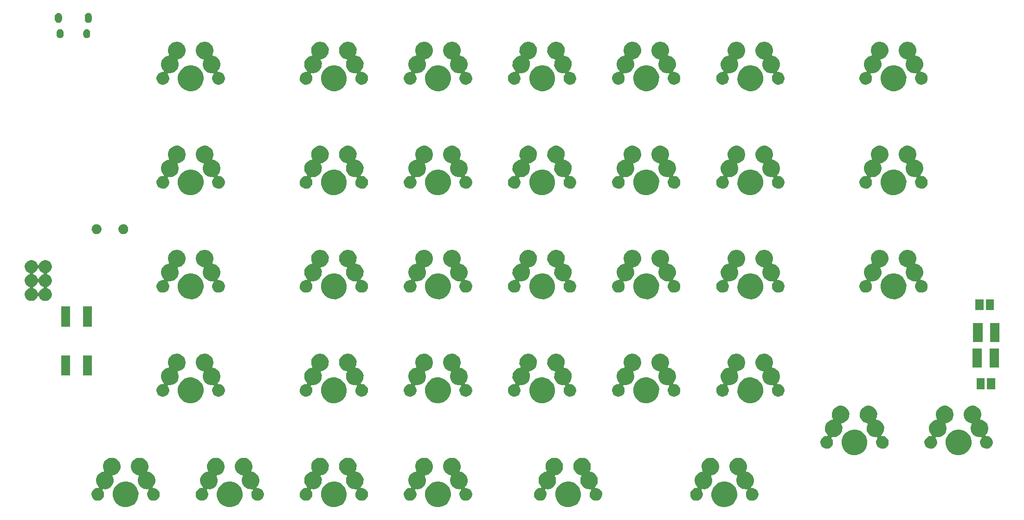
<source format=gbs>
G04 #@! TF.FileFunction,Soldermask,Bot*
%FSLAX46Y46*%
G04 Gerber Fmt 4.6, Leading zero omitted, Abs format (unit mm)*
G04 Created by KiCad (PCBNEW 4.0.0-rc1-stable) date 12/27/2015 3:28:10 PM*
%MOMM*%
G01*
G04 APERTURE LIST*
%ADD10C,0.150000*%
G04 APERTURE END LIST*
D10*
G36*
X112785407Y-116651778D02*
X113236815Y-116744439D01*
X113661619Y-116923011D01*
X114043660Y-117180701D01*
X114368363Y-117507678D01*
X114623376Y-117891503D01*
X114798981Y-118317553D01*
X114888282Y-118768554D01*
X114888282Y-118768585D01*
X114888481Y-118769592D01*
X114881132Y-119295931D01*
X114880903Y-119296937D01*
X114880903Y-119296963D01*
X114779045Y-119745295D01*
X114591614Y-120166272D01*
X114325983Y-120542828D01*
X113992271Y-120860618D01*
X113603195Y-121107532D01*
X113173558Y-121274178D01*
X112719746Y-121354197D01*
X112259031Y-121344546D01*
X111808960Y-121245592D01*
X111386688Y-121061106D01*
X111008290Y-120798112D01*
X110688177Y-120466626D01*
X110438551Y-120079283D01*
X110268912Y-119650821D01*
X110185724Y-119197573D01*
X110192159Y-118736806D01*
X110287968Y-118286056D01*
X110469502Y-117862506D01*
X110729848Y-117482280D01*
X111059091Y-117159862D01*
X111444687Y-116907535D01*
X111871951Y-116734910D01*
X112324603Y-116648562D01*
X112785407Y-116651778D01*
X112785407Y-116651778D01*
G37*
G36*
X93785407Y-116651778D02*
X94236815Y-116744439D01*
X94661619Y-116923011D01*
X95043660Y-117180701D01*
X95368363Y-117507678D01*
X95623376Y-117891503D01*
X95798981Y-118317553D01*
X95888282Y-118768554D01*
X95888282Y-118768585D01*
X95888481Y-118769592D01*
X95881132Y-119295931D01*
X95880903Y-119296937D01*
X95880903Y-119296963D01*
X95779045Y-119745295D01*
X95591614Y-120166272D01*
X95325983Y-120542828D01*
X94992271Y-120860618D01*
X94603195Y-121107532D01*
X94173558Y-121274178D01*
X93719746Y-121354197D01*
X93259031Y-121344546D01*
X92808960Y-121245592D01*
X92386688Y-121061106D01*
X92008290Y-120798112D01*
X91688177Y-120466626D01*
X91438551Y-120079283D01*
X91268912Y-119650821D01*
X91185724Y-119197573D01*
X91192159Y-118736806D01*
X91287968Y-118286056D01*
X91469502Y-117862506D01*
X91729848Y-117482280D01*
X92059091Y-117159862D01*
X92444687Y-116907535D01*
X92871951Y-116734910D01*
X93324603Y-116648562D01*
X93785407Y-116651778D01*
X93785407Y-116651778D01*
G37*
G36*
X74785407Y-116651778D02*
X75236815Y-116744439D01*
X75661619Y-116923011D01*
X76043660Y-117180701D01*
X76368363Y-117507678D01*
X76623376Y-117891503D01*
X76798981Y-118317553D01*
X76888282Y-118768554D01*
X76888282Y-118768585D01*
X76888481Y-118769592D01*
X76881132Y-119295931D01*
X76880903Y-119296937D01*
X76880903Y-119296963D01*
X76779045Y-119745295D01*
X76591614Y-120166272D01*
X76325983Y-120542828D01*
X75992271Y-120860618D01*
X75603195Y-121107532D01*
X75173558Y-121274178D01*
X74719746Y-121354197D01*
X74259031Y-121344546D01*
X73808960Y-121245592D01*
X73386688Y-121061106D01*
X73008290Y-120798112D01*
X72688177Y-120466626D01*
X72438551Y-120079283D01*
X72268912Y-119650821D01*
X72185724Y-119197573D01*
X72192159Y-118736806D01*
X72287968Y-118286056D01*
X72469502Y-117862506D01*
X72729848Y-117482280D01*
X73059091Y-117159862D01*
X73444687Y-116907535D01*
X73871951Y-116734910D01*
X74324603Y-116648562D01*
X74785407Y-116651778D01*
X74785407Y-116651778D01*
G37*
G36*
X184032807Y-116651778D02*
X184484215Y-116744439D01*
X184909019Y-116923011D01*
X185291060Y-117180701D01*
X185615763Y-117507678D01*
X185870776Y-117891503D01*
X186046381Y-118317553D01*
X186135682Y-118768554D01*
X186135682Y-118768585D01*
X186135881Y-118769592D01*
X186128532Y-119295931D01*
X186128303Y-119296937D01*
X186128303Y-119296963D01*
X186026445Y-119745295D01*
X185839014Y-120166272D01*
X185573383Y-120542828D01*
X185239671Y-120860618D01*
X184850595Y-121107532D01*
X184420958Y-121274178D01*
X183967146Y-121354197D01*
X183506431Y-121344546D01*
X183056360Y-121245592D01*
X182634088Y-121061106D01*
X182255690Y-120798112D01*
X181935577Y-120466626D01*
X181685951Y-120079283D01*
X181516312Y-119650821D01*
X181433124Y-119197573D01*
X181439559Y-118736806D01*
X181535368Y-118286056D01*
X181716902Y-117862506D01*
X181977248Y-117482280D01*
X182306491Y-117159862D01*
X182692087Y-116907535D01*
X183119351Y-116734910D01*
X183572003Y-116648562D01*
X184032807Y-116651778D01*
X184032807Y-116651778D01*
G37*
G36*
X131785407Y-116651778D02*
X132236815Y-116744439D01*
X132661619Y-116923011D01*
X133043660Y-117180701D01*
X133368363Y-117507678D01*
X133623376Y-117891503D01*
X133798981Y-118317553D01*
X133888282Y-118768554D01*
X133888282Y-118768585D01*
X133888481Y-118769592D01*
X133881132Y-119295931D01*
X133880903Y-119296937D01*
X133880903Y-119296963D01*
X133779045Y-119745295D01*
X133591614Y-120166272D01*
X133325983Y-120542828D01*
X132992271Y-120860618D01*
X132603195Y-121107532D01*
X132173558Y-121274178D01*
X131719746Y-121354197D01*
X131259031Y-121344546D01*
X130808960Y-121245592D01*
X130386688Y-121061106D01*
X130008290Y-120798112D01*
X129688177Y-120466626D01*
X129438551Y-120079283D01*
X129268912Y-119650821D01*
X129185724Y-119197573D01*
X129192159Y-118736806D01*
X129287968Y-118286056D01*
X129469502Y-117862506D01*
X129729848Y-117482280D01*
X130059091Y-117159862D01*
X130444687Y-116907535D01*
X130871951Y-116734910D01*
X131324603Y-116648562D01*
X131785407Y-116651778D01*
X131785407Y-116651778D01*
G37*
G36*
X155535407Y-116651778D02*
X155986815Y-116744439D01*
X156411619Y-116923011D01*
X156793660Y-117180701D01*
X157118363Y-117507678D01*
X157373376Y-117891503D01*
X157548981Y-118317553D01*
X157638282Y-118768554D01*
X157638282Y-118768585D01*
X157638481Y-118769592D01*
X157631132Y-119295931D01*
X157630903Y-119296937D01*
X157630903Y-119296963D01*
X157529045Y-119745295D01*
X157341614Y-120166272D01*
X157075983Y-120542828D01*
X156742271Y-120860618D01*
X156353195Y-121107532D01*
X155923558Y-121274178D01*
X155469746Y-121354197D01*
X155009031Y-121344546D01*
X154558960Y-121245592D01*
X154136688Y-121061106D01*
X153758290Y-120798112D01*
X153438177Y-120466626D01*
X153188551Y-120079283D01*
X153018912Y-119650821D01*
X152935724Y-119197573D01*
X152942159Y-118736806D01*
X153037968Y-118286056D01*
X153219502Y-117862506D01*
X153479848Y-117482280D01*
X153809091Y-117159862D01*
X154194687Y-116907535D01*
X154621951Y-116734910D01*
X155074603Y-116648562D01*
X155535407Y-116651778D01*
X155535407Y-116651778D01*
G37*
G36*
X72166706Y-112320579D02*
X72474168Y-112383692D01*
X72763509Y-112505320D01*
X73023728Y-112680840D01*
X73244888Y-112903549D01*
X73418584Y-113164982D01*
X73538191Y-113455171D01*
X73598950Y-113762027D01*
X73598950Y-113762058D01*
X73599149Y-113763065D01*
X73594143Y-114121564D01*
X73593915Y-114122566D01*
X73593915Y-114122597D01*
X73524612Y-114427635D01*
X73396949Y-114714371D01*
X73216019Y-114970854D01*
X72988727Y-115187303D01*
X72723718Y-115355482D01*
X72431082Y-115468989D01*
X72260773Y-115499019D01*
X72220650Y-115512124D01*
X72185766Y-115535888D01*
X72158884Y-115568430D01*
X72142133Y-115607172D01*
X72136838Y-115649048D01*
X72148138Y-115703900D01*
X72268191Y-115995171D01*
X72328950Y-116302027D01*
X72328950Y-116302058D01*
X72329149Y-116303065D01*
X72324143Y-116661564D01*
X72323915Y-116662566D01*
X72323915Y-116662597D01*
X72254612Y-116967635D01*
X72126949Y-117254371D01*
X71946019Y-117510854D01*
X71718727Y-117727303D01*
X71453718Y-117895482D01*
X71161082Y-118008989D01*
X70851982Y-118063491D01*
X70538178Y-118056918D01*
X70519704Y-118052856D01*
X70477615Y-118049682D01*
X70436308Y-118058359D01*
X70399053Y-118078201D01*
X70368802Y-118107636D01*
X70347948Y-118144334D01*
X70338144Y-118185388D01*
X70340165Y-118227548D01*
X70362554Y-118282365D01*
X70478909Y-118457493D01*
X70564851Y-118666004D01*
X70608451Y-118886198D01*
X70608450Y-118886234D01*
X70608649Y-118887237D01*
X70605052Y-119144831D01*
X70604825Y-119145828D01*
X70604825Y-119145863D01*
X70555094Y-119364754D01*
X70463364Y-119570783D01*
X70333361Y-119755074D01*
X70170038Y-119910604D01*
X69979624Y-120031444D01*
X69769352Y-120113004D01*
X69547255Y-120152165D01*
X69321777Y-120147442D01*
X69101508Y-120099013D01*
X68894847Y-120008724D01*
X68709650Y-119880010D01*
X68552986Y-119717779D01*
X68430816Y-119528208D01*
X68347795Y-119318521D01*
X68307081Y-119096693D01*
X68310231Y-118871191D01*
X68357121Y-118650588D01*
X68445964Y-118443301D01*
X68573382Y-118257213D01*
X68734515Y-118099420D01*
X68923226Y-117975931D01*
X69132337Y-117891445D01*
X69353869Y-117849185D01*
X69491594Y-117850146D01*
X69533423Y-117844500D01*
X69572024Y-117827423D01*
X69604338Y-117800269D01*
X69627808Y-117765187D01*
X69640576Y-117724955D01*
X69641629Y-117682759D01*
X69630886Y-117641941D01*
X69600542Y-117595951D01*
X69468239Y-117458948D01*
X69298215Y-117195122D01*
X69182670Y-116903287D01*
X69126009Y-116594570D01*
X69130392Y-116280734D01*
X69195650Y-115973717D01*
X69319295Y-115685230D01*
X69496622Y-115426251D01*
X69720878Y-115206643D01*
X69983511Y-115034781D01*
X70274531Y-114917202D01*
X70468027Y-114880290D01*
X70507963Y-114866626D01*
X70542511Y-114842377D01*
X70568936Y-114809463D01*
X70585145Y-114770491D01*
X70589854Y-114728545D01*
X70582692Y-114686949D01*
X70571220Y-114662712D01*
X70452670Y-114363287D01*
X70396009Y-114054570D01*
X70400392Y-113740734D01*
X70465650Y-113433717D01*
X70589295Y-113145230D01*
X70766622Y-112886251D01*
X70990878Y-112666643D01*
X71253511Y-112494781D01*
X71544532Y-112377202D01*
X71852843Y-112318388D01*
X72166706Y-112320579D01*
X72166706Y-112320579D01*
G37*
G36*
X96246706Y-112320579D02*
X96554168Y-112383692D01*
X96843509Y-112505320D01*
X97103728Y-112680840D01*
X97324888Y-112903549D01*
X97498584Y-113164982D01*
X97618191Y-113455171D01*
X97678950Y-113762027D01*
X97678950Y-113762058D01*
X97679149Y-113763065D01*
X97674143Y-114121564D01*
X97673915Y-114122566D01*
X97673915Y-114122597D01*
X97604612Y-114427635D01*
X97496515Y-114670426D01*
X97484943Y-114711017D01*
X97485138Y-114753226D01*
X97497084Y-114793709D01*
X97519836Y-114829261D01*
X97551591Y-114857067D01*
X97603386Y-114878372D01*
X97824168Y-114923692D01*
X98113509Y-115045320D01*
X98373728Y-115220840D01*
X98594888Y-115443549D01*
X98768584Y-115704982D01*
X98888191Y-115995171D01*
X98948950Y-116302027D01*
X98948950Y-116302058D01*
X98949149Y-116303065D01*
X98944143Y-116661564D01*
X98943915Y-116662566D01*
X98943915Y-116662597D01*
X98874612Y-116967635D01*
X98746949Y-117254371D01*
X98566019Y-117510854D01*
X98481801Y-117591055D01*
X98455634Y-117624174D01*
X98439730Y-117663272D01*
X98435348Y-117705252D01*
X98442835Y-117746792D01*
X98461598Y-117784601D01*
X98490151Y-117815686D01*
X98526235Y-117837585D01*
X98584197Y-117849676D01*
X98739390Y-117850759D01*
X98960310Y-117896107D01*
X99168215Y-117983503D01*
X99355189Y-118109618D01*
X99514103Y-118269646D01*
X99638909Y-118457493D01*
X99724851Y-118666004D01*
X99768451Y-118886198D01*
X99768450Y-118886234D01*
X99768649Y-118887237D01*
X99765052Y-119144831D01*
X99764825Y-119145828D01*
X99764825Y-119145863D01*
X99715094Y-119364754D01*
X99623364Y-119570783D01*
X99493361Y-119755074D01*
X99330038Y-119910604D01*
X99139624Y-120031444D01*
X98929352Y-120113004D01*
X98707255Y-120152165D01*
X98481777Y-120147442D01*
X98261508Y-120099013D01*
X98054847Y-120008724D01*
X97869650Y-119880010D01*
X97712986Y-119717779D01*
X97590816Y-119528208D01*
X97507795Y-119318521D01*
X97467081Y-119096693D01*
X97470231Y-118871191D01*
X97517121Y-118650588D01*
X97605963Y-118443304D01*
X97718533Y-118278901D01*
X97737242Y-118241065D01*
X97744670Y-118199515D01*
X97740229Y-118157540D01*
X97724269Y-118118465D01*
X97698055Y-118085383D01*
X97663663Y-118060914D01*
X97623815Y-118046995D01*
X97568719Y-118046434D01*
X97471983Y-118063491D01*
X97158180Y-118056918D01*
X96851627Y-117989518D01*
X96564010Y-117863861D01*
X96306276Y-117684731D01*
X96088239Y-117458948D01*
X95918215Y-117195122D01*
X95802670Y-116903287D01*
X95746009Y-116594570D01*
X95750392Y-116280734D01*
X95815650Y-115973717D01*
X95929390Y-115708340D01*
X95940394Y-115667591D01*
X95939610Y-115625389D01*
X95927100Y-115585077D01*
X95903854Y-115549846D01*
X95871714Y-115522486D01*
X95823731Y-115502748D01*
X95581626Y-115449517D01*
X95294010Y-115323861D01*
X95036276Y-115144731D01*
X94818239Y-114918948D01*
X94648215Y-114655122D01*
X94532670Y-114363287D01*
X94476009Y-114054570D01*
X94480392Y-113740734D01*
X94545650Y-113433717D01*
X94669295Y-113145230D01*
X94846622Y-112886251D01*
X95070878Y-112666643D01*
X95333511Y-112494781D01*
X95624532Y-112377202D01*
X95932843Y-112318388D01*
X96246706Y-112320579D01*
X96246706Y-112320579D01*
G37*
G36*
X91166706Y-112320579D02*
X91474168Y-112383692D01*
X91763509Y-112505320D01*
X92023728Y-112680840D01*
X92244888Y-112903549D01*
X92418584Y-113164982D01*
X92538191Y-113455171D01*
X92598950Y-113762027D01*
X92598950Y-113762058D01*
X92599149Y-113763065D01*
X92594143Y-114121564D01*
X92593915Y-114122566D01*
X92593915Y-114122597D01*
X92524612Y-114427635D01*
X92396949Y-114714371D01*
X92216019Y-114970854D01*
X91988727Y-115187303D01*
X91723718Y-115355482D01*
X91431082Y-115468989D01*
X91260773Y-115499019D01*
X91220650Y-115512124D01*
X91185766Y-115535888D01*
X91158884Y-115568430D01*
X91142133Y-115607172D01*
X91136838Y-115649048D01*
X91148138Y-115703900D01*
X91268191Y-115995171D01*
X91328950Y-116302027D01*
X91328950Y-116302058D01*
X91329149Y-116303065D01*
X91324143Y-116661564D01*
X91323915Y-116662566D01*
X91323915Y-116662597D01*
X91254612Y-116967635D01*
X91126949Y-117254371D01*
X90946019Y-117510854D01*
X90718727Y-117727303D01*
X90453718Y-117895482D01*
X90161082Y-118008989D01*
X89851982Y-118063491D01*
X89538178Y-118056918D01*
X89519704Y-118052856D01*
X89477615Y-118049682D01*
X89436308Y-118058359D01*
X89399053Y-118078201D01*
X89368802Y-118107636D01*
X89347948Y-118144334D01*
X89338144Y-118185388D01*
X89340165Y-118227548D01*
X89362554Y-118282365D01*
X89478909Y-118457493D01*
X89564851Y-118666004D01*
X89608451Y-118886198D01*
X89608450Y-118886234D01*
X89608649Y-118887237D01*
X89605052Y-119144831D01*
X89604825Y-119145828D01*
X89604825Y-119145863D01*
X89555094Y-119364754D01*
X89463364Y-119570783D01*
X89333361Y-119755074D01*
X89170038Y-119910604D01*
X88979624Y-120031444D01*
X88769352Y-120113004D01*
X88547255Y-120152165D01*
X88321777Y-120147442D01*
X88101508Y-120099013D01*
X87894847Y-120008724D01*
X87709650Y-119880010D01*
X87552986Y-119717779D01*
X87430816Y-119528208D01*
X87347795Y-119318521D01*
X87307081Y-119096693D01*
X87310231Y-118871191D01*
X87357121Y-118650588D01*
X87445964Y-118443301D01*
X87573382Y-118257213D01*
X87734515Y-118099420D01*
X87923226Y-117975931D01*
X88132337Y-117891445D01*
X88353869Y-117849185D01*
X88491594Y-117850146D01*
X88533423Y-117844500D01*
X88572024Y-117827423D01*
X88604338Y-117800269D01*
X88627808Y-117765187D01*
X88640576Y-117724955D01*
X88641629Y-117682759D01*
X88630886Y-117641941D01*
X88600542Y-117595951D01*
X88468239Y-117458948D01*
X88298215Y-117195122D01*
X88182670Y-116903287D01*
X88126009Y-116594570D01*
X88130392Y-116280734D01*
X88195650Y-115973717D01*
X88319295Y-115685230D01*
X88496622Y-115426251D01*
X88720878Y-115206643D01*
X88983511Y-115034781D01*
X89274531Y-114917202D01*
X89468027Y-114880290D01*
X89507963Y-114866626D01*
X89542511Y-114842377D01*
X89568936Y-114809463D01*
X89585145Y-114770491D01*
X89589854Y-114728545D01*
X89582692Y-114686949D01*
X89571220Y-114662712D01*
X89452670Y-114363287D01*
X89396009Y-114054570D01*
X89400392Y-113740734D01*
X89465650Y-113433717D01*
X89589295Y-113145230D01*
X89766622Y-112886251D01*
X89990878Y-112666643D01*
X90253511Y-112494781D01*
X90544532Y-112377202D01*
X90852843Y-112318388D01*
X91166706Y-112320579D01*
X91166706Y-112320579D01*
G37*
G36*
X110166706Y-112320579D02*
X110474168Y-112383692D01*
X110763509Y-112505320D01*
X111023728Y-112680840D01*
X111244888Y-112903549D01*
X111418584Y-113164982D01*
X111538191Y-113455171D01*
X111598950Y-113762027D01*
X111598950Y-113762058D01*
X111599149Y-113763065D01*
X111594143Y-114121564D01*
X111593915Y-114122566D01*
X111593915Y-114122597D01*
X111524612Y-114427635D01*
X111396949Y-114714371D01*
X111216019Y-114970854D01*
X110988727Y-115187303D01*
X110723718Y-115355482D01*
X110431082Y-115468989D01*
X110260773Y-115499019D01*
X110220650Y-115512124D01*
X110185766Y-115535888D01*
X110158884Y-115568430D01*
X110142133Y-115607172D01*
X110136838Y-115649048D01*
X110148138Y-115703900D01*
X110268191Y-115995171D01*
X110328950Y-116302027D01*
X110328950Y-116302058D01*
X110329149Y-116303065D01*
X110324143Y-116661564D01*
X110323915Y-116662566D01*
X110323915Y-116662597D01*
X110254612Y-116967635D01*
X110126949Y-117254371D01*
X109946019Y-117510854D01*
X109718727Y-117727303D01*
X109453718Y-117895482D01*
X109161082Y-118008989D01*
X108851982Y-118063491D01*
X108538178Y-118056918D01*
X108519704Y-118052856D01*
X108477615Y-118049682D01*
X108436308Y-118058359D01*
X108399053Y-118078201D01*
X108368802Y-118107636D01*
X108347948Y-118144334D01*
X108338144Y-118185388D01*
X108340165Y-118227548D01*
X108362554Y-118282365D01*
X108478909Y-118457493D01*
X108564851Y-118666004D01*
X108608451Y-118886198D01*
X108608450Y-118886234D01*
X108608649Y-118887237D01*
X108605052Y-119144831D01*
X108604825Y-119145828D01*
X108604825Y-119145863D01*
X108555094Y-119364754D01*
X108463364Y-119570783D01*
X108333361Y-119755074D01*
X108170038Y-119910604D01*
X107979624Y-120031444D01*
X107769352Y-120113004D01*
X107547255Y-120152165D01*
X107321777Y-120147442D01*
X107101508Y-120099013D01*
X106894847Y-120008724D01*
X106709650Y-119880010D01*
X106552986Y-119717779D01*
X106430816Y-119528208D01*
X106347795Y-119318521D01*
X106307081Y-119096693D01*
X106310231Y-118871191D01*
X106357121Y-118650588D01*
X106445964Y-118443301D01*
X106573382Y-118257213D01*
X106734515Y-118099420D01*
X106923226Y-117975931D01*
X107132337Y-117891445D01*
X107353869Y-117849185D01*
X107491594Y-117850146D01*
X107533423Y-117844500D01*
X107572024Y-117827423D01*
X107604338Y-117800269D01*
X107627808Y-117765187D01*
X107640576Y-117724955D01*
X107641629Y-117682759D01*
X107630886Y-117641941D01*
X107600542Y-117595951D01*
X107468239Y-117458948D01*
X107298215Y-117195122D01*
X107182670Y-116903287D01*
X107126009Y-116594570D01*
X107130392Y-116280734D01*
X107195650Y-115973717D01*
X107319295Y-115685230D01*
X107496622Y-115426251D01*
X107720878Y-115206643D01*
X107983511Y-115034781D01*
X108274531Y-114917202D01*
X108468027Y-114880290D01*
X108507963Y-114866626D01*
X108542511Y-114842377D01*
X108568936Y-114809463D01*
X108585145Y-114770491D01*
X108589854Y-114728545D01*
X108582692Y-114686949D01*
X108571220Y-114662712D01*
X108452670Y-114363287D01*
X108396009Y-114054570D01*
X108400392Y-113740734D01*
X108465650Y-113433717D01*
X108589295Y-113145230D01*
X108766622Y-112886251D01*
X108990878Y-112666643D01*
X109253511Y-112494781D01*
X109544532Y-112377202D01*
X109852843Y-112318388D01*
X110166706Y-112320579D01*
X110166706Y-112320579D01*
G37*
G36*
X115246706Y-112320579D02*
X115554168Y-112383692D01*
X115843509Y-112505320D01*
X116103728Y-112680840D01*
X116324888Y-112903549D01*
X116498584Y-113164982D01*
X116618191Y-113455171D01*
X116678950Y-113762027D01*
X116678950Y-113762058D01*
X116679149Y-113763065D01*
X116674143Y-114121564D01*
X116673915Y-114122566D01*
X116673915Y-114122597D01*
X116604612Y-114427635D01*
X116496515Y-114670426D01*
X116484943Y-114711017D01*
X116485138Y-114753226D01*
X116497084Y-114793709D01*
X116519836Y-114829261D01*
X116551591Y-114857067D01*
X116603386Y-114878372D01*
X116824168Y-114923692D01*
X117113509Y-115045320D01*
X117373728Y-115220840D01*
X117594888Y-115443549D01*
X117768584Y-115704982D01*
X117888191Y-115995171D01*
X117948950Y-116302027D01*
X117948950Y-116302058D01*
X117949149Y-116303065D01*
X117944143Y-116661564D01*
X117943915Y-116662566D01*
X117943915Y-116662597D01*
X117874612Y-116967635D01*
X117746949Y-117254371D01*
X117566019Y-117510854D01*
X117481801Y-117591055D01*
X117455634Y-117624174D01*
X117439730Y-117663272D01*
X117435348Y-117705252D01*
X117442835Y-117746792D01*
X117461598Y-117784601D01*
X117490151Y-117815686D01*
X117526235Y-117837585D01*
X117584197Y-117849676D01*
X117739390Y-117850759D01*
X117960310Y-117896107D01*
X118168215Y-117983503D01*
X118355189Y-118109618D01*
X118514103Y-118269646D01*
X118638909Y-118457493D01*
X118724851Y-118666004D01*
X118768451Y-118886198D01*
X118768450Y-118886234D01*
X118768649Y-118887237D01*
X118765052Y-119144831D01*
X118764825Y-119145828D01*
X118764825Y-119145863D01*
X118715094Y-119364754D01*
X118623364Y-119570783D01*
X118493361Y-119755074D01*
X118330038Y-119910604D01*
X118139624Y-120031444D01*
X117929352Y-120113004D01*
X117707255Y-120152165D01*
X117481777Y-120147442D01*
X117261508Y-120099013D01*
X117054847Y-120008724D01*
X116869650Y-119880010D01*
X116712986Y-119717779D01*
X116590816Y-119528208D01*
X116507795Y-119318521D01*
X116467081Y-119096693D01*
X116470231Y-118871191D01*
X116517121Y-118650588D01*
X116605963Y-118443304D01*
X116718533Y-118278901D01*
X116737242Y-118241065D01*
X116744670Y-118199515D01*
X116740229Y-118157540D01*
X116724269Y-118118465D01*
X116698055Y-118085383D01*
X116663663Y-118060914D01*
X116623815Y-118046995D01*
X116568719Y-118046434D01*
X116471983Y-118063491D01*
X116158180Y-118056918D01*
X115851627Y-117989518D01*
X115564010Y-117863861D01*
X115306276Y-117684731D01*
X115088239Y-117458948D01*
X114918215Y-117195122D01*
X114802670Y-116903287D01*
X114746009Y-116594570D01*
X114750392Y-116280734D01*
X114815650Y-115973717D01*
X114929390Y-115708340D01*
X114940394Y-115667591D01*
X114939610Y-115625389D01*
X114927100Y-115585077D01*
X114903854Y-115549846D01*
X114871714Y-115522486D01*
X114823731Y-115502748D01*
X114581626Y-115449517D01*
X114294010Y-115323861D01*
X114036276Y-115144731D01*
X113818239Y-114918948D01*
X113648215Y-114655122D01*
X113532670Y-114363287D01*
X113476009Y-114054570D01*
X113480392Y-113740734D01*
X113545650Y-113433717D01*
X113669295Y-113145230D01*
X113846622Y-112886251D01*
X114070878Y-112666643D01*
X114333511Y-112494781D01*
X114624532Y-112377202D01*
X114932843Y-112318388D01*
X115246706Y-112320579D01*
X115246706Y-112320579D01*
G37*
G36*
X129166706Y-112320579D02*
X129474168Y-112383692D01*
X129763509Y-112505320D01*
X130023728Y-112680840D01*
X130244888Y-112903549D01*
X130418584Y-113164982D01*
X130538191Y-113455171D01*
X130598950Y-113762027D01*
X130598950Y-113762058D01*
X130599149Y-113763065D01*
X130594143Y-114121564D01*
X130593915Y-114122566D01*
X130593915Y-114122597D01*
X130524612Y-114427635D01*
X130396949Y-114714371D01*
X130216019Y-114970854D01*
X129988727Y-115187303D01*
X129723718Y-115355482D01*
X129431082Y-115468989D01*
X129260773Y-115499019D01*
X129220650Y-115512124D01*
X129185766Y-115535888D01*
X129158884Y-115568430D01*
X129142133Y-115607172D01*
X129136838Y-115649048D01*
X129148138Y-115703900D01*
X129268191Y-115995171D01*
X129328950Y-116302027D01*
X129328950Y-116302058D01*
X129329149Y-116303065D01*
X129324143Y-116661564D01*
X129323915Y-116662566D01*
X129323915Y-116662597D01*
X129254612Y-116967635D01*
X129126949Y-117254371D01*
X128946019Y-117510854D01*
X128718727Y-117727303D01*
X128453718Y-117895482D01*
X128161082Y-118008989D01*
X127851982Y-118063491D01*
X127538178Y-118056918D01*
X127519704Y-118052856D01*
X127477615Y-118049682D01*
X127436308Y-118058359D01*
X127399053Y-118078201D01*
X127368802Y-118107636D01*
X127347948Y-118144334D01*
X127338144Y-118185388D01*
X127340165Y-118227548D01*
X127362554Y-118282365D01*
X127478909Y-118457493D01*
X127564851Y-118666004D01*
X127608451Y-118886198D01*
X127608450Y-118886234D01*
X127608649Y-118887237D01*
X127605052Y-119144831D01*
X127604825Y-119145828D01*
X127604825Y-119145863D01*
X127555094Y-119364754D01*
X127463364Y-119570783D01*
X127333361Y-119755074D01*
X127170038Y-119910604D01*
X126979624Y-120031444D01*
X126769352Y-120113004D01*
X126547255Y-120152165D01*
X126321777Y-120147442D01*
X126101508Y-120099013D01*
X125894847Y-120008724D01*
X125709650Y-119880010D01*
X125552986Y-119717779D01*
X125430816Y-119528208D01*
X125347795Y-119318521D01*
X125307081Y-119096693D01*
X125310231Y-118871191D01*
X125357121Y-118650588D01*
X125445964Y-118443301D01*
X125573382Y-118257213D01*
X125734515Y-118099420D01*
X125923226Y-117975931D01*
X126132337Y-117891445D01*
X126353869Y-117849185D01*
X126491594Y-117850146D01*
X126533423Y-117844500D01*
X126572024Y-117827423D01*
X126604338Y-117800269D01*
X126627808Y-117765187D01*
X126640576Y-117724955D01*
X126641629Y-117682759D01*
X126630886Y-117641941D01*
X126600542Y-117595951D01*
X126468239Y-117458948D01*
X126298215Y-117195122D01*
X126182670Y-116903287D01*
X126126009Y-116594570D01*
X126130392Y-116280734D01*
X126195650Y-115973717D01*
X126319295Y-115685230D01*
X126496622Y-115426251D01*
X126720878Y-115206643D01*
X126983511Y-115034781D01*
X127274531Y-114917202D01*
X127468027Y-114880290D01*
X127507963Y-114866626D01*
X127542511Y-114842377D01*
X127568936Y-114809463D01*
X127585145Y-114770491D01*
X127589854Y-114728545D01*
X127582692Y-114686949D01*
X127571220Y-114662712D01*
X127452670Y-114363287D01*
X127396009Y-114054570D01*
X127400392Y-113740734D01*
X127465650Y-113433717D01*
X127589295Y-113145230D01*
X127766622Y-112886251D01*
X127990878Y-112666643D01*
X128253511Y-112494781D01*
X128544532Y-112377202D01*
X128852843Y-112318388D01*
X129166706Y-112320579D01*
X129166706Y-112320579D01*
G37*
G36*
X134246706Y-112320579D02*
X134554168Y-112383692D01*
X134843509Y-112505320D01*
X135103728Y-112680840D01*
X135324888Y-112903549D01*
X135498584Y-113164982D01*
X135618191Y-113455171D01*
X135678950Y-113762027D01*
X135678950Y-113762058D01*
X135679149Y-113763065D01*
X135674143Y-114121564D01*
X135673915Y-114122566D01*
X135673915Y-114122597D01*
X135604612Y-114427635D01*
X135496515Y-114670426D01*
X135484943Y-114711017D01*
X135485138Y-114753226D01*
X135497084Y-114793709D01*
X135519836Y-114829261D01*
X135551591Y-114857067D01*
X135603386Y-114878372D01*
X135824168Y-114923692D01*
X136113509Y-115045320D01*
X136373728Y-115220840D01*
X136594888Y-115443549D01*
X136768584Y-115704982D01*
X136888191Y-115995171D01*
X136948950Y-116302027D01*
X136948950Y-116302058D01*
X136949149Y-116303065D01*
X136944143Y-116661564D01*
X136943915Y-116662566D01*
X136943915Y-116662597D01*
X136874612Y-116967635D01*
X136746949Y-117254371D01*
X136566019Y-117510854D01*
X136481801Y-117591055D01*
X136455634Y-117624174D01*
X136439730Y-117663272D01*
X136435348Y-117705252D01*
X136442835Y-117746792D01*
X136461598Y-117784601D01*
X136490151Y-117815686D01*
X136526235Y-117837585D01*
X136584197Y-117849676D01*
X136739390Y-117850759D01*
X136960310Y-117896107D01*
X137168215Y-117983503D01*
X137355189Y-118109618D01*
X137514103Y-118269646D01*
X137638909Y-118457493D01*
X137724851Y-118666004D01*
X137768451Y-118886198D01*
X137768450Y-118886234D01*
X137768649Y-118887237D01*
X137765052Y-119144831D01*
X137764825Y-119145828D01*
X137764825Y-119145863D01*
X137715094Y-119364754D01*
X137623364Y-119570783D01*
X137493361Y-119755074D01*
X137330038Y-119910604D01*
X137139624Y-120031444D01*
X136929352Y-120113004D01*
X136707255Y-120152165D01*
X136481777Y-120147442D01*
X136261508Y-120099013D01*
X136054847Y-120008724D01*
X135869650Y-119880010D01*
X135712986Y-119717779D01*
X135590816Y-119528208D01*
X135507795Y-119318521D01*
X135467081Y-119096693D01*
X135470231Y-118871191D01*
X135517121Y-118650588D01*
X135605963Y-118443304D01*
X135718533Y-118278901D01*
X135737242Y-118241065D01*
X135744670Y-118199515D01*
X135740229Y-118157540D01*
X135724269Y-118118465D01*
X135698055Y-118085383D01*
X135663663Y-118060914D01*
X135623815Y-118046995D01*
X135568719Y-118046434D01*
X135471983Y-118063491D01*
X135158180Y-118056918D01*
X134851627Y-117989518D01*
X134564010Y-117863861D01*
X134306276Y-117684731D01*
X134088239Y-117458948D01*
X133918215Y-117195122D01*
X133802670Y-116903287D01*
X133746009Y-116594570D01*
X133750392Y-116280734D01*
X133815650Y-115973717D01*
X133929390Y-115708340D01*
X133940394Y-115667591D01*
X133939610Y-115625389D01*
X133927100Y-115585077D01*
X133903854Y-115549846D01*
X133871714Y-115522486D01*
X133823731Y-115502748D01*
X133581626Y-115449517D01*
X133294010Y-115323861D01*
X133036276Y-115144731D01*
X132818239Y-114918948D01*
X132648215Y-114655122D01*
X132532670Y-114363287D01*
X132476009Y-114054570D01*
X132480392Y-113740734D01*
X132545650Y-113433717D01*
X132669295Y-113145230D01*
X132846622Y-112886251D01*
X133070878Y-112666643D01*
X133333511Y-112494781D01*
X133624532Y-112377202D01*
X133932843Y-112318388D01*
X134246706Y-112320579D01*
X134246706Y-112320579D01*
G37*
G36*
X77246706Y-112320579D02*
X77554168Y-112383692D01*
X77843509Y-112505320D01*
X78103728Y-112680840D01*
X78324888Y-112903549D01*
X78498584Y-113164982D01*
X78618191Y-113455171D01*
X78678950Y-113762027D01*
X78678950Y-113762058D01*
X78679149Y-113763065D01*
X78674143Y-114121564D01*
X78673915Y-114122566D01*
X78673915Y-114122597D01*
X78604612Y-114427635D01*
X78496515Y-114670426D01*
X78484943Y-114711017D01*
X78485138Y-114753226D01*
X78497084Y-114793709D01*
X78519836Y-114829261D01*
X78551591Y-114857067D01*
X78603386Y-114878372D01*
X78824168Y-114923692D01*
X79113509Y-115045320D01*
X79373728Y-115220840D01*
X79594888Y-115443549D01*
X79768584Y-115704982D01*
X79888191Y-115995171D01*
X79948950Y-116302027D01*
X79948950Y-116302058D01*
X79949149Y-116303065D01*
X79944143Y-116661564D01*
X79943915Y-116662566D01*
X79943915Y-116662597D01*
X79874612Y-116967635D01*
X79746949Y-117254371D01*
X79566019Y-117510854D01*
X79481801Y-117591055D01*
X79455634Y-117624174D01*
X79439730Y-117663272D01*
X79435348Y-117705252D01*
X79442835Y-117746792D01*
X79461598Y-117784601D01*
X79490151Y-117815686D01*
X79526235Y-117837585D01*
X79584197Y-117849676D01*
X79739390Y-117850759D01*
X79960310Y-117896107D01*
X80168215Y-117983503D01*
X80355189Y-118109618D01*
X80514103Y-118269646D01*
X80638909Y-118457493D01*
X80724851Y-118666004D01*
X80768451Y-118886198D01*
X80768450Y-118886234D01*
X80768649Y-118887237D01*
X80765052Y-119144831D01*
X80764825Y-119145828D01*
X80764825Y-119145863D01*
X80715094Y-119364754D01*
X80623364Y-119570783D01*
X80493361Y-119755074D01*
X80330038Y-119910604D01*
X80139624Y-120031444D01*
X79929352Y-120113004D01*
X79707255Y-120152165D01*
X79481777Y-120147442D01*
X79261508Y-120099013D01*
X79054847Y-120008724D01*
X78869650Y-119880010D01*
X78712986Y-119717779D01*
X78590816Y-119528208D01*
X78507795Y-119318521D01*
X78467081Y-119096693D01*
X78470231Y-118871191D01*
X78517121Y-118650588D01*
X78605963Y-118443304D01*
X78718533Y-118278901D01*
X78737242Y-118241065D01*
X78744670Y-118199515D01*
X78740229Y-118157540D01*
X78724269Y-118118465D01*
X78698055Y-118085383D01*
X78663663Y-118060914D01*
X78623815Y-118046995D01*
X78568719Y-118046434D01*
X78471983Y-118063491D01*
X78158180Y-118056918D01*
X77851627Y-117989518D01*
X77564010Y-117863861D01*
X77306276Y-117684731D01*
X77088239Y-117458948D01*
X76918215Y-117195122D01*
X76802670Y-116903287D01*
X76746009Y-116594570D01*
X76750392Y-116280734D01*
X76815650Y-115973717D01*
X76929390Y-115708340D01*
X76940394Y-115667591D01*
X76939610Y-115625389D01*
X76927100Y-115585077D01*
X76903854Y-115549846D01*
X76871714Y-115522486D01*
X76823731Y-115502748D01*
X76581626Y-115449517D01*
X76294010Y-115323861D01*
X76036276Y-115144731D01*
X75818239Y-114918948D01*
X75648215Y-114655122D01*
X75532670Y-114363287D01*
X75476009Y-114054570D01*
X75480392Y-113740734D01*
X75545650Y-113433717D01*
X75669295Y-113145230D01*
X75846622Y-112886251D01*
X76070878Y-112666643D01*
X76333511Y-112494781D01*
X76624532Y-112377202D01*
X76932843Y-112318388D01*
X77246706Y-112320579D01*
X77246706Y-112320579D01*
G37*
G36*
X152916706Y-112320579D02*
X153224168Y-112383692D01*
X153513509Y-112505320D01*
X153773728Y-112680840D01*
X153994888Y-112903549D01*
X154168584Y-113164982D01*
X154288191Y-113455171D01*
X154348950Y-113762027D01*
X154348950Y-113762058D01*
X154349149Y-113763065D01*
X154344143Y-114121564D01*
X154343915Y-114122566D01*
X154343915Y-114122597D01*
X154274612Y-114427635D01*
X154146949Y-114714371D01*
X153966019Y-114970854D01*
X153738727Y-115187303D01*
X153473718Y-115355482D01*
X153181082Y-115468989D01*
X153010773Y-115499019D01*
X152970650Y-115512124D01*
X152935766Y-115535888D01*
X152908884Y-115568430D01*
X152892133Y-115607172D01*
X152886838Y-115649048D01*
X152898138Y-115703900D01*
X153018191Y-115995171D01*
X153078950Y-116302027D01*
X153078950Y-116302058D01*
X153079149Y-116303065D01*
X153074143Y-116661564D01*
X153073915Y-116662566D01*
X153073915Y-116662597D01*
X153004612Y-116967635D01*
X152876949Y-117254371D01*
X152696019Y-117510854D01*
X152468727Y-117727303D01*
X152203718Y-117895482D01*
X151911082Y-118008989D01*
X151601982Y-118063491D01*
X151288178Y-118056918D01*
X151269704Y-118052856D01*
X151227615Y-118049682D01*
X151186308Y-118058359D01*
X151149053Y-118078201D01*
X151118802Y-118107636D01*
X151097948Y-118144334D01*
X151088144Y-118185388D01*
X151090165Y-118227548D01*
X151112554Y-118282365D01*
X151228909Y-118457493D01*
X151314851Y-118666004D01*
X151358451Y-118886198D01*
X151358450Y-118886234D01*
X151358649Y-118887237D01*
X151355052Y-119144831D01*
X151354825Y-119145828D01*
X151354825Y-119145863D01*
X151305094Y-119364754D01*
X151213364Y-119570783D01*
X151083361Y-119755074D01*
X150920038Y-119910604D01*
X150729624Y-120031444D01*
X150519352Y-120113004D01*
X150297255Y-120152165D01*
X150071777Y-120147442D01*
X149851508Y-120099013D01*
X149644847Y-120008724D01*
X149459650Y-119880010D01*
X149302986Y-119717779D01*
X149180816Y-119528208D01*
X149097795Y-119318521D01*
X149057081Y-119096693D01*
X149060231Y-118871191D01*
X149107121Y-118650588D01*
X149195964Y-118443301D01*
X149323382Y-118257213D01*
X149484515Y-118099420D01*
X149673226Y-117975931D01*
X149882337Y-117891445D01*
X150103869Y-117849185D01*
X150241594Y-117850146D01*
X150283423Y-117844500D01*
X150322024Y-117827423D01*
X150354338Y-117800269D01*
X150377808Y-117765187D01*
X150390576Y-117724955D01*
X150391629Y-117682759D01*
X150380886Y-117641941D01*
X150350542Y-117595951D01*
X150218239Y-117458948D01*
X150048215Y-117195122D01*
X149932670Y-116903287D01*
X149876009Y-116594570D01*
X149880392Y-116280734D01*
X149945650Y-115973717D01*
X150069295Y-115685230D01*
X150246622Y-115426251D01*
X150470878Y-115206643D01*
X150733511Y-115034781D01*
X151024531Y-114917202D01*
X151218027Y-114880290D01*
X151257963Y-114866626D01*
X151292511Y-114842377D01*
X151318936Y-114809463D01*
X151335145Y-114770491D01*
X151339854Y-114728545D01*
X151332692Y-114686949D01*
X151321220Y-114662712D01*
X151202670Y-114363287D01*
X151146009Y-114054570D01*
X151150392Y-113740734D01*
X151215650Y-113433717D01*
X151339295Y-113145230D01*
X151516622Y-112886251D01*
X151740878Y-112666643D01*
X152003511Y-112494781D01*
X152294532Y-112377202D01*
X152602843Y-112318388D01*
X152916706Y-112320579D01*
X152916706Y-112320579D01*
G37*
G36*
X157996706Y-112320579D02*
X158304168Y-112383692D01*
X158593509Y-112505320D01*
X158853728Y-112680840D01*
X159074888Y-112903549D01*
X159248584Y-113164982D01*
X159368191Y-113455171D01*
X159428950Y-113762027D01*
X159428950Y-113762058D01*
X159429149Y-113763065D01*
X159424143Y-114121564D01*
X159423915Y-114122566D01*
X159423915Y-114122597D01*
X159354612Y-114427635D01*
X159246515Y-114670426D01*
X159234943Y-114711017D01*
X159235138Y-114753226D01*
X159247084Y-114793709D01*
X159269836Y-114829261D01*
X159301591Y-114857067D01*
X159353386Y-114878372D01*
X159574168Y-114923692D01*
X159863509Y-115045320D01*
X160123728Y-115220840D01*
X160344888Y-115443549D01*
X160518584Y-115704982D01*
X160638191Y-115995171D01*
X160698950Y-116302027D01*
X160698950Y-116302058D01*
X160699149Y-116303065D01*
X160694143Y-116661564D01*
X160693915Y-116662566D01*
X160693915Y-116662597D01*
X160624612Y-116967635D01*
X160496949Y-117254371D01*
X160316019Y-117510854D01*
X160231801Y-117591055D01*
X160205634Y-117624174D01*
X160189730Y-117663272D01*
X160185348Y-117705252D01*
X160192835Y-117746792D01*
X160211598Y-117784601D01*
X160240151Y-117815686D01*
X160276235Y-117837585D01*
X160334197Y-117849676D01*
X160489390Y-117850759D01*
X160710310Y-117896107D01*
X160918215Y-117983503D01*
X161105189Y-118109618D01*
X161264103Y-118269646D01*
X161388909Y-118457493D01*
X161474851Y-118666004D01*
X161518451Y-118886198D01*
X161518450Y-118886234D01*
X161518649Y-118887237D01*
X161515052Y-119144831D01*
X161514825Y-119145828D01*
X161514825Y-119145863D01*
X161465094Y-119364754D01*
X161373364Y-119570783D01*
X161243361Y-119755074D01*
X161080038Y-119910604D01*
X160889624Y-120031444D01*
X160679352Y-120113004D01*
X160457255Y-120152165D01*
X160231777Y-120147442D01*
X160011508Y-120099013D01*
X159804847Y-120008724D01*
X159619650Y-119880010D01*
X159462986Y-119717779D01*
X159340816Y-119528208D01*
X159257795Y-119318521D01*
X159217081Y-119096693D01*
X159220231Y-118871191D01*
X159267121Y-118650588D01*
X159355963Y-118443304D01*
X159468533Y-118278901D01*
X159487242Y-118241065D01*
X159494670Y-118199515D01*
X159490229Y-118157540D01*
X159474269Y-118118465D01*
X159448055Y-118085383D01*
X159413663Y-118060914D01*
X159373815Y-118046995D01*
X159318719Y-118046434D01*
X159221983Y-118063491D01*
X158908180Y-118056918D01*
X158601627Y-117989518D01*
X158314010Y-117863861D01*
X158056276Y-117684731D01*
X157838239Y-117458948D01*
X157668215Y-117195122D01*
X157552670Y-116903287D01*
X157496009Y-116594570D01*
X157500392Y-116280734D01*
X157565650Y-115973717D01*
X157679390Y-115708340D01*
X157690394Y-115667591D01*
X157689610Y-115625389D01*
X157677100Y-115585077D01*
X157653854Y-115549846D01*
X157621714Y-115522486D01*
X157573731Y-115502748D01*
X157331626Y-115449517D01*
X157044010Y-115323861D01*
X156786276Y-115144731D01*
X156568239Y-114918948D01*
X156398215Y-114655122D01*
X156282670Y-114363287D01*
X156226009Y-114054570D01*
X156230392Y-113740734D01*
X156295650Y-113433717D01*
X156419295Y-113145230D01*
X156596622Y-112886251D01*
X156820878Y-112666643D01*
X157083511Y-112494781D01*
X157374532Y-112377202D01*
X157682843Y-112318388D01*
X157996706Y-112320579D01*
X157996706Y-112320579D01*
G37*
G36*
X181414106Y-112320579D02*
X181721568Y-112383692D01*
X182010909Y-112505320D01*
X182271128Y-112680840D01*
X182492288Y-112903549D01*
X182665984Y-113164982D01*
X182785591Y-113455171D01*
X182846350Y-113762027D01*
X182846350Y-113762058D01*
X182846549Y-113763065D01*
X182841543Y-114121564D01*
X182841315Y-114122566D01*
X182841315Y-114122597D01*
X182772012Y-114427635D01*
X182644349Y-114714371D01*
X182463419Y-114970854D01*
X182236127Y-115187303D01*
X181971118Y-115355482D01*
X181678482Y-115468989D01*
X181508173Y-115499019D01*
X181468050Y-115512124D01*
X181433166Y-115535888D01*
X181406284Y-115568430D01*
X181389533Y-115607172D01*
X181384238Y-115649048D01*
X181395538Y-115703900D01*
X181515591Y-115995171D01*
X181576350Y-116302027D01*
X181576350Y-116302058D01*
X181576549Y-116303065D01*
X181571543Y-116661564D01*
X181571315Y-116662566D01*
X181571315Y-116662597D01*
X181502012Y-116967635D01*
X181374349Y-117254371D01*
X181193419Y-117510854D01*
X180966127Y-117727303D01*
X180701118Y-117895482D01*
X180408482Y-118008989D01*
X180099382Y-118063491D01*
X179785578Y-118056918D01*
X179767104Y-118052856D01*
X179725015Y-118049682D01*
X179683708Y-118058359D01*
X179646453Y-118078201D01*
X179616202Y-118107636D01*
X179595348Y-118144334D01*
X179585544Y-118185388D01*
X179587565Y-118227548D01*
X179609954Y-118282365D01*
X179726309Y-118457493D01*
X179812251Y-118666004D01*
X179855851Y-118886198D01*
X179855850Y-118886234D01*
X179856049Y-118887237D01*
X179852452Y-119144831D01*
X179852225Y-119145828D01*
X179852225Y-119145863D01*
X179802494Y-119364754D01*
X179710764Y-119570783D01*
X179580761Y-119755074D01*
X179417438Y-119910604D01*
X179227024Y-120031444D01*
X179016752Y-120113004D01*
X178794655Y-120152165D01*
X178569177Y-120147442D01*
X178348908Y-120099013D01*
X178142247Y-120008724D01*
X177957050Y-119880010D01*
X177800386Y-119717779D01*
X177678216Y-119528208D01*
X177595195Y-119318521D01*
X177554481Y-119096693D01*
X177557631Y-118871191D01*
X177604521Y-118650588D01*
X177693364Y-118443301D01*
X177820782Y-118257213D01*
X177981915Y-118099420D01*
X178170626Y-117975931D01*
X178379737Y-117891445D01*
X178601269Y-117849185D01*
X178738994Y-117850146D01*
X178780823Y-117844500D01*
X178819424Y-117827423D01*
X178851738Y-117800269D01*
X178875208Y-117765187D01*
X178887976Y-117724955D01*
X178889029Y-117682759D01*
X178878286Y-117641941D01*
X178847942Y-117595951D01*
X178715639Y-117458948D01*
X178545615Y-117195122D01*
X178430070Y-116903287D01*
X178373409Y-116594570D01*
X178377792Y-116280734D01*
X178443050Y-115973717D01*
X178566695Y-115685230D01*
X178744022Y-115426251D01*
X178968278Y-115206643D01*
X179230911Y-115034781D01*
X179521931Y-114917202D01*
X179715427Y-114880290D01*
X179755363Y-114866626D01*
X179789911Y-114842377D01*
X179816336Y-114809463D01*
X179832545Y-114770491D01*
X179837254Y-114728545D01*
X179830092Y-114686949D01*
X179818620Y-114662712D01*
X179700070Y-114363287D01*
X179643409Y-114054570D01*
X179647792Y-113740734D01*
X179713050Y-113433717D01*
X179836695Y-113145230D01*
X180014022Y-112886251D01*
X180238278Y-112666643D01*
X180500911Y-112494781D01*
X180791932Y-112377202D01*
X181100243Y-112318388D01*
X181414106Y-112320579D01*
X181414106Y-112320579D01*
G37*
G36*
X186494106Y-112320579D02*
X186801568Y-112383692D01*
X187090909Y-112505320D01*
X187351128Y-112680840D01*
X187572288Y-112903549D01*
X187745984Y-113164982D01*
X187865591Y-113455171D01*
X187926350Y-113762027D01*
X187926350Y-113762058D01*
X187926549Y-113763065D01*
X187921543Y-114121564D01*
X187921315Y-114122566D01*
X187921315Y-114122597D01*
X187852012Y-114427635D01*
X187743915Y-114670426D01*
X187732343Y-114711017D01*
X187732538Y-114753226D01*
X187744484Y-114793709D01*
X187767236Y-114829261D01*
X187798991Y-114857067D01*
X187850786Y-114878372D01*
X188071568Y-114923692D01*
X188360909Y-115045320D01*
X188621128Y-115220840D01*
X188842288Y-115443549D01*
X189015984Y-115704982D01*
X189135591Y-115995171D01*
X189196350Y-116302027D01*
X189196350Y-116302058D01*
X189196549Y-116303065D01*
X189191543Y-116661564D01*
X189191315Y-116662566D01*
X189191315Y-116662597D01*
X189122012Y-116967635D01*
X188994349Y-117254371D01*
X188813419Y-117510854D01*
X188729201Y-117591055D01*
X188703034Y-117624174D01*
X188687130Y-117663272D01*
X188682748Y-117705252D01*
X188690235Y-117746792D01*
X188708998Y-117784601D01*
X188737551Y-117815686D01*
X188773635Y-117837585D01*
X188831597Y-117849676D01*
X188986790Y-117850759D01*
X189207710Y-117896107D01*
X189415615Y-117983503D01*
X189602589Y-118109618D01*
X189761503Y-118269646D01*
X189886309Y-118457493D01*
X189972251Y-118666004D01*
X190015851Y-118886198D01*
X190015850Y-118886234D01*
X190016049Y-118887237D01*
X190012452Y-119144831D01*
X190012225Y-119145828D01*
X190012225Y-119145863D01*
X189962494Y-119364754D01*
X189870764Y-119570783D01*
X189740761Y-119755074D01*
X189577438Y-119910604D01*
X189387024Y-120031444D01*
X189176752Y-120113004D01*
X188954655Y-120152165D01*
X188729177Y-120147442D01*
X188508908Y-120099013D01*
X188302247Y-120008724D01*
X188117050Y-119880010D01*
X187960386Y-119717779D01*
X187838216Y-119528208D01*
X187755195Y-119318521D01*
X187714481Y-119096693D01*
X187717631Y-118871191D01*
X187764521Y-118650588D01*
X187853363Y-118443304D01*
X187965933Y-118278901D01*
X187984642Y-118241065D01*
X187992070Y-118199515D01*
X187987629Y-118157540D01*
X187971669Y-118118465D01*
X187945455Y-118085383D01*
X187911063Y-118060914D01*
X187871215Y-118046995D01*
X187816119Y-118046434D01*
X187719383Y-118063491D01*
X187405580Y-118056918D01*
X187099027Y-117989518D01*
X186811410Y-117863861D01*
X186553676Y-117684731D01*
X186335639Y-117458948D01*
X186165615Y-117195122D01*
X186050070Y-116903287D01*
X185993409Y-116594570D01*
X185997792Y-116280734D01*
X186063050Y-115973717D01*
X186176790Y-115708340D01*
X186187794Y-115667591D01*
X186187010Y-115625389D01*
X186174500Y-115585077D01*
X186151254Y-115549846D01*
X186119114Y-115522486D01*
X186071131Y-115502748D01*
X185829026Y-115449517D01*
X185541410Y-115323861D01*
X185283676Y-115144731D01*
X185065639Y-114918948D01*
X184895615Y-114655122D01*
X184780070Y-114363287D01*
X184723409Y-114054570D01*
X184727792Y-113740734D01*
X184793050Y-113433717D01*
X184916695Y-113145230D01*
X185094022Y-112886251D01*
X185318278Y-112666643D01*
X185580911Y-112494781D01*
X185871932Y-112377202D01*
X186180243Y-112318388D01*
X186494106Y-112320579D01*
X186494106Y-112320579D01*
G37*
G36*
X226785407Y-107151778D02*
X227236815Y-107244439D01*
X227661619Y-107423011D01*
X228043660Y-107680701D01*
X228368363Y-108007678D01*
X228623376Y-108391503D01*
X228798981Y-108817553D01*
X228888282Y-109268554D01*
X228888282Y-109268585D01*
X228888481Y-109269592D01*
X228881132Y-109795931D01*
X228880903Y-109796937D01*
X228880903Y-109796963D01*
X228779045Y-110245295D01*
X228591614Y-110666272D01*
X228325983Y-111042828D01*
X227992271Y-111360618D01*
X227603195Y-111607532D01*
X227173558Y-111774178D01*
X226719746Y-111854197D01*
X226259031Y-111844546D01*
X225808960Y-111745592D01*
X225386688Y-111561106D01*
X225008290Y-111298112D01*
X224688177Y-110966626D01*
X224438551Y-110579283D01*
X224268912Y-110150821D01*
X224185724Y-109697573D01*
X224192159Y-109236806D01*
X224287968Y-108786056D01*
X224469502Y-108362506D01*
X224729848Y-107982280D01*
X225059091Y-107659862D01*
X225444687Y-107407535D01*
X225871951Y-107234910D01*
X226324603Y-107148562D01*
X226785407Y-107151778D01*
X226785407Y-107151778D01*
G37*
G36*
X207785407Y-107151778D02*
X208236815Y-107244439D01*
X208661619Y-107423011D01*
X209043660Y-107680701D01*
X209368363Y-108007678D01*
X209623376Y-108391503D01*
X209798981Y-108817553D01*
X209888282Y-109268554D01*
X209888282Y-109268585D01*
X209888481Y-109269592D01*
X209881132Y-109795931D01*
X209880903Y-109796937D01*
X209880903Y-109796963D01*
X209779045Y-110245295D01*
X209591614Y-110666272D01*
X209325983Y-111042828D01*
X208992271Y-111360618D01*
X208603195Y-111607532D01*
X208173558Y-111774178D01*
X207719746Y-111854197D01*
X207259031Y-111844546D01*
X206808960Y-111745592D01*
X206386688Y-111561106D01*
X206008290Y-111298112D01*
X205688177Y-110966626D01*
X205438551Y-110579283D01*
X205268912Y-110150821D01*
X205185724Y-109697573D01*
X205192159Y-109236806D01*
X205287968Y-108786056D01*
X205469502Y-108362506D01*
X205729848Y-107982280D01*
X206059091Y-107659862D01*
X206444687Y-107407535D01*
X206871951Y-107234910D01*
X207324603Y-107148562D01*
X207785407Y-107151778D01*
X207785407Y-107151778D01*
G37*
G36*
X229246706Y-102820579D02*
X229554168Y-102883692D01*
X229843509Y-103005320D01*
X230103728Y-103180840D01*
X230324888Y-103403549D01*
X230498584Y-103664982D01*
X230618191Y-103955171D01*
X230678950Y-104262027D01*
X230678950Y-104262058D01*
X230679149Y-104263065D01*
X230674143Y-104621564D01*
X230673915Y-104622566D01*
X230673915Y-104622597D01*
X230604612Y-104927635D01*
X230496515Y-105170426D01*
X230484943Y-105211017D01*
X230485138Y-105253226D01*
X230497084Y-105293709D01*
X230519836Y-105329261D01*
X230551591Y-105357067D01*
X230603386Y-105378372D01*
X230824168Y-105423692D01*
X231113509Y-105545320D01*
X231373728Y-105720840D01*
X231594888Y-105943549D01*
X231768584Y-106204982D01*
X231888191Y-106495171D01*
X231948950Y-106802027D01*
X231948950Y-106802058D01*
X231949149Y-106803065D01*
X231944143Y-107161564D01*
X231943915Y-107162566D01*
X231943915Y-107162597D01*
X231874612Y-107467635D01*
X231746949Y-107754371D01*
X231566019Y-108010854D01*
X231481801Y-108091055D01*
X231455634Y-108124174D01*
X231439730Y-108163272D01*
X231435348Y-108205252D01*
X231442835Y-108246792D01*
X231461598Y-108284601D01*
X231490151Y-108315686D01*
X231526235Y-108337585D01*
X231584197Y-108349676D01*
X231739390Y-108350759D01*
X231960310Y-108396107D01*
X232168215Y-108483503D01*
X232355189Y-108609618D01*
X232514103Y-108769646D01*
X232638909Y-108957493D01*
X232724851Y-109166004D01*
X232768451Y-109386198D01*
X232768450Y-109386234D01*
X232768649Y-109387237D01*
X232765052Y-109644831D01*
X232764825Y-109645828D01*
X232764825Y-109645863D01*
X232715094Y-109864754D01*
X232623364Y-110070783D01*
X232493361Y-110255074D01*
X232330038Y-110410604D01*
X232139624Y-110531444D01*
X231929352Y-110613004D01*
X231707255Y-110652165D01*
X231481777Y-110647442D01*
X231261508Y-110599013D01*
X231054847Y-110508724D01*
X230869650Y-110380010D01*
X230712986Y-110217779D01*
X230590816Y-110028208D01*
X230507795Y-109818521D01*
X230467081Y-109596693D01*
X230470231Y-109371191D01*
X230517121Y-109150588D01*
X230605963Y-108943304D01*
X230718533Y-108778901D01*
X230737242Y-108741065D01*
X230744670Y-108699515D01*
X230740229Y-108657540D01*
X230724269Y-108618465D01*
X230698055Y-108585383D01*
X230663663Y-108560914D01*
X230623815Y-108546995D01*
X230568719Y-108546434D01*
X230471983Y-108563491D01*
X230158180Y-108556918D01*
X229851627Y-108489518D01*
X229564010Y-108363861D01*
X229306276Y-108184731D01*
X229088239Y-107958948D01*
X228918215Y-107695122D01*
X228802670Y-107403287D01*
X228746009Y-107094570D01*
X228750392Y-106780734D01*
X228815650Y-106473717D01*
X228929390Y-106208340D01*
X228940394Y-106167591D01*
X228939610Y-106125389D01*
X228927100Y-106085077D01*
X228903854Y-106049846D01*
X228871714Y-106022486D01*
X228823731Y-106002748D01*
X228581626Y-105949517D01*
X228294010Y-105823861D01*
X228036276Y-105644731D01*
X227818239Y-105418948D01*
X227648215Y-105155122D01*
X227532670Y-104863287D01*
X227476009Y-104554570D01*
X227480392Y-104240734D01*
X227545650Y-103933717D01*
X227669295Y-103645230D01*
X227846622Y-103386251D01*
X228070878Y-103166643D01*
X228333511Y-102994781D01*
X228624532Y-102877202D01*
X228932843Y-102818388D01*
X229246706Y-102820579D01*
X229246706Y-102820579D01*
G37*
G36*
X205166706Y-102820579D02*
X205474168Y-102883692D01*
X205763509Y-103005320D01*
X206023728Y-103180840D01*
X206244888Y-103403549D01*
X206418584Y-103664982D01*
X206538191Y-103955171D01*
X206598950Y-104262027D01*
X206598950Y-104262058D01*
X206599149Y-104263065D01*
X206594143Y-104621564D01*
X206593915Y-104622566D01*
X206593915Y-104622597D01*
X206524612Y-104927635D01*
X206396949Y-105214371D01*
X206216019Y-105470854D01*
X205988727Y-105687303D01*
X205723718Y-105855482D01*
X205431082Y-105968989D01*
X205260773Y-105999019D01*
X205220650Y-106012124D01*
X205185766Y-106035888D01*
X205158884Y-106068430D01*
X205142133Y-106107172D01*
X205136838Y-106149048D01*
X205148138Y-106203900D01*
X205268191Y-106495171D01*
X205328950Y-106802027D01*
X205328950Y-106802058D01*
X205329149Y-106803065D01*
X205324143Y-107161564D01*
X205323915Y-107162566D01*
X205323915Y-107162597D01*
X205254612Y-107467635D01*
X205126949Y-107754371D01*
X204946019Y-108010854D01*
X204718727Y-108227303D01*
X204453718Y-108395482D01*
X204161082Y-108508989D01*
X203851982Y-108563491D01*
X203538178Y-108556918D01*
X203519704Y-108552856D01*
X203477615Y-108549682D01*
X203436308Y-108558359D01*
X203399053Y-108578201D01*
X203368802Y-108607636D01*
X203347948Y-108644334D01*
X203338144Y-108685388D01*
X203340165Y-108727548D01*
X203362554Y-108782365D01*
X203478909Y-108957493D01*
X203564851Y-109166004D01*
X203608451Y-109386198D01*
X203608450Y-109386234D01*
X203608649Y-109387237D01*
X203605052Y-109644831D01*
X203604825Y-109645828D01*
X203604825Y-109645863D01*
X203555094Y-109864754D01*
X203463364Y-110070783D01*
X203333361Y-110255074D01*
X203170038Y-110410604D01*
X202979624Y-110531444D01*
X202769352Y-110613004D01*
X202547255Y-110652165D01*
X202321777Y-110647442D01*
X202101508Y-110599013D01*
X201894847Y-110508724D01*
X201709650Y-110380010D01*
X201552986Y-110217779D01*
X201430816Y-110028208D01*
X201347795Y-109818521D01*
X201307081Y-109596693D01*
X201310231Y-109371191D01*
X201357121Y-109150588D01*
X201445964Y-108943301D01*
X201573382Y-108757213D01*
X201734515Y-108599420D01*
X201923226Y-108475931D01*
X202132337Y-108391445D01*
X202353869Y-108349185D01*
X202491594Y-108350146D01*
X202533423Y-108344500D01*
X202572024Y-108327423D01*
X202604338Y-108300269D01*
X202627808Y-108265187D01*
X202640576Y-108224955D01*
X202641629Y-108182759D01*
X202630886Y-108141941D01*
X202600542Y-108095951D01*
X202468239Y-107958948D01*
X202298215Y-107695122D01*
X202182670Y-107403287D01*
X202126009Y-107094570D01*
X202130392Y-106780734D01*
X202195650Y-106473717D01*
X202319295Y-106185230D01*
X202496622Y-105926251D01*
X202720878Y-105706643D01*
X202983511Y-105534781D01*
X203274531Y-105417202D01*
X203468027Y-105380290D01*
X203507963Y-105366626D01*
X203542511Y-105342377D01*
X203568936Y-105309463D01*
X203585145Y-105270491D01*
X203589854Y-105228545D01*
X203582692Y-105186949D01*
X203571220Y-105162712D01*
X203452670Y-104863287D01*
X203396009Y-104554570D01*
X203400392Y-104240734D01*
X203465650Y-103933717D01*
X203589295Y-103645230D01*
X203766622Y-103386251D01*
X203990878Y-103166643D01*
X204253511Y-102994781D01*
X204544532Y-102877202D01*
X204852843Y-102818388D01*
X205166706Y-102820579D01*
X205166706Y-102820579D01*
G37*
G36*
X210246706Y-102820579D02*
X210554168Y-102883692D01*
X210843509Y-103005320D01*
X211103728Y-103180840D01*
X211324888Y-103403549D01*
X211498584Y-103664982D01*
X211618191Y-103955171D01*
X211678950Y-104262027D01*
X211678950Y-104262058D01*
X211679149Y-104263065D01*
X211674143Y-104621564D01*
X211673915Y-104622566D01*
X211673915Y-104622597D01*
X211604612Y-104927635D01*
X211496515Y-105170426D01*
X211484943Y-105211017D01*
X211485138Y-105253226D01*
X211497084Y-105293709D01*
X211519836Y-105329261D01*
X211551591Y-105357067D01*
X211603386Y-105378372D01*
X211824168Y-105423692D01*
X212113509Y-105545320D01*
X212373728Y-105720840D01*
X212594888Y-105943549D01*
X212768584Y-106204982D01*
X212888191Y-106495171D01*
X212948950Y-106802027D01*
X212948950Y-106802058D01*
X212949149Y-106803065D01*
X212944143Y-107161564D01*
X212943915Y-107162566D01*
X212943915Y-107162597D01*
X212874612Y-107467635D01*
X212746949Y-107754371D01*
X212566019Y-108010854D01*
X212481801Y-108091055D01*
X212455634Y-108124174D01*
X212439730Y-108163272D01*
X212435348Y-108205252D01*
X212442835Y-108246792D01*
X212461598Y-108284601D01*
X212490151Y-108315686D01*
X212526235Y-108337585D01*
X212584197Y-108349676D01*
X212739390Y-108350759D01*
X212960310Y-108396107D01*
X213168215Y-108483503D01*
X213355189Y-108609618D01*
X213514103Y-108769646D01*
X213638909Y-108957493D01*
X213724851Y-109166004D01*
X213768451Y-109386198D01*
X213768450Y-109386234D01*
X213768649Y-109387237D01*
X213765052Y-109644831D01*
X213764825Y-109645828D01*
X213764825Y-109645863D01*
X213715094Y-109864754D01*
X213623364Y-110070783D01*
X213493361Y-110255074D01*
X213330038Y-110410604D01*
X213139624Y-110531444D01*
X212929352Y-110613004D01*
X212707255Y-110652165D01*
X212481777Y-110647442D01*
X212261508Y-110599013D01*
X212054847Y-110508724D01*
X211869650Y-110380010D01*
X211712986Y-110217779D01*
X211590816Y-110028208D01*
X211507795Y-109818521D01*
X211467081Y-109596693D01*
X211470231Y-109371191D01*
X211517121Y-109150588D01*
X211605963Y-108943304D01*
X211718533Y-108778901D01*
X211737242Y-108741065D01*
X211744670Y-108699515D01*
X211740229Y-108657540D01*
X211724269Y-108618465D01*
X211698055Y-108585383D01*
X211663663Y-108560914D01*
X211623815Y-108546995D01*
X211568719Y-108546434D01*
X211471983Y-108563491D01*
X211158180Y-108556918D01*
X210851627Y-108489518D01*
X210564010Y-108363861D01*
X210306276Y-108184731D01*
X210088239Y-107958948D01*
X209918215Y-107695122D01*
X209802670Y-107403287D01*
X209746009Y-107094570D01*
X209750392Y-106780734D01*
X209815650Y-106473717D01*
X209929390Y-106208340D01*
X209940394Y-106167591D01*
X209939610Y-106125389D01*
X209927100Y-106085077D01*
X209903854Y-106049846D01*
X209871714Y-106022486D01*
X209823731Y-106002748D01*
X209581626Y-105949517D01*
X209294010Y-105823861D01*
X209036276Y-105644731D01*
X208818239Y-105418948D01*
X208648215Y-105155122D01*
X208532670Y-104863287D01*
X208476009Y-104554570D01*
X208480392Y-104240734D01*
X208545650Y-103933717D01*
X208669295Y-103645230D01*
X208846622Y-103386251D01*
X209070878Y-103166643D01*
X209333511Y-102994781D01*
X209624532Y-102877202D01*
X209932843Y-102818388D01*
X210246706Y-102820579D01*
X210246706Y-102820579D01*
G37*
G36*
X224166706Y-102820579D02*
X224474168Y-102883692D01*
X224763509Y-103005320D01*
X225023728Y-103180840D01*
X225244888Y-103403549D01*
X225418584Y-103664982D01*
X225538191Y-103955171D01*
X225598950Y-104262027D01*
X225598950Y-104262058D01*
X225599149Y-104263065D01*
X225594143Y-104621564D01*
X225593915Y-104622566D01*
X225593915Y-104622597D01*
X225524612Y-104927635D01*
X225396949Y-105214371D01*
X225216019Y-105470854D01*
X224988727Y-105687303D01*
X224723718Y-105855482D01*
X224431082Y-105968989D01*
X224260773Y-105999019D01*
X224220650Y-106012124D01*
X224185766Y-106035888D01*
X224158884Y-106068430D01*
X224142133Y-106107172D01*
X224136838Y-106149048D01*
X224148138Y-106203900D01*
X224268191Y-106495171D01*
X224328950Y-106802027D01*
X224328950Y-106802058D01*
X224329149Y-106803065D01*
X224324143Y-107161564D01*
X224323915Y-107162566D01*
X224323915Y-107162597D01*
X224254612Y-107467635D01*
X224126949Y-107754371D01*
X223946019Y-108010854D01*
X223718727Y-108227303D01*
X223453718Y-108395482D01*
X223161082Y-108508989D01*
X222851982Y-108563491D01*
X222538178Y-108556918D01*
X222519704Y-108552856D01*
X222477615Y-108549682D01*
X222436308Y-108558359D01*
X222399053Y-108578201D01*
X222368802Y-108607636D01*
X222347948Y-108644334D01*
X222338144Y-108685388D01*
X222340165Y-108727548D01*
X222362554Y-108782365D01*
X222478909Y-108957493D01*
X222564851Y-109166004D01*
X222608451Y-109386198D01*
X222608450Y-109386234D01*
X222608649Y-109387237D01*
X222605052Y-109644831D01*
X222604825Y-109645828D01*
X222604825Y-109645863D01*
X222555094Y-109864754D01*
X222463364Y-110070783D01*
X222333361Y-110255074D01*
X222170038Y-110410604D01*
X221979624Y-110531444D01*
X221769352Y-110613004D01*
X221547255Y-110652165D01*
X221321777Y-110647442D01*
X221101508Y-110599013D01*
X220894847Y-110508724D01*
X220709650Y-110380010D01*
X220552986Y-110217779D01*
X220430816Y-110028208D01*
X220347795Y-109818521D01*
X220307081Y-109596693D01*
X220310231Y-109371191D01*
X220357121Y-109150588D01*
X220445964Y-108943301D01*
X220573382Y-108757213D01*
X220734515Y-108599420D01*
X220923226Y-108475931D01*
X221132337Y-108391445D01*
X221353869Y-108349185D01*
X221491594Y-108350146D01*
X221533423Y-108344500D01*
X221572024Y-108327423D01*
X221604338Y-108300269D01*
X221627808Y-108265187D01*
X221640576Y-108224955D01*
X221641629Y-108182759D01*
X221630886Y-108141941D01*
X221600542Y-108095951D01*
X221468239Y-107958948D01*
X221298215Y-107695122D01*
X221182670Y-107403287D01*
X221126009Y-107094570D01*
X221130392Y-106780734D01*
X221195650Y-106473717D01*
X221319295Y-106185230D01*
X221496622Y-105926251D01*
X221720878Y-105706643D01*
X221983511Y-105534781D01*
X222274531Y-105417202D01*
X222468027Y-105380290D01*
X222507963Y-105366626D01*
X222542511Y-105342377D01*
X222568936Y-105309463D01*
X222585145Y-105270491D01*
X222589854Y-105228545D01*
X222582692Y-105186949D01*
X222571220Y-105162712D01*
X222452670Y-104863287D01*
X222396009Y-104554570D01*
X222400392Y-104240734D01*
X222465650Y-103933717D01*
X222589295Y-103645230D01*
X222766622Y-103386251D01*
X222990878Y-103166643D01*
X223253511Y-102994781D01*
X223544532Y-102877202D01*
X223852843Y-102818388D01*
X224166706Y-102820579D01*
X224166706Y-102820579D01*
G37*
G36*
X188785407Y-97651778D02*
X189236815Y-97744439D01*
X189661619Y-97923011D01*
X190043660Y-98180701D01*
X190368363Y-98507678D01*
X190623376Y-98891503D01*
X190798981Y-99317553D01*
X190888282Y-99768554D01*
X190888282Y-99768585D01*
X190888481Y-99769592D01*
X190881132Y-100295931D01*
X190880903Y-100296937D01*
X190880903Y-100296963D01*
X190779045Y-100745295D01*
X190591614Y-101166272D01*
X190325983Y-101542828D01*
X189992271Y-101860618D01*
X189603195Y-102107532D01*
X189173558Y-102274178D01*
X188719746Y-102354197D01*
X188259031Y-102344546D01*
X187808960Y-102245592D01*
X187386688Y-102061106D01*
X187008290Y-101798112D01*
X186688177Y-101466626D01*
X186438551Y-101079283D01*
X186268912Y-100650821D01*
X186185724Y-100197573D01*
X186192159Y-99736806D01*
X186287968Y-99286056D01*
X186469502Y-98862506D01*
X186729848Y-98482280D01*
X187059091Y-98159862D01*
X187444687Y-97907535D01*
X187871951Y-97734910D01*
X188324603Y-97648562D01*
X188785407Y-97651778D01*
X188785407Y-97651778D01*
G37*
G36*
X112785407Y-97651778D02*
X113236815Y-97744439D01*
X113661619Y-97923011D01*
X114043660Y-98180701D01*
X114368363Y-98507678D01*
X114623376Y-98891503D01*
X114798981Y-99317553D01*
X114888282Y-99768554D01*
X114888282Y-99768585D01*
X114888481Y-99769592D01*
X114881132Y-100295931D01*
X114880903Y-100296937D01*
X114880903Y-100296963D01*
X114779045Y-100745295D01*
X114591614Y-101166272D01*
X114325983Y-101542828D01*
X113992271Y-101860618D01*
X113603195Y-102107532D01*
X113173558Y-102274178D01*
X112719746Y-102354197D01*
X112259031Y-102344546D01*
X111808960Y-102245592D01*
X111386688Y-102061106D01*
X111008290Y-101798112D01*
X110688177Y-101466626D01*
X110438551Y-101079283D01*
X110268912Y-100650821D01*
X110185724Y-100197573D01*
X110192159Y-99736806D01*
X110287968Y-99286056D01*
X110469502Y-98862506D01*
X110729848Y-98482280D01*
X111059091Y-98159862D01*
X111444687Y-97907535D01*
X111871951Y-97734910D01*
X112324603Y-97648562D01*
X112785407Y-97651778D01*
X112785407Y-97651778D01*
G37*
G36*
X131785407Y-97651778D02*
X132236815Y-97744439D01*
X132661619Y-97923011D01*
X133043660Y-98180701D01*
X133368363Y-98507678D01*
X133623376Y-98891503D01*
X133798981Y-99317553D01*
X133888282Y-99768554D01*
X133888282Y-99768585D01*
X133888481Y-99769592D01*
X133881132Y-100295931D01*
X133880903Y-100296937D01*
X133880903Y-100296963D01*
X133779045Y-100745295D01*
X133591614Y-101166272D01*
X133325983Y-101542828D01*
X132992271Y-101860618D01*
X132603195Y-102107532D01*
X132173558Y-102274178D01*
X131719746Y-102354197D01*
X131259031Y-102344546D01*
X130808960Y-102245592D01*
X130386688Y-102061106D01*
X130008290Y-101798112D01*
X129688177Y-101466626D01*
X129438551Y-101079283D01*
X129268912Y-100650821D01*
X129185724Y-100197573D01*
X129192159Y-99736806D01*
X129287968Y-99286056D01*
X129469502Y-98862506D01*
X129729848Y-98482280D01*
X130059091Y-98159862D01*
X130444687Y-97907535D01*
X130871951Y-97734910D01*
X131324603Y-97648562D01*
X131785407Y-97651778D01*
X131785407Y-97651778D01*
G37*
G36*
X150785407Y-97651778D02*
X151236815Y-97744439D01*
X151661619Y-97923011D01*
X152043660Y-98180701D01*
X152368363Y-98507678D01*
X152623376Y-98891503D01*
X152798981Y-99317553D01*
X152888282Y-99768554D01*
X152888282Y-99768585D01*
X152888481Y-99769592D01*
X152881132Y-100295931D01*
X152880903Y-100296937D01*
X152880903Y-100296963D01*
X152779045Y-100745295D01*
X152591614Y-101166272D01*
X152325983Y-101542828D01*
X151992271Y-101860618D01*
X151603195Y-102107532D01*
X151173558Y-102274178D01*
X150719746Y-102354197D01*
X150259031Y-102344546D01*
X149808960Y-102245592D01*
X149386688Y-102061106D01*
X149008290Y-101798112D01*
X148688177Y-101466626D01*
X148438551Y-101079283D01*
X148268912Y-100650821D01*
X148185724Y-100197573D01*
X148192159Y-99736806D01*
X148287968Y-99286056D01*
X148469502Y-98862506D01*
X148729848Y-98482280D01*
X149059091Y-98159862D01*
X149444687Y-97907535D01*
X149871951Y-97734910D01*
X150324603Y-97648562D01*
X150785407Y-97651778D01*
X150785407Y-97651778D01*
G37*
G36*
X169785407Y-97651778D02*
X170236815Y-97744439D01*
X170661619Y-97923011D01*
X171043660Y-98180701D01*
X171368363Y-98507678D01*
X171623376Y-98891503D01*
X171798981Y-99317553D01*
X171888282Y-99768554D01*
X171888282Y-99768585D01*
X171888481Y-99769592D01*
X171881132Y-100295931D01*
X171880903Y-100296937D01*
X171880903Y-100296963D01*
X171779045Y-100745295D01*
X171591614Y-101166272D01*
X171325983Y-101542828D01*
X170992271Y-101860618D01*
X170603195Y-102107532D01*
X170173558Y-102274178D01*
X169719746Y-102354197D01*
X169259031Y-102344546D01*
X168808960Y-102245592D01*
X168386688Y-102061106D01*
X168008290Y-101798112D01*
X167688177Y-101466626D01*
X167438551Y-101079283D01*
X167268912Y-100650821D01*
X167185724Y-100197573D01*
X167192159Y-99736806D01*
X167287968Y-99286056D01*
X167469502Y-98862506D01*
X167729848Y-98482280D01*
X168059091Y-98159862D01*
X168444687Y-97907535D01*
X168871951Y-97734910D01*
X169324603Y-97648562D01*
X169785407Y-97651778D01*
X169785407Y-97651778D01*
G37*
G36*
X86660407Y-97651778D02*
X87111815Y-97744439D01*
X87536619Y-97923011D01*
X87918660Y-98180701D01*
X88243363Y-98507678D01*
X88498376Y-98891503D01*
X88673981Y-99317553D01*
X88763282Y-99768554D01*
X88763282Y-99768585D01*
X88763481Y-99769592D01*
X88756132Y-100295931D01*
X88755903Y-100296937D01*
X88755903Y-100296963D01*
X88654045Y-100745295D01*
X88466614Y-101166272D01*
X88200983Y-101542828D01*
X87867271Y-101860618D01*
X87478195Y-102107532D01*
X87048558Y-102274178D01*
X86594746Y-102354197D01*
X86134031Y-102344546D01*
X85683960Y-102245592D01*
X85261688Y-102061106D01*
X84883290Y-101798112D01*
X84563177Y-101466626D01*
X84313551Y-101079283D01*
X84143912Y-100650821D01*
X84060724Y-100197573D01*
X84067159Y-99736806D01*
X84162968Y-99286056D01*
X84344502Y-98862506D01*
X84604848Y-98482280D01*
X84934091Y-98159862D01*
X85319687Y-97907535D01*
X85746951Y-97734910D01*
X86199603Y-97648562D01*
X86660407Y-97651778D01*
X86660407Y-97651778D01*
G37*
G36*
X191246706Y-93320579D02*
X191554168Y-93383692D01*
X191843509Y-93505320D01*
X192103728Y-93680840D01*
X192324888Y-93903549D01*
X192498584Y-94164982D01*
X192618191Y-94455171D01*
X192678950Y-94762027D01*
X192678950Y-94762058D01*
X192679149Y-94763065D01*
X192674143Y-95121564D01*
X192673915Y-95122566D01*
X192673915Y-95122597D01*
X192604612Y-95427635D01*
X192496515Y-95670426D01*
X192484943Y-95711017D01*
X192485138Y-95753226D01*
X192497084Y-95793709D01*
X192519836Y-95829261D01*
X192551591Y-95857067D01*
X192603386Y-95878372D01*
X192824168Y-95923692D01*
X193113509Y-96045320D01*
X193373728Y-96220840D01*
X193594888Y-96443549D01*
X193768584Y-96704982D01*
X193888191Y-96995171D01*
X193948950Y-97302027D01*
X193948950Y-97302058D01*
X193949149Y-97303065D01*
X193944143Y-97661564D01*
X193943915Y-97662566D01*
X193943915Y-97662597D01*
X193874612Y-97967635D01*
X193746949Y-98254371D01*
X193566019Y-98510854D01*
X193481801Y-98591055D01*
X193455634Y-98624174D01*
X193439730Y-98663272D01*
X193435348Y-98705252D01*
X193442835Y-98746792D01*
X193461598Y-98784601D01*
X193490151Y-98815686D01*
X193526235Y-98837585D01*
X193584197Y-98849676D01*
X193739390Y-98850759D01*
X193960310Y-98896107D01*
X194168215Y-98983503D01*
X194355189Y-99109618D01*
X194514103Y-99269646D01*
X194638909Y-99457493D01*
X194724851Y-99666004D01*
X194768451Y-99886198D01*
X194768450Y-99886234D01*
X194768649Y-99887237D01*
X194765052Y-100144831D01*
X194764825Y-100145828D01*
X194764825Y-100145863D01*
X194715094Y-100364754D01*
X194623364Y-100570783D01*
X194493361Y-100755074D01*
X194330038Y-100910604D01*
X194139624Y-101031444D01*
X193929352Y-101113004D01*
X193707255Y-101152165D01*
X193481777Y-101147442D01*
X193261508Y-101099013D01*
X193054847Y-101008724D01*
X192869650Y-100880010D01*
X192712986Y-100717779D01*
X192590816Y-100528208D01*
X192507795Y-100318521D01*
X192467081Y-100096693D01*
X192470231Y-99871191D01*
X192517121Y-99650588D01*
X192605963Y-99443304D01*
X192718533Y-99278901D01*
X192737242Y-99241065D01*
X192744670Y-99199515D01*
X192740229Y-99157540D01*
X192724269Y-99118465D01*
X192698055Y-99085383D01*
X192663663Y-99060914D01*
X192623815Y-99046995D01*
X192568719Y-99046434D01*
X192471983Y-99063491D01*
X192158180Y-99056918D01*
X191851627Y-98989518D01*
X191564010Y-98863861D01*
X191306276Y-98684731D01*
X191088239Y-98458948D01*
X190918215Y-98195122D01*
X190802670Y-97903287D01*
X190746009Y-97594570D01*
X190750392Y-97280734D01*
X190815650Y-96973717D01*
X190929390Y-96708340D01*
X190940394Y-96667591D01*
X190939610Y-96625389D01*
X190927100Y-96585077D01*
X190903854Y-96549846D01*
X190871714Y-96522486D01*
X190823731Y-96502748D01*
X190581626Y-96449517D01*
X190294010Y-96323861D01*
X190036276Y-96144731D01*
X189818239Y-95918948D01*
X189648215Y-95655122D01*
X189532670Y-95363287D01*
X189476009Y-95054570D01*
X189480392Y-94740734D01*
X189545650Y-94433717D01*
X189669295Y-94145230D01*
X189846622Y-93886251D01*
X190070878Y-93666643D01*
X190333511Y-93494781D01*
X190624532Y-93377202D01*
X190932843Y-93318388D01*
X191246706Y-93320579D01*
X191246706Y-93320579D01*
G37*
G36*
X110166706Y-93320579D02*
X110474168Y-93383692D01*
X110763509Y-93505320D01*
X111023728Y-93680840D01*
X111244888Y-93903549D01*
X111418584Y-94164982D01*
X111538191Y-94455171D01*
X111598950Y-94762027D01*
X111598950Y-94762058D01*
X111599149Y-94763065D01*
X111594143Y-95121564D01*
X111593915Y-95122566D01*
X111593915Y-95122597D01*
X111524612Y-95427635D01*
X111396949Y-95714371D01*
X111216019Y-95970854D01*
X110988727Y-96187303D01*
X110723718Y-96355482D01*
X110431082Y-96468989D01*
X110260773Y-96499019D01*
X110220650Y-96512124D01*
X110185766Y-96535888D01*
X110158884Y-96568430D01*
X110142133Y-96607172D01*
X110136838Y-96649048D01*
X110148138Y-96703900D01*
X110268191Y-96995171D01*
X110328950Y-97302027D01*
X110328950Y-97302058D01*
X110329149Y-97303065D01*
X110324143Y-97661564D01*
X110323915Y-97662566D01*
X110323915Y-97662597D01*
X110254612Y-97967635D01*
X110126949Y-98254371D01*
X109946019Y-98510854D01*
X109718727Y-98727303D01*
X109453718Y-98895482D01*
X109161082Y-99008989D01*
X108851982Y-99063491D01*
X108538178Y-99056918D01*
X108519704Y-99052856D01*
X108477615Y-99049682D01*
X108436308Y-99058359D01*
X108399053Y-99078201D01*
X108368802Y-99107636D01*
X108347948Y-99144334D01*
X108338144Y-99185388D01*
X108340165Y-99227548D01*
X108362554Y-99282365D01*
X108478909Y-99457493D01*
X108564851Y-99666004D01*
X108608451Y-99886198D01*
X108608450Y-99886234D01*
X108608649Y-99887237D01*
X108605052Y-100144831D01*
X108604825Y-100145828D01*
X108604825Y-100145863D01*
X108555094Y-100364754D01*
X108463364Y-100570783D01*
X108333361Y-100755074D01*
X108170038Y-100910604D01*
X107979624Y-101031444D01*
X107769352Y-101113004D01*
X107547255Y-101152165D01*
X107321777Y-101147442D01*
X107101508Y-101099013D01*
X106894847Y-101008724D01*
X106709650Y-100880010D01*
X106552986Y-100717779D01*
X106430816Y-100528208D01*
X106347795Y-100318521D01*
X106307081Y-100096693D01*
X106310231Y-99871191D01*
X106357121Y-99650588D01*
X106445964Y-99443301D01*
X106573382Y-99257213D01*
X106734515Y-99099420D01*
X106923226Y-98975931D01*
X107132337Y-98891445D01*
X107353869Y-98849185D01*
X107491594Y-98850146D01*
X107533423Y-98844500D01*
X107572024Y-98827423D01*
X107604338Y-98800269D01*
X107627808Y-98765187D01*
X107640576Y-98724955D01*
X107641629Y-98682759D01*
X107630886Y-98641941D01*
X107600542Y-98595951D01*
X107468239Y-98458948D01*
X107298215Y-98195122D01*
X107182670Y-97903287D01*
X107126009Y-97594570D01*
X107130392Y-97280734D01*
X107195650Y-96973717D01*
X107319295Y-96685230D01*
X107496622Y-96426251D01*
X107720878Y-96206643D01*
X107983511Y-96034781D01*
X108274531Y-95917202D01*
X108468027Y-95880290D01*
X108507963Y-95866626D01*
X108542511Y-95842377D01*
X108568936Y-95809463D01*
X108585145Y-95770491D01*
X108589854Y-95728545D01*
X108582692Y-95686949D01*
X108571220Y-95662712D01*
X108452670Y-95363287D01*
X108396009Y-95054570D01*
X108400392Y-94740734D01*
X108465650Y-94433717D01*
X108589295Y-94145230D01*
X108766622Y-93886251D01*
X108990878Y-93666643D01*
X109253511Y-93494781D01*
X109544532Y-93377202D01*
X109852843Y-93318388D01*
X110166706Y-93320579D01*
X110166706Y-93320579D01*
G37*
G36*
X84041706Y-93320579D02*
X84349168Y-93383692D01*
X84638509Y-93505320D01*
X84898728Y-93680840D01*
X85119888Y-93903549D01*
X85293584Y-94164982D01*
X85413191Y-94455171D01*
X85473950Y-94762027D01*
X85473950Y-94762058D01*
X85474149Y-94763065D01*
X85469143Y-95121564D01*
X85468915Y-95122566D01*
X85468915Y-95122597D01*
X85399612Y-95427635D01*
X85271949Y-95714371D01*
X85091019Y-95970854D01*
X84863727Y-96187303D01*
X84598718Y-96355482D01*
X84306082Y-96468989D01*
X84135773Y-96499019D01*
X84095650Y-96512124D01*
X84060766Y-96535888D01*
X84033884Y-96568430D01*
X84017133Y-96607172D01*
X84011838Y-96649048D01*
X84023138Y-96703900D01*
X84143191Y-96995171D01*
X84203950Y-97302027D01*
X84203950Y-97302058D01*
X84204149Y-97303065D01*
X84199143Y-97661564D01*
X84198915Y-97662566D01*
X84198915Y-97662597D01*
X84129612Y-97967635D01*
X84001949Y-98254371D01*
X83821019Y-98510854D01*
X83593727Y-98727303D01*
X83328718Y-98895482D01*
X83036082Y-99008989D01*
X82726982Y-99063491D01*
X82413178Y-99056918D01*
X82394704Y-99052856D01*
X82352615Y-99049682D01*
X82311308Y-99058359D01*
X82274053Y-99078201D01*
X82243802Y-99107636D01*
X82222948Y-99144334D01*
X82213144Y-99185388D01*
X82215165Y-99227548D01*
X82237554Y-99282365D01*
X82353909Y-99457493D01*
X82439851Y-99666004D01*
X82483451Y-99886198D01*
X82483450Y-99886234D01*
X82483649Y-99887237D01*
X82480052Y-100144831D01*
X82479825Y-100145828D01*
X82479825Y-100145863D01*
X82430094Y-100364754D01*
X82338364Y-100570783D01*
X82208361Y-100755074D01*
X82045038Y-100910604D01*
X81854624Y-101031444D01*
X81644352Y-101113004D01*
X81422255Y-101152165D01*
X81196777Y-101147442D01*
X80976508Y-101099013D01*
X80769847Y-101008724D01*
X80584650Y-100880010D01*
X80427986Y-100717779D01*
X80305816Y-100528208D01*
X80222795Y-100318521D01*
X80182081Y-100096693D01*
X80185231Y-99871191D01*
X80232121Y-99650588D01*
X80320964Y-99443301D01*
X80448382Y-99257213D01*
X80609515Y-99099420D01*
X80798226Y-98975931D01*
X81007337Y-98891445D01*
X81228869Y-98849185D01*
X81366594Y-98850146D01*
X81408423Y-98844500D01*
X81447024Y-98827423D01*
X81479338Y-98800269D01*
X81502808Y-98765187D01*
X81515576Y-98724955D01*
X81516629Y-98682759D01*
X81505886Y-98641941D01*
X81475542Y-98595951D01*
X81343239Y-98458948D01*
X81173215Y-98195122D01*
X81057670Y-97903287D01*
X81001009Y-97594570D01*
X81005392Y-97280734D01*
X81070650Y-96973717D01*
X81194295Y-96685230D01*
X81371622Y-96426251D01*
X81595878Y-96206643D01*
X81858511Y-96034781D01*
X82149531Y-95917202D01*
X82343027Y-95880290D01*
X82382963Y-95866626D01*
X82417511Y-95842377D01*
X82443936Y-95809463D01*
X82460145Y-95770491D01*
X82464854Y-95728545D01*
X82457692Y-95686949D01*
X82446220Y-95662712D01*
X82327670Y-95363287D01*
X82271009Y-95054570D01*
X82275392Y-94740734D01*
X82340650Y-94433717D01*
X82464295Y-94145230D01*
X82641622Y-93886251D01*
X82865878Y-93666643D01*
X83128511Y-93494781D01*
X83419532Y-93377202D01*
X83727843Y-93318388D01*
X84041706Y-93320579D01*
X84041706Y-93320579D01*
G37*
G36*
X167166706Y-93320579D02*
X167474168Y-93383692D01*
X167763509Y-93505320D01*
X168023728Y-93680840D01*
X168244888Y-93903549D01*
X168418584Y-94164982D01*
X168538191Y-94455171D01*
X168598950Y-94762027D01*
X168598950Y-94762058D01*
X168599149Y-94763065D01*
X168594143Y-95121564D01*
X168593915Y-95122566D01*
X168593915Y-95122597D01*
X168524612Y-95427635D01*
X168396949Y-95714371D01*
X168216019Y-95970854D01*
X167988727Y-96187303D01*
X167723718Y-96355482D01*
X167431082Y-96468989D01*
X167260773Y-96499019D01*
X167220650Y-96512124D01*
X167185766Y-96535888D01*
X167158884Y-96568430D01*
X167142133Y-96607172D01*
X167136838Y-96649048D01*
X167148138Y-96703900D01*
X167268191Y-96995171D01*
X167328950Y-97302027D01*
X167328950Y-97302058D01*
X167329149Y-97303065D01*
X167324143Y-97661564D01*
X167323915Y-97662566D01*
X167323915Y-97662597D01*
X167254612Y-97967635D01*
X167126949Y-98254371D01*
X166946019Y-98510854D01*
X166718727Y-98727303D01*
X166453718Y-98895482D01*
X166161082Y-99008989D01*
X165851982Y-99063491D01*
X165538178Y-99056918D01*
X165519704Y-99052856D01*
X165477615Y-99049682D01*
X165436308Y-99058359D01*
X165399053Y-99078201D01*
X165368802Y-99107636D01*
X165347948Y-99144334D01*
X165338144Y-99185388D01*
X165340165Y-99227548D01*
X165362554Y-99282365D01*
X165478909Y-99457493D01*
X165564851Y-99666004D01*
X165608451Y-99886198D01*
X165608450Y-99886234D01*
X165608649Y-99887237D01*
X165605052Y-100144831D01*
X165604825Y-100145828D01*
X165604825Y-100145863D01*
X165555094Y-100364754D01*
X165463364Y-100570783D01*
X165333361Y-100755074D01*
X165170038Y-100910604D01*
X164979624Y-101031444D01*
X164769352Y-101113004D01*
X164547255Y-101152165D01*
X164321777Y-101147442D01*
X164101508Y-101099013D01*
X163894847Y-101008724D01*
X163709650Y-100880010D01*
X163552986Y-100717779D01*
X163430816Y-100528208D01*
X163347795Y-100318521D01*
X163307081Y-100096693D01*
X163310231Y-99871191D01*
X163357121Y-99650588D01*
X163445964Y-99443301D01*
X163573382Y-99257213D01*
X163734515Y-99099420D01*
X163923226Y-98975931D01*
X164132337Y-98891445D01*
X164353869Y-98849185D01*
X164491594Y-98850146D01*
X164533423Y-98844500D01*
X164572024Y-98827423D01*
X164604338Y-98800269D01*
X164627808Y-98765187D01*
X164640576Y-98724955D01*
X164641629Y-98682759D01*
X164630886Y-98641941D01*
X164600542Y-98595951D01*
X164468239Y-98458948D01*
X164298215Y-98195122D01*
X164182670Y-97903287D01*
X164126009Y-97594570D01*
X164130392Y-97280734D01*
X164195650Y-96973717D01*
X164319295Y-96685230D01*
X164496622Y-96426251D01*
X164720878Y-96206643D01*
X164983511Y-96034781D01*
X165274531Y-95917202D01*
X165468027Y-95880290D01*
X165507963Y-95866626D01*
X165542511Y-95842377D01*
X165568936Y-95809463D01*
X165585145Y-95770491D01*
X165589854Y-95728545D01*
X165582692Y-95686949D01*
X165571220Y-95662712D01*
X165452670Y-95363287D01*
X165396009Y-95054570D01*
X165400392Y-94740734D01*
X165465650Y-94433717D01*
X165589295Y-94145230D01*
X165766622Y-93886251D01*
X165990878Y-93666643D01*
X166253511Y-93494781D01*
X166544532Y-93377202D01*
X166852843Y-93318388D01*
X167166706Y-93320579D01*
X167166706Y-93320579D01*
G37*
G36*
X186166706Y-93320579D02*
X186474168Y-93383692D01*
X186763509Y-93505320D01*
X187023728Y-93680840D01*
X187244888Y-93903549D01*
X187418584Y-94164982D01*
X187538191Y-94455171D01*
X187598950Y-94762027D01*
X187598950Y-94762058D01*
X187599149Y-94763065D01*
X187594143Y-95121564D01*
X187593915Y-95122566D01*
X187593915Y-95122597D01*
X187524612Y-95427635D01*
X187396949Y-95714371D01*
X187216019Y-95970854D01*
X186988727Y-96187303D01*
X186723718Y-96355482D01*
X186431082Y-96468989D01*
X186260773Y-96499019D01*
X186220650Y-96512124D01*
X186185766Y-96535888D01*
X186158884Y-96568430D01*
X186142133Y-96607172D01*
X186136838Y-96649048D01*
X186148138Y-96703900D01*
X186268191Y-96995171D01*
X186328950Y-97302027D01*
X186328950Y-97302058D01*
X186329149Y-97303065D01*
X186324143Y-97661564D01*
X186323915Y-97662566D01*
X186323915Y-97662597D01*
X186254612Y-97967635D01*
X186126949Y-98254371D01*
X185946019Y-98510854D01*
X185718727Y-98727303D01*
X185453718Y-98895482D01*
X185161082Y-99008989D01*
X184851982Y-99063491D01*
X184538178Y-99056918D01*
X184519704Y-99052856D01*
X184477615Y-99049682D01*
X184436308Y-99058359D01*
X184399053Y-99078201D01*
X184368802Y-99107636D01*
X184347948Y-99144334D01*
X184338144Y-99185388D01*
X184340165Y-99227548D01*
X184362554Y-99282365D01*
X184478909Y-99457493D01*
X184564851Y-99666004D01*
X184608451Y-99886198D01*
X184608450Y-99886234D01*
X184608649Y-99887237D01*
X184605052Y-100144831D01*
X184604825Y-100145828D01*
X184604825Y-100145863D01*
X184555094Y-100364754D01*
X184463364Y-100570783D01*
X184333361Y-100755074D01*
X184170038Y-100910604D01*
X183979624Y-101031444D01*
X183769352Y-101113004D01*
X183547255Y-101152165D01*
X183321777Y-101147442D01*
X183101508Y-101099013D01*
X182894847Y-101008724D01*
X182709650Y-100880010D01*
X182552986Y-100717779D01*
X182430816Y-100528208D01*
X182347795Y-100318521D01*
X182307081Y-100096693D01*
X182310231Y-99871191D01*
X182357121Y-99650588D01*
X182445964Y-99443301D01*
X182573382Y-99257213D01*
X182734515Y-99099420D01*
X182923226Y-98975931D01*
X183132337Y-98891445D01*
X183353869Y-98849185D01*
X183491594Y-98850146D01*
X183533423Y-98844500D01*
X183572024Y-98827423D01*
X183604338Y-98800269D01*
X183627808Y-98765187D01*
X183640576Y-98724955D01*
X183641629Y-98682759D01*
X183630886Y-98641941D01*
X183600542Y-98595951D01*
X183468239Y-98458948D01*
X183298215Y-98195122D01*
X183182670Y-97903287D01*
X183126009Y-97594570D01*
X183130392Y-97280734D01*
X183195650Y-96973717D01*
X183319295Y-96685230D01*
X183496622Y-96426251D01*
X183720878Y-96206643D01*
X183983511Y-96034781D01*
X184274531Y-95917202D01*
X184468027Y-95880290D01*
X184507963Y-95866626D01*
X184542511Y-95842377D01*
X184568936Y-95809463D01*
X184585145Y-95770491D01*
X184589854Y-95728545D01*
X184582692Y-95686949D01*
X184571220Y-95662712D01*
X184452670Y-95363287D01*
X184396009Y-95054570D01*
X184400392Y-94740734D01*
X184465650Y-94433717D01*
X184589295Y-94145230D01*
X184766622Y-93886251D01*
X184990878Y-93666643D01*
X185253511Y-93494781D01*
X185544532Y-93377202D01*
X185852843Y-93318388D01*
X186166706Y-93320579D01*
X186166706Y-93320579D01*
G37*
G36*
X89121706Y-93320579D02*
X89429168Y-93383692D01*
X89718509Y-93505320D01*
X89978728Y-93680840D01*
X90199888Y-93903549D01*
X90373584Y-94164982D01*
X90493191Y-94455171D01*
X90553950Y-94762027D01*
X90553950Y-94762058D01*
X90554149Y-94763065D01*
X90549143Y-95121564D01*
X90548915Y-95122566D01*
X90548915Y-95122597D01*
X90479612Y-95427635D01*
X90371515Y-95670426D01*
X90359943Y-95711017D01*
X90360138Y-95753226D01*
X90372084Y-95793709D01*
X90394836Y-95829261D01*
X90426591Y-95857067D01*
X90478386Y-95878372D01*
X90699168Y-95923692D01*
X90988509Y-96045320D01*
X91248728Y-96220840D01*
X91469888Y-96443549D01*
X91643584Y-96704982D01*
X91763191Y-96995171D01*
X91823950Y-97302027D01*
X91823950Y-97302058D01*
X91824149Y-97303065D01*
X91819143Y-97661564D01*
X91818915Y-97662566D01*
X91818915Y-97662597D01*
X91749612Y-97967635D01*
X91621949Y-98254371D01*
X91441019Y-98510854D01*
X91356801Y-98591055D01*
X91330634Y-98624174D01*
X91314730Y-98663272D01*
X91310348Y-98705252D01*
X91317835Y-98746792D01*
X91336598Y-98784601D01*
X91365151Y-98815686D01*
X91401235Y-98837585D01*
X91459197Y-98849676D01*
X91614390Y-98850759D01*
X91835310Y-98896107D01*
X92043215Y-98983503D01*
X92230189Y-99109618D01*
X92389103Y-99269646D01*
X92513909Y-99457493D01*
X92599851Y-99666004D01*
X92643451Y-99886198D01*
X92643450Y-99886234D01*
X92643649Y-99887237D01*
X92640052Y-100144831D01*
X92639825Y-100145828D01*
X92639825Y-100145863D01*
X92590094Y-100364754D01*
X92498364Y-100570783D01*
X92368361Y-100755074D01*
X92205038Y-100910604D01*
X92014624Y-101031444D01*
X91804352Y-101113004D01*
X91582255Y-101152165D01*
X91356777Y-101147442D01*
X91136508Y-101099013D01*
X90929847Y-101008724D01*
X90744650Y-100880010D01*
X90587986Y-100717779D01*
X90465816Y-100528208D01*
X90382795Y-100318521D01*
X90342081Y-100096693D01*
X90345231Y-99871191D01*
X90392121Y-99650588D01*
X90480963Y-99443304D01*
X90593533Y-99278901D01*
X90612242Y-99241065D01*
X90619670Y-99199515D01*
X90615229Y-99157540D01*
X90599269Y-99118465D01*
X90573055Y-99085383D01*
X90538663Y-99060914D01*
X90498815Y-99046995D01*
X90443719Y-99046434D01*
X90346983Y-99063491D01*
X90033180Y-99056918D01*
X89726627Y-98989518D01*
X89439010Y-98863861D01*
X89181276Y-98684731D01*
X88963239Y-98458948D01*
X88793215Y-98195122D01*
X88677670Y-97903287D01*
X88621009Y-97594570D01*
X88625392Y-97280734D01*
X88690650Y-96973717D01*
X88804390Y-96708340D01*
X88815394Y-96667591D01*
X88814610Y-96625389D01*
X88802100Y-96585077D01*
X88778854Y-96549846D01*
X88746714Y-96522486D01*
X88698731Y-96502748D01*
X88456626Y-96449517D01*
X88169010Y-96323861D01*
X87911276Y-96144731D01*
X87693239Y-95918948D01*
X87523215Y-95655122D01*
X87407670Y-95363287D01*
X87351009Y-95054570D01*
X87355392Y-94740734D01*
X87420650Y-94433717D01*
X87544295Y-94145230D01*
X87721622Y-93886251D01*
X87945878Y-93666643D01*
X88208511Y-93494781D01*
X88499532Y-93377202D01*
X88807843Y-93318388D01*
X89121706Y-93320579D01*
X89121706Y-93320579D01*
G37*
G36*
X129166706Y-93320579D02*
X129474168Y-93383692D01*
X129763509Y-93505320D01*
X130023728Y-93680840D01*
X130244888Y-93903549D01*
X130418584Y-94164982D01*
X130538191Y-94455171D01*
X130598950Y-94762027D01*
X130598950Y-94762058D01*
X130599149Y-94763065D01*
X130594143Y-95121564D01*
X130593915Y-95122566D01*
X130593915Y-95122597D01*
X130524612Y-95427635D01*
X130396949Y-95714371D01*
X130216019Y-95970854D01*
X129988727Y-96187303D01*
X129723718Y-96355482D01*
X129431082Y-96468989D01*
X129260773Y-96499019D01*
X129220650Y-96512124D01*
X129185766Y-96535888D01*
X129158884Y-96568430D01*
X129142133Y-96607172D01*
X129136838Y-96649048D01*
X129148138Y-96703900D01*
X129268191Y-96995171D01*
X129328950Y-97302027D01*
X129328950Y-97302058D01*
X129329149Y-97303065D01*
X129324143Y-97661564D01*
X129323915Y-97662566D01*
X129323915Y-97662597D01*
X129254612Y-97967635D01*
X129126949Y-98254371D01*
X128946019Y-98510854D01*
X128718727Y-98727303D01*
X128453718Y-98895482D01*
X128161082Y-99008989D01*
X127851982Y-99063491D01*
X127538178Y-99056918D01*
X127519704Y-99052856D01*
X127477615Y-99049682D01*
X127436308Y-99058359D01*
X127399053Y-99078201D01*
X127368802Y-99107636D01*
X127347948Y-99144334D01*
X127338144Y-99185388D01*
X127340165Y-99227548D01*
X127362554Y-99282365D01*
X127478909Y-99457493D01*
X127564851Y-99666004D01*
X127608451Y-99886198D01*
X127608450Y-99886234D01*
X127608649Y-99887237D01*
X127605052Y-100144831D01*
X127604825Y-100145828D01*
X127604825Y-100145863D01*
X127555094Y-100364754D01*
X127463364Y-100570783D01*
X127333361Y-100755074D01*
X127170038Y-100910604D01*
X126979624Y-101031444D01*
X126769352Y-101113004D01*
X126547255Y-101152165D01*
X126321777Y-101147442D01*
X126101508Y-101099013D01*
X125894847Y-101008724D01*
X125709650Y-100880010D01*
X125552986Y-100717779D01*
X125430816Y-100528208D01*
X125347795Y-100318521D01*
X125307081Y-100096693D01*
X125310231Y-99871191D01*
X125357121Y-99650588D01*
X125445964Y-99443301D01*
X125573382Y-99257213D01*
X125734515Y-99099420D01*
X125923226Y-98975931D01*
X126132337Y-98891445D01*
X126353869Y-98849185D01*
X126491594Y-98850146D01*
X126533423Y-98844500D01*
X126572024Y-98827423D01*
X126604338Y-98800269D01*
X126627808Y-98765187D01*
X126640576Y-98724955D01*
X126641629Y-98682759D01*
X126630886Y-98641941D01*
X126600542Y-98595951D01*
X126468239Y-98458948D01*
X126298215Y-98195122D01*
X126182670Y-97903287D01*
X126126009Y-97594570D01*
X126130392Y-97280734D01*
X126195650Y-96973717D01*
X126319295Y-96685230D01*
X126496622Y-96426251D01*
X126720878Y-96206643D01*
X126983511Y-96034781D01*
X127274531Y-95917202D01*
X127468027Y-95880290D01*
X127507963Y-95866626D01*
X127542511Y-95842377D01*
X127568936Y-95809463D01*
X127585145Y-95770491D01*
X127589854Y-95728545D01*
X127582692Y-95686949D01*
X127571220Y-95662712D01*
X127452670Y-95363287D01*
X127396009Y-95054570D01*
X127400392Y-94740734D01*
X127465650Y-94433717D01*
X127589295Y-94145230D01*
X127766622Y-93886251D01*
X127990878Y-93666643D01*
X128253511Y-93494781D01*
X128544532Y-93377202D01*
X128852843Y-93318388D01*
X129166706Y-93320579D01*
X129166706Y-93320579D01*
G37*
G36*
X172246706Y-93320579D02*
X172554168Y-93383692D01*
X172843509Y-93505320D01*
X173103728Y-93680840D01*
X173324888Y-93903549D01*
X173498584Y-94164982D01*
X173618191Y-94455171D01*
X173678950Y-94762027D01*
X173678950Y-94762058D01*
X173679149Y-94763065D01*
X173674143Y-95121564D01*
X173673915Y-95122566D01*
X173673915Y-95122597D01*
X173604612Y-95427635D01*
X173496515Y-95670426D01*
X173484943Y-95711017D01*
X173485138Y-95753226D01*
X173497084Y-95793709D01*
X173519836Y-95829261D01*
X173551591Y-95857067D01*
X173603386Y-95878372D01*
X173824168Y-95923692D01*
X174113509Y-96045320D01*
X174373728Y-96220840D01*
X174594888Y-96443549D01*
X174768584Y-96704982D01*
X174888191Y-96995171D01*
X174948950Y-97302027D01*
X174948950Y-97302058D01*
X174949149Y-97303065D01*
X174944143Y-97661564D01*
X174943915Y-97662566D01*
X174943915Y-97662597D01*
X174874612Y-97967635D01*
X174746949Y-98254371D01*
X174566019Y-98510854D01*
X174481801Y-98591055D01*
X174455634Y-98624174D01*
X174439730Y-98663272D01*
X174435348Y-98705252D01*
X174442835Y-98746792D01*
X174461598Y-98784601D01*
X174490151Y-98815686D01*
X174526235Y-98837585D01*
X174584197Y-98849676D01*
X174739390Y-98850759D01*
X174960310Y-98896107D01*
X175168215Y-98983503D01*
X175355189Y-99109618D01*
X175514103Y-99269646D01*
X175638909Y-99457493D01*
X175724851Y-99666004D01*
X175768451Y-99886198D01*
X175768450Y-99886234D01*
X175768649Y-99887237D01*
X175765052Y-100144831D01*
X175764825Y-100145828D01*
X175764825Y-100145863D01*
X175715094Y-100364754D01*
X175623364Y-100570783D01*
X175493361Y-100755074D01*
X175330038Y-100910604D01*
X175139624Y-101031444D01*
X174929352Y-101113004D01*
X174707255Y-101152165D01*
X174481777Y-101147442D01*
X174261508Y-101099013D01*
X174054847Y-101008724D01*
X173869650Y-100880010D01*
X173712986Y-100717779D01*
X173590816Y-100528208D01*
X173507795Y-100318521D01*
X173467081Y-100096693D01*
X173470231Y-99871191D01*
X173517121Y-99650588D01*
X173605963Y-99443304D01*
X173718533Y-99278901D01*
X173737242Y-99241065D01*
X173744670Y-99199515D01*
X173740229Y-99157540D01*
X173724269Y-99118465D01*
X173698055Y-99085383D01*
X173663663Y-99060914D01*
X173623815Y-99046995D01*
X173568719Y-99046434D01*
X173471983Y-99063491D01*
X173158180Y-99056918D01*
X172851627Y-98989518D01*
X172564010Y-98863861D01*
X172306276Y-98684731D01*
X172088239Y-98458948D01*
X171918215Y-98195122D01*
X171802670Y-97903287D01*
X171746009Y-97594570D01*
X171750392Y-97280734D01*
X171815650Y-96973717D01*
X171929390Y-96708340D01*
X171940394Y-96667591D01*
X171939610Y-96625389D01*
X171927100Y-96585077D01*
X171903854Y-96549846D01*
X171871714Y-96522486D01*
X171823731Y-96502748D01*
X171581626Y-96449517D01*
X171294010Y-96323861D01*
X171036276Y-96144731D01*
X170818239Y-95918948D01*
X170648215Y-95655122D01*
X170532670Y-95363287D01*
X170476009Y-95054570D01*
X170480392Y-94740734D01*
X170545650Y-94433717D01*
X170669295Y-94145230D01*
X170846622Y-93886251D01*
X171070878Y-93666643D01*
X171333511Y-93494781D01*
X171624532Y-93377202D01*
X171932843Y-93318388D01*
X172246706Y-93320579D01*
X172246706Y-93320579D01*
G37*
G36*
X134246706Y-93320579D02*
X134554168Y-93383692D01*
X134843509Y-93505320D01*
X135103728Y-93680840D01*
X135324888Y-93903549D01*
X135498584Y-94164982D01*
X135618191Y-94455171D01*
X135678950Y-94762027D01*
X135678950Y-94762058D01*
X135679149Y-94763065D01*
X135674143Y-95121564D01*
X135673915Y-95122566D01*
X135673915Y-95122597D01*
X135604612Y-95427635D01*
X135496515Y-95670426D01*
X135484943Y-95711017D01*
X135485138Y-95753226D01*
X135497084Y-95793709D01*
X135519836Y-95829261D01*
X135551591Y-95857067D01*
X135603386Y-95878372D01*
X135824168Y-95923692D01*
X136113509Y-96045320D01*
X136373728Y-96220840D01*
X136594888Y-96443549D01*
X136768584Y-96704982D01*
X136888191Y-96995171D01*
X136948950Y-97302027D01*
X136948950Y-97302058D01*
X136949149Y-97303065D01*
X136944143Y-97661564D01*
X136943915Y-97662566D01*
X136943915Y-97662597D01*
X136874612Y-97967635D01*
X136746949Y-98254371D01*
X136566019Y-98510854D01*
X136481801Y-98591055D01*
X136455634Y-98624174D01*
X136439730Y-98663272D01*
X136435348Y-98705252D01*
X136442835Y-98746792D01*
X136461598Y-98784601D01*
X136490151Y-98815686D01*
X136526235Y-98837585D01*
X136584197Y-98849676D01*
X136739390Y-98850759D01*
X136960310Y-98896107D01*
X137168215Y-98983503D01*
X137355189Y-99109618D01*
X137514103Y-99269646D01*
X137638909Y-99457493D01*
X137724851Y-99666004D01*
X137768451Y-99886198D01*
X137768450Y-99886234D01*
X137768649Y-99887237D01*
X137765052Y-100144831D01*
X137764825Y-100145828D01*
X137764825Y-100145863D01*
X137715094Y-100364754D01*
X137623364Y-100570783D01*
X137493361Y-100755074D01*
X137330038Y-100910604D01*
X137139624Y-101031444D01*
X136929352Y-101113004D01*
X136707255Y-101152165D01*
X136481777Y-101147442D01*
X136261508Y-101099013D01*
X136054847Y-101008724D01*
X135869650Y-100880010D01*
X135712986Y-100717779D01*
X135590816Y-100528208D01*
X135507795Y-100318521D01*
X135467081Y-100096693D01*
X135470231Y-99871191D01*
X135517121Y-99650588D01*
X135605963Y-99443304D01*
X135718533Y-99278901D01*
X135737242Y-99241065D01*
X135744670Y-99199515D01*
X135740229Y-99157540D01*
X135724269Y-99118465D01*
X135698055Y-99085383D01*
X135663663Y-99060914D01*
X135623815Y-99046995D01*
X135568719Y-99046434D01*
X135471983Y-99063491D01*
X135158180Y-99056918D01*
X134851627Y-98989518D01*
X134564010Y-98863861D01*
X134306276Y-98684731D01*
X134088239Y-98458948D01*
X133918215Y-98195122D01*
X133802670Y-97903287D01*
X133746009Y-97594570D01*
X133750392Y-97280734D01*
X133815650Y-96973717D01*
X133929390Y-96708340D01*
X133940394Y-96667591D01*
X133939610Y-96625389D01*
X133927100Y-96585077D01*
X133903854Y-96549846D01*
X133871714Y-96522486D01*
X133823731Y-96502748D01*
X133581626Y-96449517D01*
X133294010Y-96323861D01*
X133036276Y-96144731D01*
X132818239Y-95918948D01*
X132648215Y-95655122D01*
X132532670Y-95363287D01*
X132476009Y-95054570D01*
X132480392Y-94740734D01*
X132545650Y-94433717D01*
X132669295Y-94145230D01*
X132846622Y-93886251D01*
X133070878Y-93666643D01*
X133333511Y-93494781D01*
X133624532Y-93377202D01*
X133932843Y-93318388D01*
X134246706Y-93320579D01*
X134246706Y-93320579D01*
G37*
G36*
X148166706Y-93320579D02*
X148474168Y-93383692D01*
X148763509Y-93505320D01*
X149023728Y-93680840D01*
X149244888Y-93903549D01*
X149418584Y-94164982D01*
X149538191Y-94455171D01*
X149598950Y-94762027D01*
X149598950Y-94762058D01*
X149599149Y-94763065D01*
X149594143Y-95121564D01*
X149593915Y-95122566D01*
X149593915Y-95122597D01*
X149524612Y-95427635D01*
X149396949Y-95714371D01*
X149216019Y-95970854D01*
X148988727Y-96187303D01*
X148723718Y-96355482D01*
X148431082Y-96468989D01*
X148260773Y-96499019D01*
X148220650Y-96512124D01*
X148185766Y-96535888D01*
X148158884Y-96568430D01*
X148142133Y-96607172D01*
X148136838Y-96649048D01*
X148148138Y-96703900D01*
X148268191Y-96995171D01*
X148328950Y-97302027D01*
X148328950Y-97302058D01*
X148329149Y-97303065D01*
X148324143Y-97661564D01*
X148323915Y-97662566D01*
X148323915Y-97662597D01*
X148254612Y-97967635D01*
X148126949Y-98254371D01*
X147946019Y-98510854D01*
X147718727Y-98727303D01*
X147453718Y-98895482D01*
X147161082Y-99008989D01*
X146851982Y-99063491D01*
X146538178Y-99056918D01*
X146519704Y-99052856D01*
X146477615Y-99049682D01*
X146436308Y-99058359D01*
X146399053Y-99078201D01*
X146368802Y-99107636D01*
X146347948Y-99144334D01*
X146338144Y-99185388D01*
X146340165Y-99227548D01*
X146362554Y-99282365D01*
X146478909Y-99457493D01*
X146564851Y-99666004D01*
X146608451Y-99886198D01*
X146608450Y-99886234D01*
X146608649Y-99887237D01*
X146605052Y-100144831D01*
X146604825Y-100145828D01*
X146604825Y-100145863D01*
X146555094Y-100364754D01*
X146463364Y-100570783D01*
X146333361Y-100755074D01*
X146170038Y-100910604D01*
X145979624Y-101031444D01*
X145769352Y-101113004D01*
X145547255Y-101152165D01*
X145321777Y-101147442D01*
X145101508Y-101099013D01*
X144894847Y-101008724D01*
X144709650Y-100880010D01*
X144552986Y-100717779D01*
X144430816Y-100528208D01*
X144347795Y-100318521D01*
X144307081Y-100096693D01*
X144310231Y-99871191D01*
X144357121Y-99650588D01*
X144445964Y-99443301D01*
X144573382Y-99257213D01*
X144734515Y-99099420D01*
X144923226Y-98975931D01*
X145132337Y-98891445D01*
X145353869Y-98849185D01*
X145491594Y-98850146D01*
X145533423Y-98844500D01*
X145572024Y-98827423D01*
X145604338Y-98800269D01*
X145627808Y-98765187D01*
X145640576Y-98724955D01*
X145641629Y-98682759D01*
X145630886Y-98641941D01*
X145600542Y-98595951D01*
X145468239Y-98458948D01*
X145298215Y-98195122D01*
X145182670Y-97903287D01*
X145126009Y-97594570D01*
X145130392Y-97280734D01*
X145195650Y-96973717D01*
X145319295Y-96685230D01*
X145496622Y-96426251D01*
X145720878Y-96206643D01*
X145983511Y-96034781D01*
X146274531Y-95917202D01*
X146468027Y-95880290D01*
X146507963Y-95866626D01*
X146542511Y-95842377D01*
X146568936Y-95809463D01*
X146585145Y-95770491D01*
X146589854Y-95728545D01*
X146582692Y-95686949D01*
X146571220Y-95662712D01*
X146452670Y-95363287D01*
X146396009Y-95054570D01*
X146400392Y-94740734D01*
X146465650Y-94433717D01*
X146589295Y-94145230D01*
X146766622Y-93886251D01*
X146990878Y-93666643D01*
X147253511Y-93494781D01*
X147544532Y-93377202D01*
X147852843Y-93318388D01*
X148166706Y-93320579D01*
X148166706Y-93320579D01*
G37*
G36*
X153246706Y-93320579D02*
X153554168Y-93383692D01*
X153843509Y-93505320D01*
X154103728Y-93680840D01*
X154324888Y-93903549D01*
X154498584Y-94164982D01*
X154618191Y-94455171D01*
X154678950Y-94762027D01*
X154678950Y-94762058D01*
X154679149Y-94763065D01*
X154674143Y-95121564D01*
X154673915Y-95122566D01*
X154673915Y-95122597D01*
X154604612Y-95427635D01*
X154496515Y-95670426D01*
X154484943Y-95711017D01*
X154485138Y-95753226D01*
X154497084Y-95793709D01*
X154519836Y-95829261D01*
X154551591Y-95857067D01*
X154603386Y-95878372D01*
X154824168Y-95923692D01*
X155113509Y-96045320D01*
X155373728Y-96220840D01*
X155594888Y-96443549D01*
X155768584Y-96704982D01*
X155888191Y-96995171D01*
X155948950Y-97302027D01*
X155948950Y-97302058D01*
X155949149Y-97303065D01*
X155944143Y-97661564D01*
X155943915Y-97662566D01*
X155943915Y-97662597D01*
X155874612Y-97967635D01*
X155746949Y-98254371D01*
X155566019Y-98510854D01*
X155481801Y-98591055D01*
X155455634Y-98624174D01*
X155439730Y-98663272D01*
X155435348Y-98705252D01*
X155442835Y-98746792D01*
X155461598Y-98784601D01*
X155490151Y-98815686D01*
X155526235Y-98837585D01*
X155584197Y-98849676D01*
X155739390Y-98850759D01*
X155960310Y-98896107D01*
X156168215Y-98983503D01*
X156355189Y-99109618D01*
X156514103Y-99269646D01*
X156638909Y-99457493D01*
X156724851Y-99666004D01*
X156768451Y-99886198D01*
X156768450Y-99886234D01*
X156768649Y-99887237D01*
X156765052Y-100144831D01*
X156764825Y-100145828D01*
X156764825Y-100145863D01*
X156715094Y-100364754D01*
X156623364Y-100570783D01*
X156493361Y-100755074D01*
X156330038Y-100910604D01*
X156139624Y-101031444D01*
X155929352Y-101113004D01*
X155707255Y-101152165D01*
X155481777Y-101147442D01*
X155261508Y-101099013D01*
X155054847Y-101008724D01*
X154869650Y-100880010D01*
X154712986Y-100717779D01*
X154590816Y-100528208D01*
X154507795Y-100318521D01*
X154467081Y-100096693D01*
X154470231Y-99871191D01*
X154517121Y-99650588D01*
X154605963Y-99443304D01*
X154718533Y-99278901D01*
X154737242Y-99241065D01*
X154744670Y-99199515D01*
X154740229Y-99157540D01*
X154724269Y-99118465D01*
X154698055Y-99085383D01*
X154663663Y-99060914D01*
X154623815Y-99046995D01*
X154568719Y-99046434D01*
X154471983Y-99063491D01*
X154158180Y-99056918D01*
X153851627Y-98989518D01*
X153564010Y-98863861D01*
X153306276Y-98684731D01*
X153088239Y-98458948D01*
X152918215Y-98195122D01*
X152802670Y-97903287D01*
X152746009Y-97594570D01*
X152750392Y-97280734D01*
X152815650Y-96973717D01*
X152929390Y-96708340D01*
X152940394Y-96667591D01*
X152939610Y-96625389D01*
X152927100Y-96585077D01*
X152903854Y-96549846D01*
X152871714Y-96522486D01*
X152823731Y-96502748D01*
X152581626Y-96449517D01*
X152294010Y-96323861D01*
X152036276Y-96144731D01*
X151818239Y-95918948D01*
X151648215Y-95655122D01*
X151532670Y-95363287D01*
X151476009Y-95054570D01*
X151480392Y-94740734D01*
X151545650Y-94433717D01*
X151669295Y-94145230D01*
X151846622Y-93886251D01*
X152070878Y-93666643D01*
X152333511Y-93494781D01*
X152624532Y-93377202D01*
X152932843Y-93318388D01*
X153246706Y-93320579D01*
X153246706Y-93320579D01*
G37*
G36*
X115246706Y-93320579D02*
X115554168Y-93383692D01*
X115843509Y-93505320D01*
X116103728Y-93680840D01*
X116324888Y-93903549D01*
X116498584Y-94164982D01*
X116618191Y-94455171D01*
X116678950Y-94762027D01*
X116678950Y-94762058D01*
X116679149Y-94763065D01*
X116674143Y-95121564D01*
X116673915Y-95122566D01*
X116673915Y-95122597D01*
X116604612Y-95427635D01*
X116496515Y-95670426D01*
X116484943Y-95711017D01*
X116485138Y-95753226D01*
X116497084Y-95793709D01*
X116519836Y-95829261D01*
X116551591Y-95857067D01*
X116603386Y-95878372D01*
X116824168Y-95923692D01*
X117113509Y-96045320D01*
X117373728Y-96220840D01*
X117594888Y-96443549D01*
X117768584Y-96704982D01*
X117888191Y-96995171D01*
X117948950Y-97302027D01*
X117948950Y-97302058D01*
X117949149Y-97303065D01*
X117944143Y-97661564D01*
X117943915Y-97662566D01*
X117943915Y-97662597D01*
X117874612Y-97967635D01*
X117746949Y-98254371D01*
X117566019Y-98510854D01*
X117481801Y-98591055D01*
X117455634Y-98624174D01*
X117439730Y-98663272D01*
X117435348Y-98705252D01*
X117442835Y-98746792D01*
X117461598Y-98784601D01*
X117490151Y-98815686D01*
X117526235Y-98837585D01*
X117584197Y-98849676D01*
X117739390Y-98850759D01*
X117960310Y-98896107D01*
X118168215Y-98983503D01*
X118355189Y-99109618D01*
X118514103Y-99269646D01*
X118638909Y-99457493D01*
X118724851Y-99666004D01*
X118768451Y-99886198D01*
X118768450Y-99886234D01*
X118768649Y-99887237D01*
X118765052Y-100144831D01*
X118764825Y-100145828D01*
X118764825Y-100145863D01*
X118715094Y-100364754D01*
X118623364Y-100570783D01*
X118493361Y-100755074D01*
X118330038Y-100910604D01*
X118139624Y-101031444D01*
X117929352Y-101113004D01*
X117707255Y-101152165D01*
X117481777Y-101147442D01*
X117261508Y-101099013D01*
X117054847Y-101008724D01*
X116869650Y-100880010D01*
X116712986Y-100717779D01*
X116590816Y-100528208D01*
X116507795Y-100318521D01*
X116467081Y-100096693D01*
X116470231Y-99871191D01*
X116517121Y-99650588D01*
X116605963Y-99443304D01*
X116718533Y-99278901D01*
X116737242Y-99241065D01*
X116744670Y-99199515D01*
X116740229Y-99157540D01*
X116724269Y-99118465D01*
X116698055Y-99085383D01*
X116663663Y-99060914D01*
X116623815Y-99046995D01*
X116568719Y-99046434D01*
X116471983Y-99063491D01*
X116158180Y-99056918D01*
X115851627Y-98989518D01*
X115564010Y-98863861D01*
X115306276Y-98684731D01*
X115088239Y-98458948D01*
X114918215Y-98195122D01*
X114802670Y-97903287D01*
X114746009Y-97594570D01*
X114750392Y-97280734D01*
X114815650Y-96973717D01*
X114929390Y-96708340D01*
X114940394Y-96667591D01*
X114939610Y-96625389D01*
X114927100Y-96585077D01*
X114903854Y-96549846D01*
X114871714Y-96522486D01*
X114823731Y-96502748D01*
X114581626Y-96449517D01*
X114294010Y-96323861D01*
X114036276Y-96144731D01*
X113818239Y-95918948D01*
X113648215Y-95655122D01*
X113532670Y-95363287D01*
X113476009Y-95054570D01*
X113480392Y-94740734D01*
X113545650Y-94433717D01*
X113669295Y-94145230D01*
X113846622Y-93886251D01*
X114070878Y-93666643D01*
X114333511Y-93494781D01*
X114624532Y-93377202D01*
X114932843Y-93318388D01*
X115246706Y-93320579D01*
X115246706Y-93320579D01*
G37*
G36*
X231292000Y-99798500D02*
X229803000Y-99798500D01*
X229803000Y-97801500D01*
X231292000Y-97801500D01*
X231292000Y-99798500D01*
X231292000Y-99798500D01*
G37*
G36*
X233197000Y-99798500D02*
X231708000Y-99798500D01*
X231708000Y-97801500D01*
X233197000Y-97801500D01*
X233197000Y-99798500D01*
X233197000Y-99798500D01*
G37*
G36*
X64401000Y-97300000D02*
X62801000Y-97300000D01*
X62801000Y-93600000D01*
X64401000Y-93600000D01*
X64401000Y-97300000D01*
X64401000Y-97300000D01*
G37*
G36*
X68399000Y-97300000D02*
X66799000Y-97300000D01*
X66799000Y-93600000D01*
X68399000Y-93600000D01*
X68399000Y-97300000D01*
X68399000Y-97300000D01*
G37*
G36*
X230800000Y-95800000D02*
X229100000Y-95800000D01*
X229100000Y-92400000D01*
X230800000Y-92400000D01*
X230800000Y-95800000D01*
X230800000Y-95800000D01*
G37*
G36*
X233900000Y-95800000D02*
X232200000Y-95800000D01*
X232200000Y-92400000D01*
X233900000Y-92400000D01*
X233900000Y-95800000D01*
X233900000Y-95800000D01*
G37*
G36*
X234000000Y-91150000D02*
X232300000Y-91150000D01*
X232300000Y-87750000D01*
X234000000Y-87750000D01*
X234000000Y-91150000D01*
X234000000Y-91150000D01*
G37*
G36*
X230900000Y-91150000D02*
X229200000Y-91150000D01*
X229200000Y-87750000D01*
X230900000Y-87750000D01*
X230900000Y-91150000D01*
X230900000Y-91150000D01*
G37*
G36*
X64398500Y-88400000D02*
X62798500Y-88400000D01*
X62798500Y-84700000D01*
X64398500Y-84700000D01*
X64398500Y-88400000D01*
X64398500Y-88400000D01*
G37*
G36*
X68399000Y-88400000D02*
X66799000Y-88400000D01*
X66799000Y-84700000D01*
X68399000Y-84700000D01*
X68399000Y-88400000D01*
X68399000Y-88400000D01*
G37*
G36*
X232997000Y-85348500D02*
X231508000Y-85348500D01*
X231508000Y-83351500D01*
X232997000Y-83351500D01*
X232997000Y-85348500D01*
X232997000Y-85348500D01*
G37*
G36*
X231092000Y-85348500D02*
X229603000Y-85348500D01*
X229603000Y-83351500D01*
X231092000Y-83351500D01*
X231092000Y-85348500D01*
X231092000Y-85348500D01*
G37*
G36*
X60006041Y-76200792D02*
X60236568Y-76248113D01*
X60453511Y-76339308D01*
X60648614Y-76470906D01*
X60814438Y-76637892D01*
X60944669Y-76833904D01*
X61034349Y-77051484D01*
X61079853Y-77281296D01*
X61079853Y-77281332D01*
X61080051Y-77282334D01*
X61076298Y-77551128D01*
X61076070Y-77552130D01*
X61076070Y-77552161D01*
X61024168Y-77780612D01*
X60928449Y-77995600D01*
X60792794Y-78187903D01*
X60622370Y-78350195D01*
X60423676Y-78476290D01*
X60286693Y-78529422D01*
X60249879Y-78550071D01*
X60220276Y-78580158D01*
X60200227Y-78617301D01*
X60191319Y-78658559D01*
X60194258Y-78700666D01*
X60208812Y-78740286D01*
X60233827Y-78774284D01*
X60282808Y-78807550D01*
X60453511Y-78879308D01*
X60648614Y-79010906D01*
X60814438Y-79177892D01*
X60944669Y-79373904D01*
X61034349Y-79591484D01*
X61079853Y-79821296D01*
X61079853Y-79821332D01*
X61080051Y-79822334D01*
X61076298Y-80091128D01*
X61076070Y-80092130D01*
X61076070Y-80092161D01*
X61024168Y-80320612D01*
X60928449Y-80535600D01*
X60792794Y-80727903D01*
X60622370Y-80890195D01*
X60423676Y-81016290D01*
X60286693Y-81069422D01*
X60249879Y-81090071D01*
X60220276Y-81120158D01*
X60200227Y-81157301D01*
X60191319Y-81198559D01*
X60194258Y-81240666D01*
X60208812Y-81280286D01*
X60233827Y-81314284D01*
X60282808Y-81347550D01*
X60453511Y-81419308D01*
X60648614Y-81550906D01*
X60814438Y-81717892D01*
X60944669Y-81913904D01*
X61034349Y-82131484D01*
X61079853Y-82361296D01*
X61079853Y-82361332D01*
X61080051Y-82362334D01*
X61076298Y-82631128D01*
X61076070Y-82632130D01*
X61076070Y-82632161D01*
X61024168Y-82860612D01*
X60928449Y-83075600D01*
X60792794Y-83267903D01*
X60622370Y-83430195D01*
X60423677Y-83556289D01*
X60204263Y-83641395D01*
X59972510Y-83682259D01*
X59737228Y-83677330D01*
X59507381Y-83626796D01*
X59291734Y-83532582D01*
X59098491Y-83398274D01*
X58935012Y-83228987D01*
X58807531Y-83031176D01*
X58750942Y-82888247D01*
X58730037Y-82851578D01*
X58699744Y-82822186D01*
X58662461Y-82802396D01*
X58621142Y-82793777D01*
X58579057Y-82797010D01*
X58539539Y-82811840D01*
X58505717Y-82837092D01*
X58474443Y-82882454D01*
X58388448Y-83075601D01*
X58252794Y-83267903D01*
X58082370Y-83430195D01*
X57883677Y-83556289D01*
X57664263Y-83641395D01*
X57432510Y-83682259D01*
X57197228Y-83677330D01*
X56967381Y-83626796D01*
X56751734Y-83532582D01*
X56558491Y-83398274D01*
X56395012Y-83228987D01*
X56267531Y-83031176D01*
X56180899Y-82812368D01*
X56138416Y-82580897D01*
X56141702Y-82345591D01*
X56190631Y-82115397D01*
X56283337Y-81899097D01*
X56416294Y-81704917D01*
X56584430Y-81540267D01*
X56781353Y-81411404D01*
X56933168Y-81350067D01*
X56969689Y-81328906D01*
X56998870Y-81298409D01*
X57018398Y-81260989D01*
X57026729Y-81219611D01*
X57024964Y-81198559D01*
X57651319Y-81198559D01*
X57654258Y-81240666D01*
X57668812Y-81280286D01*
X57693827Y-81314284D01*
X57742808Y-81347550D01*
X57913511Y-81419308D01*
X58108614Y-81550906D01*
X58274438Y-81717892D01*
X58404669Y-81913904D01*
X58470822Y-82074403D01*
X58492237Y-82110776D01*
X58522938Y-82139742D01*
X58560493Y-82159009D01*
X58601928Y-82167051D01*
X58643964Y-82163230D01*
X58683271Y-82147850D01*
X58716737Y-82122128D01*
X58747374Y-82076333D01*
X58823337Y-81899097D01*
X58956294Y-81704917D01*
X59124430Y-81540267D01*
X59321353Y-81411404D01*
X59473168Y-81350067D01*
X59509689Y-81328906D01*
X59538870Y-81298409D01*
X59558398Y-81260989D01*
X59566729Y-81219611D01*
X59563202Y-81177549D01*
X59548097Y-81138136D01*
X59522609Y-81104491D01*
X59477029Y-81073535D01*
X59291734Y-80992582D01*
X59098491Y-80858274D01*
X58935012Y-80688987D01*
X58807531Y-80491176D01*
X58750942Y-80348247D01*
X58730037Y-80311578D01*
X58699744Y-80282186D01*
X58662461Y-80262396D01*
X58621142Y-80253777D01*
X58579057Y-80257010D01*
X58539539Y-80271840D01*
X58505717Y-80297092D01*
X58474443Y-80342454D01*
X58388448Y-80535601D01*
X58252794Y-80727903D01*
X58082370Y-80890195D01*
X57883676Y-81016290D01*
X57746693Y-81069422D01*
X57709879Y-81090071D01*
X57680276Y-81120158D01*
X57660227Y-81157301D01*
X57651319Y-81198559D01*
X57024964Y-81198559D01*
X57023202Y-81177549D01*
X57008097Y-81138136D01*
X56982609Y-81104491D01*
X56937029Y-81073535D01*
X56751734Y-80992582D01*
X56558491Y-80858274D01*
X56395012Y-80688987D01*
X56267531Y-80491176D01*
X56180899Y-80272368D01*
X56138416Y-80040897D01*
X56141702Y-79805591D01*
X56190631Y-79575397D01*
X56283337Y-79359097D01*
X56416294Y-79164917D01*
X56584430Y-79000267D01*
X56781353Y-78871404D01*
X56933168Y-78810067D01*
X56969689Y-78788906D01*
X56998870Y-78758409D01*
X57018398Y-78720989D01*
X57026729Y-78679611D01*
X57024964Y-78658559D01*
X57651319Y-78658559D01*
X57654258Y-78700666D01*
X57668812Y-78740286D01*
X57693827Y-78774284D01*
X57742808Y-78807550D01*
X57913511Y-78879308D01*
X58108614Y-79010906D01*
X58274438Y-79177892D01*
X58404669Y-79373904D01*
X58470822Y-79534403D01*
X58492237Y-79570776D01*
X58522938Y-79599742D01*
X58560493Y-79619009D01*
X58601928Y-79627051D01*
X58643964Y-79623230D01*
X58683271Y-79607850D01*
X58716737Y-79582128D01*
X58747374Y-79536333D01*
X58823337Y-79359097D01*
X58956294Y-79164917D01*
X59124430Y-79000267D01*
X59321353Y-78871404D01*
X59473168Y-78810067D01*
X59509689Y-78788906D01*
X59538870Y-78758409D01*
X59558398Y-78720989D01*
X59566729Y-78679611D01*
X59563202Y-78637549D01*
X59548097Y-78598136D01*
X59522609Y-78564491D01*
X59477029Y-78533535D01*
X59291734Y-78452582D01*
X59098491Y-78318274D01*
X58935012Y-78148987D01*
X58807531Y-77951176D01*
X58750942Y-77808247D01*
X58730037Y-77771578D01*
X58699744Y-77742186D01*
X58662461Y-77722396D01*
X58621142Y-77713777D01*
X58579057Y-77717010D01*
X58539539Y-77731840D01*
X58505717Y-77757092D01*
X58474443Y-77802454D01*
X58388448Y-77995601D01*
X58252794Y-78187903D01*
X58082370Y-78350195D01*
X57883676Y-78476290D01*
X57746693Y-78529422D01*
X57709879Y-78550071D01*
X57680276Y-78580158D01*
X57660227Y-78617301D01*
X57651319Y-78658559D01*
X57024964Y-78658559D01*
X57023202Y-78637549D01*
X57008097Y-78598136D01*
X56982609Y-78564491D01*
X56937029Y-78533535D01*
X56751734Y-78452582D01*
X56558491Y-78318274D01*
X56395012Y-78148987D01*
X56267531Y-77951176D01*
X56180899Y-77732368D01*
X56138416Y-77500897D01*
X56141702Y-77265591D01*
X56190631Y-77035397D01*
X56283337Y-76819097D01*
X56416294Y-76624917D01*
X56584430Y-76460267D01*
X56781353Y-76331404D01*
X56999552Y-76243247D01*
X57230715Y-76199150D01*
X57466041Y-76200792D01*
X57696568Y-76248113D01*
X57913511Y-76339308D01*
X58108614Y-76470906D01*
X58274438Y-76637892D01*
X58404669Y-76833904D01*
X58470822Y-76994403D01*
X58492237Y-77030776D01*
X58522938Y-77059742D01*
X58560493Y-77079009D01*
X58601928Y-77087051D01*
X58643964Y-77083230D01*
X58683271Y-77067850D01*
X58716737Y-77042128D01*
X58747374Y-76996333D01*
X58823337Y-76819097D01*
X58956294Y-76624917D01*
X59124430Y-76460267D01*
X59321353Y-76331404D01*
X59539552Y-76243247D01*
X59770715Y-76199150D01*
X60006041Y-76200792D01*
X60006041Y-76200792D01*
G37*
G36*
X131785407Y-78651778D02*
X132236815Y-78744439D01*
X132661619Y-78923011D01*
X133043660Y-79180701D01*
X133368363Y-79507678D01*
X133623376Y-79891503D01*
X133798981Y-80317553D01*
X133888282Y-80768554D01*
X133888282Y-80768585D01*
X133888481Y-80769592D01*
X133881132Y-81295931D01*
X133880903Y-81296937D01*
X133880903Y-81296963D01*
X133779045Y-81745295D01*
X133591614Y-82166272D01*
X133325983Y-82542828D01*
X132992271Y-82860618D01*
X132603195Y-83107532D01*
X132173558Y-83274178D01*
X131719746Y-83354197D01*
X131259031Y-83344546D01*
X130808960Y-83245592D01*
X130386688Y-83061106D01*
X130008290Y-82798112D01*
X129688177Y-82466626D01*
X129438551Y-82079283D01*
X129268912Y-81650821D01*
X129185724Y-81197573D01*
X129192159Y-80736806D01*
X129287968Y-80286056D01*
X129469502Y-79862506D01*
X129729848Y-79482280D01*
X130059091Y-79159862D01*
X130444687Y-78907535D01*
X130871951Y-78734910D01*
X131324603Y-78648562D01*
X131785407Y-78651778D01*
X131785407Y-78651778D01*
G37*
G36*
X188785407Y-78651778D02*
X189236815Y-78744439D01*
X189661619Y-78923011D01*
X190043660Y-79180701D01*
X190368363Y-79507678D01*
X190623376Y-79891503D01*
X190798981Y-80317553D01*
X190888282Y-80768554D01*
X190888282Y-80768585D01*
X190888481Y-80769592D01*
X190881132Y-81295931D01*
X190880903Y-81296937D01*
X190880903Y-81296963D01*
X190779045Y-81745295D01*
X190591614Y-82166272D01*
X190325983Y-82542828D01*
X189992271Y-82860618D01*
X189603195Y-83107532D01*
X189173558Y-83274178D01*
X188719746Y-83354197D01*
X188259031Y-83344546D01*
X187808960Y-83245592D01*
X187386688Y-83061106D01*
X187008290Y-82798112D01*
X186688177Y-82466626D01*
X186438551Y-82079283D01*
X186268912Y-81650821D01*
X186185724Y-81197573D01*
X186192159Y-80736806D01*
X186287968Y-80286056D01*
X186469502Y-79862506D01*
X186729848Y-79482280D01*
X187059091Y-79159862D01*
X187444687Y-78907535D01*
X187871951Y-78734910D01*
X188324603Y-78648562D01*
X188785407Y-78651778D01*
X188785407Y-78651778D01*
G37*
G36*
X214910407Y-78651778D02*
X215361815Y-78744439D01*
X215786619Y-78923011D01*
X216168660Y-79180701D01*
X216493363Y-79507678D01*
X216748376Y-79891503D01*
X216923981Y-80317553D01*
X217013282Y-80768554D01*
X217013282Y-80768585D01*
X217013481Y-80769592D01*
X217006132Y-81295931D01*
X217005903Y-81296937D01*
X217005903Y-81296963D01*
X216904045Y-81745295D01*
X216716614Y-82166272D01*
X216450983Y-82542828D01*
X216117271Y-82860618D01*
X215728195Y-83107532D01*
X215298558Y-83274178D01*
X214844746Y-83354197D01*
X214384031Y-83344546D01*
X213933960Y-83245592D01*
X213511688Y-83061106D01*
X213133290Y-82798112D01*
X212813177Y-82466626D01*
X212563551Y-82079283D01*
X212393912Y-81650821D01*
X212310724Y-81197573D01*
X212317159Y-80736806D01*
X212412968Y-80286056D01*
X212594502Y-79862506D01*
X212854848Y-79482280D01*
X213184091Y-79159862D01*
X213569687Y-78907535D01*
X213996951Y-78734910D01*
X214449603Y-78648562D01*
X214910407Y-78651778D01*
X214910407Y-78651778D01*
G37*
G36*
X169785407Y-78651778D02*
X170236815Y-78744439D01*
X170661619Y-78923011D01*
X171043660Y-79180701D01*
X171368363Y-79507678D01*
X171623376Y-79891503D01*
X171798981Y-80317553D01*
X171888282Y-80768554D01*
X171888282Y-80768585D01*
X171888481Y-80769592D01*
X171881132Y-81295931D01*
X171880903Y-81296937D01*
X171880903Y-81296963D01*
X171779045Y-81745295D01*
X171591614Y-82166272D01*
X171325983Y-82542828D01*
X170992271Y-82860618D01*
X170603195Y-83107532D01*
X170173558Y-83274178D01*
X169719746Y-83354197D01*
X169259031Y-83344546D01*
X168808960Y-83245592D01*
X168386688Y-83061106D01*
X168008290Y-82798112D01*
X167688177Y-82466626D01*
X167438551Y-82079283D01*
X167268912Y-81650821D01*
X167185724Y-81197573D01*
X167192159Y-80736806D01*
X167287968Y-80286056D01*
X167469502Y-79862506D01*
X167729848Y-79482280D01*
X168059091Y-79159862D01*
X168444687Y-78907535D01*
X168871951Y-78734910D01*
X169324603Y-78648562D01*
X169785407Y-78651778D01*
X169785407Y-78651778D01*
G37*
G36*
X150785407Y-78651778D02*
X151236815Y-78744439D01*
X151661619Y-78923011D01*
X152043660Y-79180701D01*
X152368363Y-79507678D01*
X152623376Y-79891503D01*
X152798981Y-80317553D01*
X152888282Y-80768554D01*
X152888282Y-80768585D01*
X152888481Y-80769592D01*
X152881132Y-81295931D01*
X152880903Y-81296937D01*
X152880903Y-81296963D01*
X152779045Y-81745295D01*
X152591614Y-82166272D01*
X152325983Y-82542828D01*
X151992271Y-82860618D01*
X151603195Y-83107532D01*
X151173558Y-83274178D01*
X150719746Y-83354197D01*
X150259031Y-83344546D01*
X149808960Y-83245592D01*
X149386688Y-83061106D01*
X149008290Y-82798112D01*
X148688177Y-82466626D01*
X148438551Y-82079283D01*
X148268912Y-81650821D01*
X148185724Y-81197573D01*
X148192159Y-80736806D01*
X148287968Y-80286056D01*
X148469502Y-79862506D01*
X148729848Y-79482280D01*
X149059091Y-79159862D01*
X149444687Y-78907535D01*
X149871951Y-78734910D01*
X150324603Y-78648562D01*
X150785407Y-78651778D01*
X150785407Y-78651778D01*
G37*
G36*
X112785407Y-78651778D02*
X113236815Y-78744439D01*
X113661619Y-78923011D01*
X114043660Y-79180701D01*
X114368363Y-79507678D01*
X114623376Y-79891503D01*
X114798981Y-80317553D01*
X114888282Y-80768554D01*
X114888282Y-80768585D01*
X114888481Y-80769592D01*
X114881132Y-81295931D01*
X114880903Y-81296937D01*
X114880903Y-81296963D01*
X114779045Y-81745295D01*
X114591614Y-82166272D01*
X114325983Y-82542828D01*
X113992271Y-82860618D01*
X113603195Y-83107532D01*
X113173558Y-83274178D01*
X112719746Y-83354197D01*
X112259031Y-83344546D01*
X111808960Y-83245592D01*
X111386688Y-83061106D01*
X111008290Y-82798112D01*
X110688177Y-82466626D01*
X110438551Y-82079283D01*
X110268912Y-81650821D01*
X110185724Y-81197573D01*
X110192159Y-80736806D01*
X110287968Y-80286056D01*
X110469502Y-79862506D01*
X110729848Y-79482280D01*
X111059091Y-79159862D01*
X111444687Y-78907535D01*
X111871951Y-78734910D01*
X112324603Y-78648562D01*
X112785407Y-78651778D01*
X112785407Y-78651778D01*
G37*
G36*
X86660407Y-78651778D02*
X87111815Y-78744439D01*
X87536619Y-78923011D01*
X87918660Y-79180701D01*
X88243363Y-79507678D01*
X88498376Y-79891503D01*
X88673981Y-80317553D01*
X88763282Y-80768554D01*
X88763282Y-80768585D01*
X88763481Y-80769592D01*
X88756132Y-81295931D01*
X88755903Y-81296937D01*
X88755903Y-81296963D01*
X88654045Y-81745295D01*
X88466614Y-82166272D01*
X88200983Y-82542828D01*
X87867271Y-82860618D01*
X87478195Y-83107532D01*
X87048558Y-83274178D01*
X86594746Y-83354197D01*
X86134031Y-83344546D01*
X85683960Y-83245592D01*
X85261688Y-83061106D01*
X84883290Y-82798112D01*
X84563177Y-82466626D01*
X84313551Y-82079283D01*
X84143912Y-81650821D01*
X84060724Y-81197573D01*
X84067159Y-80736806D01*
X84162968Y-80286056D01*
X84344502Y-79862506D01*
X84604848Y-79482280D01*
X84934091Y-79159862D01*
X85319687Y-78907535D01*
X85746951Y-78734910D01*
X86199603Y-78648562D01*
X86660407Y-78651778D01*
X86660407Y-78651778D01*
G37*
G36*
X110166706Y-74320579D02*
X110474168Y-74383692D01*
X110763509Y-74505320D01*
X111023728Y-74680840D01*
X111244888Y-74903549D01*
X111418584Y-75164982D01*
X111538191Y-75455171D01*
X111598950Y-75762027D01*
X111598950Y-75762058D01*
X111599149Y-75763065D01*
X111594143Y-76121564D01*
X111593915Y-76122566D01*
X111593915Y-76122597D01*
X111524612Y-76427635D01*
X111396949Y-76714371D01*
X111216019Y-76970854D01*
X110988727Y-77187303D01*
X110723718Y-77355482D01*
X110431082Y-77468989D01*
X110260773Y-77499019D01*
X110220650Y-77512124D01*
X110185766Y-77535888D01*
X110158884Y-77568430D01*
X110142133Y-77607172D01*
X110136838Y-77649048D01*
X110148138Y-77703900D01*
X110268191Y-77995171D01*
X110328950Y-78302027D01*
X110328950Y-78302058D01*
X110329149Y-78303065D01*
X110324143Y-78661564D01*
X110323915Y-78662566D01*
X110323915Y-78662597D01*
X110254612Y-78967635D01*
X110126949Y-79254371D01*
X109946019Y-79510854D01*
X109718727Y-79727303D01*
X109453718Y-79895482D01*
X109161082Y-80008989D01*
X108851982Y-80063491D01*
X108538178Y-80056918D01*
X108519704Y-80052856D01*
X108477615Y-80049682D01*
X108436308Y-80058359D01*
X108399053Y-80078201D01*
X108368802Y-80107636D01*
X108347948Y-80144334D01*
X108338144Y-80185388D01*
X108340165Y-80227548D01*
X108362554Y-80282365D01*
X108478909Y-80457493D01*
X108564851Y-80666004D01*
X108608451Y-80886198D01*
X108608450Y-80886234D01*
X108608649Y-80887237D01*
X108605052Y-81144831D01*
X108604825Y-81145828D01*
X108604825Y-81145863D01*
X108555094Y-81364754D01*
X108463364Y-81570783D01*
X108333361Y-81755074D01*
X108170038Y-81910604D01*
X107979624Y-82031444D01*
X107769352Y-82113004D01*
X107547255Y-82152165D01*
X107321777Y-82147442D01*
X107101508Y-82099013D01*
X106894847Y-82008724D01*
X106709650Y-81880010D01*
X106552986Y-81717779D01*
X106430816Y-81528208D01*
X106347795Y-81318521D01*
X106307081Y-81096693D01*
X106310231Y-80871191D01*
X106357121Y-80650588D01*
X106445964Y-80443301D01*
X106573382Y-80257213D01*
X106734515Y-80099420D01*
X106923226Y-79975931D01*
X107132337Y-79891445D01*
X107353869Y-79849185D01*
X107491594Y-79850146D01*
X107533423Y-79844500D01*
X107572024Y-79827423D01*
X107604338Y-79800269D01*
X107627808Y-79765187D01*
X107640576Y-79724955D01*
X107641629Y-79682759D01*
X107630886Y-79641941D01*
X107600542Y-79595951D01*
X107468239Y-79458948D01*
X107298215Y-79195122D01*
X107182670Y-78903287D01*
X107126009Y-78594570D01*
X107130392Y-78280734D01*
X107195650Y-77973717D01*
X107319295Y-77685230D01*
X107496622Y-77426251D01*
X107720878Y-77206643D01*
X107983511Y-77034781D01*
X108274531Y-76917202D01*
X108468027Y-76880290D01*
X108507963Y-76866626D01*
X108542511Y-76842377D01*
X108568936Y-76809463D01*
X108585145Y-76770491D01*
X108589854Y-76728545D01*
X108582692Y-76686949D01*
X108571220Y-76662712D01*
X108452670Y-76363287D01*
X108396009Y-76054570D01*
X108400392Y-75740734D01*
X108465650Y-75433717D01*
X108589295Y-75145230D01*
X108766622Y-74886251D01*
X108990878Y-74666643D01*
X109253511Y-74494781D01*
X109544532Y-74377202D01*
X109852843Y-74318388D01*
X110166706Y-74320579D01*
X110166706Y-74320579D01*
G37*
G36*
X134246706Y-74320579D02*
X134554168Y-74383692D01*
X134843509Y-74505320D01*
X135103728Y-74680840D01*
X135324888Y-74903549D01*
X135498584Y-75164982D01*
X135618191Y-75455171D01*
X135678950Y-75762027D01*
X135678950Y-75762058D01*
X135679149Y-75763065D01*
X135674143Y-76121564D01*
X135673915Y-76122566D01*
X135673915Y-76122597D01*
X135604612Y-76427635D01*
X135496515Y-76670426D01*
X135484943Y-76711017D01*
X135485138Y-76753226D01*
X135497084Y-76793709D01*
X135519836Y-76829261D01*
X135551591Y-76857067D01*
X135603386Y-76878372D01*
X135824168Y-76923692D01*
X136113509Y-77045320D01*
X136373728Y-77220840D01*
X136594888Y-77443549D01*
X136768584Y-77704982D01*
X136888191Y-77995171D01*
X136948950Y-78302027D01*
X136948950Y-78302058D01*
X136949149Y-78303065D01*
X136944143Y-78661564D01*
X136943915Y-78662566D01*
X136943915Y-78662597D01*
X136874612Y-78967635D01*
X136746949Y-79254371D01*
X136566019Y-79510854D01*
X136481801Y-79591055D01*
X136455634Y-79624174D01*
X136439730Y-79663272D01*
X136435348Y-79705252D01*
X136442835Y-79746792D01*
X136461598Y-79784601D01*
X136490151Y-79815686D01*
X136526235Y-79837585D01*
X136584197Y-79849676D01*
X136739390Y-79850759D01*
X136960310Y-79896107D01*
X137168215Y-79983503D01*
X137355189Y-80109618D01*
X137514103Y-80269646D01*
X137638909Y-80457493D01*
X137724851Y-80666004D01*
X137768451Y-80886198D01*
X137768450Y-80886234D01*
X137768649Y-80887237D01*
X137765052Y-81144831D01*
X137764825Y-81145828D01*
X137764825Y-81145863D01*
X137715094Y-81364754D01*
X137623364Y-81570783D01*
X137493361Y-81755074D01*
X137330038Y-81910604D01*
X137139624Y-82031444D01*
X136929352Y-82113004D01*
X136707255Y-82152165D01*
X136481777Y-82147442D01*
X136261508Y-82099013D01*
X136054847Y-82008724D01*
X135869650Y-81880010D01*
X135712986Y-81717779D01*
X135590816Y-81528208D01*
X135507795Y-81318521D01*
X135467081Y-81096693D01*
X135470231Y-80871191D01*
X135517121Y-80650588D01*
X135605963Y-80443304D01*
X135718533Y-80278901D01*
X135737242Y-80241065D01*
X135744670Y-80199515D01*
X135740229Y-80157540D01*
X135724269Y-80118465D01*
X135698055Y-80085383D01*
X135663663Y-80060914D01*
X135623815Y-80046995D01*
X135568719Y-80046434D01*
X135471983Y-80063491D01*
X135158180Y-80056918D01*
X134851627Y-79989518D01*
X134564010Y-79863861D01*
X134306276Y-79684731D01*
X134088239Y-79458948D01*
X133918215Y-79195122D01*
X133802670Y-78903287D01*
X133746009Y-78594570D01*
X133750392Y-78280734D01*
X133815650Y-77973717D01*
X133929390Y-77708340D01*
X133940394Y-77667591D01*
X133939610Y-77625389D01*
X133927100Y-77585077D01*
X133903854Y-77549846D01*
X133871714Y-77522486D01*
X133823731Y-77502748D01*
X133581626Y-77449517D01*
X133294010Y-77323861D01*
X133036276Y-77144731D01*
X132818239Y-76918948D01*
X132648215Y-76655122D01*
X132532670Y-76363287D01*
X132476009Y-76054570D01*
X132480392Y-75740734D01*
X132545650Y-75433717D01*
X132669295Y-75145230D01*
X132846622Y-74886251D01*
X133070878Y-74666643D01*
X133333511Y-74494781D01*
X133624532Y-74377202D01*
X133932843Y-74318388D01*
X134246706Y-74320579D01*
X134246706Y-74320579D01*
G37*
G36*
X191246706Y-74320579D02*
X191554168Y-74383692D01*
X191843509Y-74505320D01*
X192103728Y-74680840D01*
X192324888Y-74903549D01*
X192498584Y-75164982D01*
X192618191Y-75455171D01*
X192678950Y-75762027D01*
X192678950Y-75762058D01*
X192679149Y-75763065D01*
X192674143Y-76121564D01*
X192673915Y-76122566D01*
X192673915Y-76122597D01*
X192604612Y-76427635D01*
X192496515Y-76670426D01*
X192484943Y-76711017D01*
X192485138Y-76753226D01*
X192497084Y-76793709D01*
X192519836Y-76829261D01*
X192551591Y-76857067D01*
X192603386Y-76878372D01*
X192824168Y-76923692D01*
X193113509Y-77045320D01*
X193373728Y-77220840D01*
X193594888Y-77443549D01*
X193768584Y-77704982D01*
X193888191Y-77995171D01*
X193948950Y-78302027D01*
X193948950Y-78302058D01*
X193949149Y-78303065D01*
X193944143Y-78661564D01*
X193943915Y-78662566D01*
X193943915Y-78662597D01*
X193874612Y-78967635D01*
X193746949Y-79254371D01*
X193566019Y-79510854D01*
X193481801Y-79591055D01*
X193455634Y-79624174D01*
X193439730Y-79663272D01*
X193435348Y-79705252D01*
X193442835Y-79746792D01*
X193461598Y-79784601D01*
X193490151Y-79815686D01*
X193526235Y-79837585D01*
X193584197Y-79849676D01*
X193739390Y-79850759D01*
X193960310Y-79896107D01*
X194168215Y-79983503D01*
X194355189Y-80109618D01*
X194514103Y-80269646D01*
X194638909Y-80457493D01*
X194724851Y-80666004D01*
X194768451Y-80886198D01*
X194768450Y-80886234D01*
X194768649Y-80887237D01*
X194765052Y-81144831D01*
X194764825Y-81145828D01*
X194764825Y-81145863D01*
X194715094Y-81364754D01*
X194623364Y-81570783D01*
X194493361Y-81755074D01*
X194330038Y-81910604D01*
X194139624Y-82031444D01*
X193929352Y-82113004D01*
X193707255Y-82152165D01*
X193481777Y-82147442D01*
X193261508Y-82099013D01*
X193054847Y-82008724D01*
X192869650Y-81880010D01*
X192712986Y-81717779D01*
X192590816Y-81528208D01*
X192507795Y-81318521D01*
X192467081Y-81096693D01*
X192470231Y-80871191D01*
X192517121Y-80650588D01*
X192605963Y-80443304D01*
X192718533Y-80278901D01*
X192737242Y-80241065D01*
X192744670Y-80199515D01*
X192740229Y-80157540D01*
X192724269Y-80118465D01*
X192698055Y-80085383D01*
X192663663Y-80060914D01*
X192623815Y-80046995D01*
X192568719Y-80046434D01*
X192471983Y-80063491D01*
X192158180Y-80056918D01*
X191851627Y-79989518D01*
X191564010Y-79863861D01*
X191306276Y-79684731D01*
X191088239Y-79458948D01*
X190918215Y-79195122D01*
X190802670Y-78903287D01*
X190746009Y-78594570D01*
X190750392Y-78280734D01*
X190815650Y-77973717D01*
X190929390Y-77708340D01*
X190940394Y-77667591D01*
X190939610Y-77625389D01*
X190927100Y-77585077D01*
X190903854Y-77549846D01*
X190871714Y-77522486D01*
X190823731Y-77502748D01*
X190581626Y-77449517D01*
X190294010Y-77323861D01*
X190036276Y-77144731D01*
X189818239Y-76918948D01*
X189648215Y-76655122D01*
X189532670Y-76363287D01*
X189476009Y-76054570D01*
X189480392Y-75740734D01*
X189545650Y-75433717D01*
X189669295Y-75145230D01*
X189846622Y-74886251D01*
X190070878Y-74666643D01*
X190333511Y-74494781D01*
X190624532Y-74377202D01*
X190932843Y-74318388D01*
X191246706Y-74320579D01*
X191246706Y-74320579D01*
G37*
G36*
X148166706Y-74320579D02*
X148474168Y-74383692D01*
X148763509Y-74505320D01*
X149023728Y-74680840D01*
X149244888Y-74903549D01*
X149418584Y-75164982D01*
X149538191Y-75455171D01*
X149598950Y-75762027D01*
X149598950Y-75762058D01*
X149599149Y-75763065D01*
X149594143Y-76121564D01*
X149593915Y-76122566D01*
X149593915Y-76122597D01*
X149524612Y-76427635D01*
X149396949Y-76714371D01*
X149216019Y-76970854D01*
X148988727Y-77187303D01*
X148723718Y-77355482D01*
X148431082Y-77468989D01*
X148260773Y-77499019D01*
X148220650Y-77512124D01*
X148185766Y-77535888D01*
X148158884Y-77568430D01*
X148142133Y-77607172D01*
X148136838Y-77649048D01*
X148148138Y-77703900D01*
X148268191Y-77995171D01*
X148328950Y-78302027D01*
X148328950Y-78302058D01*
X148329149Y-78303065D01*
X148324143Y-78661564D01*
X148323915Y-78662566D01*
X148323915Y-78662597D01*
X148254612Y-78967635D01*
X148126949Y-79254371D01*
X147946019Y-79510854D01*
X147718727Y-79727303D01*
X147453718Y-79895482D01*
X147161082Y-80008989D01*
X146851982Y-80063491D01*
X146538178Y-80056918D01*
X146519704Y-80052856D01*
X146477615Y-80049682D01*
X146436308Y-80058359D01*
X146399053Y-80078201D01*
X146368802Y-80107636D01*
X146347948Y-80144334D01*
X146338144Y-80185388D01*
X146340165Y-80227548D01*
X146362554Y-80282365D01*
X146478909Y-80457493D01*
X146564851Y-80666004D01*
X146608451Y-80886198D01*
X146608450Y-80886234D01*
X146608649Y-80887237D01*
X146605052Y-81144831D01*
X146604825Y-81145828D01*
X146604825Y-81145863D01*
X146555094Y-81364754D01*
X146463364Y-81570783D01*
X146333361Y-81755074D01*
X146170038Y-81910604D01*
X145979624Y-82031444D01*
X145769352Y-82113004D01*
X145547255Y-82152165D01*
X145321777Y-82147442D01*
X145101508Y-82099013D01*
X144894847Y-82008724D01*
X144709650Y-81880010D01*
X144552986Y-81717779D01*
X144430816Y-81528208D01*
X144347795Y-81318521D01*
X144307081Y-81096693D01*
X144310231Y-80871191D01*
X144357121Y-80650588D01*
X144445964Y-80443301D01*
X144573382Y-80257213D01*
X144734515Y-80099420D01*
X144923226Y-79975931D01*
X145132337Y-79891445D01*
X145353869Y-79849185D01*
X145491594Y-79850146D01*
X145533423Y-79844500D01*
X145572024Y-79827423D01*
X145604338Y-79800269D01*
X145627808Y-79765187D01*
X145640576Y-79724955D01*
X145641629Y-79682759D01*
X145630886Y-79641941D01*
X145600542Y-79595951D01*
X145468239Y-79458948D01*
X145298215Y-79195122D01*
X145182670Y-78903287D01*
X145126009Y-78594570D01*
X145130392Y-78280734D01*
X145195650Y-77973717D01*
X145319295Y-77685230D01*
X145496622Y-77426251D01*
X145720878Y-77206643D01*
X145983511Y-77034781D01*
X146274531Y-76917202D01*
X146468027Y-76880290D01*
X146507963Y-76866626D01*
X146542511Y-76842377D01*
X146568936Y-76809463D01*
X146585145Y-76770491D01*
X146589854Y-76728545D01*
X146582692Y-76686949D01*
X146571220Y-76662712D01*
X146452670Y-76363287D01*
X146396009Y-76054570D01*
X146400392Y-75740734D01*
X146465650Y-75433717D01*
X146589295Y-75145230D01*
X146766622Y-74886251D01*
X146990878Y-74666643D01*
X147253511Y-74494781D01*
X147544532Y-74377202D01*
X147852843Y-74318388D01*
X148166706Y-74320579D01*
X148166706Y-74320579D01*
G37*
G36*
X89121706Y-74320579D02*
X89429168Y-74383692D01*
X89718509Y-74505320D01*
X89978728Y-74680840D01*
X90199888Y-74903549D01*
X90373584Y-75164982D01*
X90493191Y-75455171D01*
X90553950Y-75762027D01*
X90553950Y-75762058D01*
X90554149Y-75763065D01*
X90549143Y-76121564D01*
X90548915Y-76122566D01*
X90548915Y-76122597D01*
X90479612Y-76427635D01*
X90371515Y-76670426D01*
X90359943Y-76711017D01*
X90360138Y-76753226D01*
X90372084Y-76793709D01*
X90394836Y-76829261D01*
X90426591Y-76857067D01*
X90478386Y-76878372D01*
X90699168Y-76923692D01*
X90988509Y-77045320D01*
X91248728Y-77220840D01*
X91469888Y-77443549D01*
X91643584Y-77704982D01*
X91763191Y-77995171D01*
X91823950Y-78302027D01*
X91823950Y-78302058D01*
X91824149Y-78303065D01*
X91819143Y-78661564D01*
X91818915Y-78662566D01*
X91818915Y-78662597D01*
X91749612Y-78967635D01*
X91621949Y-79254371D01*
X91441019Y-79510854D01*
X91356801Y-79591055D01*
X91330634Y-79624174D01*
X91314730Y-79663272D01*
X91310348Y-79705252D01*
X91317835Y-79746792D01*
X91336598Y-79784601D01*
X91365151Y-79815686D01*
X91401235Y-79837585D01*
X91459197Y-79849676D01*
X91614390Y-79850759D01*
X91835310Y-79896107D01*
X92043215Y-79983503D01*
X92230189Y-80109618D01*
X92389103Y-80269646D01*
X92513909Y-80457493D01*
X92599851Y-80666004D01*
X92643451Y-80886198D01*
X92643450Y-80886234D01*
X92643649Y-80887237D01*
X92640052Y-81144831D01*
X92639825Y-81145828D01*
X92639825Y-81145863D01*
X92590094Y-81364754D01*
X92498364Y-81570783D01*
X92368361Y-81755074D01*
X92205038Y-81910604D01*
X92014624Y-82031444D01*
X91804352Y-82113004D01*
X91582255Y-82152165D01*
X91356777Y-82147442D01*
X91136508Y-82099013D01*
X90929847Y-82008724D01*
X90744650Y-81880010D01*
X90587986Y-81717779D01*
X90465816Y-81528208D01*
X90382795Y-81318521D01*
X90342081Y-81096693D01*
X90345231Y-80871191D01*
X90392121Y-80650588D01*
X90480963Y-80443304D01*
X90593533Y-80278901D01*
X90612242Y-80241065D01*
X90619670Y-80199515D01*
X90615229Y-80157540D01*
X90599269Y-80118465D01*
X90573055Y-80085383D01*
X90538663Y-80060914D01*
X90498815Y-80046995D01*
X90443719Y-80046434D01*
X90346983Y-80063491D01*
X90033180Y-80056918D01*
X89726627Y-79989518D01*
X89439010Y-79863861D01*
X89181276Y-79684731D01*
X88963239Y-79458948D01*
X88793215Y-79195122D01*
X88677670Y-78903287D01*
X88621009Y-78594570D01*
X88625392Y-78280734D01*
X88690650Y-77973717D01*
X88804390Y-77708340D01*
X88815394Y-77667591D01*
X88814610Y-77625389D01*
X88802100Y-77585077D01*
X88778854Y-77549846D01*
X88746714Y-77522486D01*
X88698731Y-77502748D01*
X88456626Y-77449517D01*
X88169010Y-77323861D01*
X87911276Y-77144731D01*
X87693239Y-76918948D01*
X87523215Y-76655122D01*
X87407670Y-76363287D01*
X87351009Y-76054570D01*
X87355392Y-75740734D01*
X87420650Y-75433717D01*
X87544295Y-75145230D01*
X87721622Y-74886251D01*
X87945878Y-74666643D01*
X88208511Y-74494781D01*
X88499532Y-74377202D01*
X88807843Y-74318388D01*
X89121706Y-74320579D01*
X89121706Y-74320579D01*
G37*
G36*
X129166706Y-74320579D02*
X129474168Y-74383692D01*
X129763509Y-74505320D01*
X130023728Y-74680840D01*
X130244888Y-74903549D01*
X130418584Y-75164982D01*
X130538191Y-75455171D01*
X130598950Y-75762027D01*
X130598950Y-75762058D01*
X130599149Y-75763065D01*
X130594143Y-76121564D01*
X130593915Y-76122566D01*
X130593915Y-76122597D01*
X130524612Y-76427635D01*
X130396949Y-76714371D01*
X130216019Y-76970854D01*
X129988727Y-77187303D01*
X129723718Y-77355482D01*
X129431082Y-77468989D01*
X129260773Y-77499019D01*
X129220650Y-77512124D01*
X129185766Y-77535888D01*
X129158884Y-77568430D01*
X129142133Y-77607172D01*
X129136838Y-77649048D01*
X129148138Y-77703900D01*
X129268191Y-77995171D01*
X129328950Y-78302027D01*
X129328950Y-78302058D01*
X129329149Y-78303065D01*
X129324143Y-78661564D01*
X129323915Y-78662566D01*
X129323915Y-78662597D01*
X129254612Y-78967635D01*
X129126949Y-79254371D01*
X128946019Y-79510854D01*
X128718727Y-79727303D01*
X128453718Y-79895482D01*
X128161082Y-80008989D01*
X127851982Y-80063491D01*
X127538178Y-80056918D01*
X127519704Y-80052856D01*
X127477615Y-80049682D01*
X127436308Y-80058359D01*
X127399053Y-80078201D01*
X127368802Y-80107636D01*
X127347948Y-80144334D01*
X127338144Y-80185388D01*
X127340165Y-80227548D01*
X127362554Y-80282365D01*
X127478909Y-80457493D01*
X127564851Y-80666004D01*
X127608451Y-80886198D01*
X127608450Y-80886234D01*
X127608649Y-80887237D01*
X127605052Y-81144831D01*
X127604825Y-81145828D01*
X127604825Y-81145863D01*
X127555094Y-81364754D01*
X127463364Y-81570783D01*
X127333361Y-81755074D01*
X127170038Y-81910604D01*
X126979624Y-82031444D01*
X126769352Y-82113004D01*
X126547255Y-82152165D01*
X126321777Y-82147442D01*
X126101508Y-82099013D01*
X125894847Y-82008724D01*
X125709650Y-81880010D01*
X125552986Y-81717779D01*
X125430816Y-81528208D01*
X125347795Y-81318521D01*
X125307081Y-81096693D01*
X125310231Y-80871191D01*
X125357121Y-80650588D01*
X125445964Y-80443301D01*
X125573382Y-80257213D01*
X125734515Y-80099420D01*
X125923226Y-79975931D01*
X126132337Y-79891445D01*
X126353869Y-79849185D01*
X126491594Y-79850146D01*
X126533423Y-79844500D01*
X126572024Y-79827423D01*
X126604338Y-79800269D01*
X126627808Y-79765187D01*
X126640576Y-79724955D01*
X126641629Y-79682759D01*
X126630886Y-79641941D01*
X126600542Y-79595951D01*
X126468239Y-79458948D01*
X126298215Y-79195122D01*
X126182670Y-78903287D01*
X126126009Y-78594570D01*
X126130392Y-78280734D01*
X126195650Y-77973717D01*
X126319295Y-77685230D01*
X126496622Y-77426251D01*
X126720878Y-77206643D01*
X126983511Y-77034781D01*
X127274531Y-76917202D01*
X127468027Y-76880290D01*
X127507963Y-76866626D01*
X127542511Y-76842377D01*
X127568936Y-76809463D01*
X127585145Y-76770491D01*
X127589854Y-76728545D01*
X127582692Y-76686949D01*
X127571220Y-76662712D01*
X127452670Y-76363287D01*
X127396009Y-76054570D01*
X127400392Y-75740734D01*
X127465650Y-75433717D01*
X127589295Y-75145230D01*
X127766622Y-74886251D01*
X127990878Y-74666643D01*
X128253511Y-74494781D01*
X128544532Y-74377202D01*
X128852843Y-74318388D01*
X129166706Y-74320579D01*
X129166706Y-74320579D01*
G37*
G36*
X186166706Y-74320579D02*
X186474168Y-74383692D01*
X186763509Y-74505320D01*
X187023728Y-74680840D01*
X187244888Y-74903549D01*
X187418584Y-75164982D01*
X187538191Y-75455171D01*
X187598950Y-75762027D01*
X187598950Y-75762058D01*
X187599149Y-75763065D01*
X187594143Y-76121564D01*
X187593915Y-76122566D01*
X187593915Y-76122597D01*
X187524612Y-76427635D01*
X187396949Y-76714371D01*
X187216019Y-76970854D01*
X186988727Y-77187303D01*
X186723718Y-77355482D01*
X186431082Y-77468989D01*
X186260773Y-77499019D01*
X186220650Y-77512124D01*
X186185766Y-77535888D01*
X186158884Y-77568430D01*
X186142133Y-77607172D01*
X186136838Y-77649048D01*
X186148138Y-77703900D01*
X186268191Y-77995171D01*
X186328950Y-78302027D01*
X186328950Y-78302058D01*
X186329149Y-78303065D01*
X186324143Y-78661564D01*
X186323915Y-78662566D01*
X186323915Y-78662597D01*
X186254612Y-78967635D01*
X186126949Y-79254371D01*
X185946019Y-79510854D01*
X185718727Y-79727303D01*
X185453718Y-79895482D01*
X185161082Y-80008989D01*
X184851982Y-80063491D01*
X184538178Y-80056918D01*
X184519704Y-80052856D01*
X184477615Y-80049682D01*
X184436308Y-80058359D01*
X184399053Y-80078201D01*
X184368802Y-80107636D01*
X184347948Y-80144334D01*
X184338144Y-80185388D01*
X184340165Y-80227548D01*
X184362554Y-80282365D01*
X184478909Y-80457493D01*
X184564851Y-80666004D01*
X184608451Y-80886198D01*
X184608450Y-80886234D01*
X184608649Y-80887237D01*
X184605052Y-81144831D01*
X184604825Y-81145828D01*
X184604825Y-81145863D01*
X184555094Y-81364754D01*
X184463364Y-81570783D01*
X184333361Y-81755074D01*
X184170038Y-81910604D01*
X183979624Y-82031444D01*
X183769352Y-82113004D01*
X183547255Y-82152165D01*
X183321777Y-82147442D01*
X183101508Y-82099013D01*
X182894847Y-82008724D01*
X182709650Y-81880010D01*
X182552986Y-81717779D01*
X182430816Y-81528208D01*
X182347795Y-81318521D01*
X182307081Y-81096693D01*
X182310231Y-80871191D01*
X182357121Y-80650588D01*
X182445964Y-80443301D01*
X182573382Y-80257213D01*
X182734515Y-80099420D01*
X182923226Y-79975931D01*
X183132337Y-79891445D01*
X183353869Y-79849185D01*
X183491594Y-79850146D01*
X183533423Y-79844500D01*
X183572024Y-79827423D01*
X183604338Y-79800269D01*
X183627808Y-79765187D01*
X183640576Y-79724955D01*
X183641629Y-79682759D01*
X183630886Y-79641941D01*
X183600542Y-79595951D01*
X183468239Y-79458948D01*
X183298215Y-79195122D01*
X183182670Y-78903287D01*
X183126009Y-78594570D01*
X183130392Y-78280734D01*
X183195650Y-77973717D01*
X183319295Y-77685230D01*
X183496622Y-77426251D01*
X183720878Y-77206643D01*
X183983511Y-77034781D01*
X184274531Y-76917202D01*
X184468027Y-76880290D01*
X184507963Y-76866626D01*
X184542511Y-76842377D01*
X184568936Y-76809463D01*
X184585145Y-76770491D01*
X184589854Y-76728545D01*
X184582692Y-76686949D01*
X184571220Y-76662712D01*
X184452670Y-76363287D01*
X184396009Y-76054570D01*
X184400392Y-75740734D01*
X184465650Y-75433717D01*
X184589295Y-75145230D01*
X184766622Y-74886251D01*
X184990878Y-74666643D01*
X185253511Y-74494781D01*
X185544532Y-74377202D01*
X185852843Y-74318388D01*
X186166706Y-74320579D01*
X186166706Y-74320579D01*
G37*
G36*
X172246706Y-74320579D02*
X172554168Y-74383692D01*
X172843509Y-74505320D01*
X173103728Y-74680840D01*
X173324888Y-74903549D01*
X173498584Y-75164982D01*
X173618191Y-75455171D01*
X173678950Y-75762027D01*
X173678950Y-75762058D01*
X173679149Y-75763065D01*
X173674143Y-76121564D01*
X173673915Y-76122566D01*
X173673915Y-76122597D01*
X173604612Y-76427635D01*
X173496515Y-76670426D01*
X173484943Y-76711017D01*
X173485138Y-76753226D01*
X173497084Y-76793709D01*
X173519836Y-76829261D01*
X173551591Y-76857067D01*
X173603386Y-76878372D01*
X173824168Y-76923692D01*
X174113509Y-77045320D01*
X174373728Y-77220840D01*
X174594888Y-77443549D01*
X174768584Y-77704982D01*
X174888191Y-77995171D01*
X174948950Y-78302027D01*
X174948950Y-78302058D01*
X174949149Y-78303065D01*
X174944143Y-78661564D01*
X174943915Y-78662566D01*
X174943915Y-78662597D01*
X174874612Y-78967635D01*
X174746949Y-79254371D01*
X174566019Y-79510854D01*
X174481801Y-79591055D01*
X174455634Y-79624174D01*
X174439730Y-79663272D01*
X174435348Y-79705252D01*
X174442835Y-79746792D01*
X174461598Y-79784601D01*
X174490151Y-79815686D01*
X174526235Y-79837585D01*
X174584197Y-79849676D01*
X174739390Y-79850759D01*
X174960310Y-79896107D01*
X175168215Y-79983503D01*
X175355189Y-80109618D01*
X175514103Y-80269646D01*
X175638909Y-80457493D01*
X175724851Y-80666004D01*
X175768451Y-80886198D01*
X175768450Y-80886234D01*
X175768649Y-80887237D01*
X175765052Y-81144831D01*
X175764825Y-81145828D01*
X175764825Y-81145863D01*
X175715094Y-81364754D01*
X175623364Y-81570783D01*
X175493361Y-81755074D01*
X175330038Y-81910604D01*
X175139624Y-82031444D01*
X174929352Y-82113004D01*
X174707255Y-82152165D01*
X174481777Y-82147442D01*
X174261508Y-82099013D01*
X174054847Y-82008724D01*
X173869650Y-81880010D01*
X173712986Y-81717779D01*
X173590816Y-81528208D01*
X173507795Y-81318521D01*
X173467081Y-81096693D01*
X173470231Y-80871191D01*
X173517121Y-80650588D01*
X173605963Y-80443304D01*
X173718533Y-80278901D01*
X173737242Y-80241065D01*
X173744670Y-80199515D01*
X173740229Y-80157540D01*
X173724269Y-80118465D01*
X173698055Y-80085383D01*
X173663663Y-80060914D01*
X173623815Y-80046995D01*
X173568719Y-80046434D01*
X173471983Y-80063491D01*
X173158180Y-80056918D01*
X172851627Y-79989518D01*
X172564010Y-79863861D01*
X172306276Y-79684731D01*
X172088239Y-79458948D01*
X171918215Y-79195122D01*
X171802670Y-78903287D01*
X171746009Y-78594570D01*
X171750392Y-78280734D01*
X171815650Y-77973717D01*
X171929390Y-77708340D01*
X171940394Y-77667591D01*
X171939610Y-77625389D01*
X171927100Y-77585077D01*
X171903854Y-77549846D01*
X171871714Y-77522486D01*
X171823731Y-77502748D01*
X171581626Y-77449517D01*
X171294010Y-77323861D01*
X171036276Y-77144731D01*
X170818239Y-76918948D01*
X170648215Y-76655122D01*
X170532670Y-76363287D01*
X170476009Y-76054570D01*
X170480392Y-75740734D01*
X170545650Y-75433717D01*
X170669295Y-75145230D01*
X170846622Y-74886251D01*
X171070878Y-74666643D01*
X171333511Y-74494781D01*
X171624532Y-74377202D01*
X171932843Y-74318388D01*
X172246706Y-74320579D01*
X172246706Y-74320579D01*
G37*
G36*
X167166706Y-74320579D02*
X167474168Y-74383692D01*
X167763509Y-74505320D01*
X168023728Y-74680840D01*
X168244888Y-74903549D01*
X168418584Y-75164982D01*
X168538191Y-75455171D01*
X168598950Y-75762027D01*
X168598950Y-75762058D01*
X168599149Y-75763065D01*
X168594143Y-76121564D01*
X168593915Y-76122566D01*
X168593915Y-76122597D01*
X168524612Y-76427635D01*
X168396949Y-76714371D01*
X168216019Y-76970854D01*
X167988727Y-77187303D01*
X167723718Y-77355482D01*
X167431082Y-77468989D01*
X167260773Y-77499019D01*
X167220650Y-77512124D01*
X167185766Y-77535888D01*
X167158884Y-77568430D01*
X167142133Y-77607172D01*
X167136838Y-77649048D01*
X167148138Y-77703900D01*
X167268191Y-77995171D01*
X167328950Y-78302027D01*
X167328950Y-78302058D01*
X167329149Y-78303065D01*
X167324143Y-78661564D01*
X167323915Y-78662566D01*
X167323915Y-78662597D01*
X167254612Y-78967635D01*
X167126949Y-79254371D01*
X166946019Y-79510854D01*
X166718727Y-79727303D01*
X166453718Y-79895482D01*
X166161082Y-80008989D01*
X165851982Y-80063491D01*
X165538178Y-80056918D01*
X165519704Y-80052856D01*
X165477615Y-80049682D01*
X165436308Y-80058359D01*
X165399053Y-80078201D01*
X165368802Y-80107636D01*
X165347948Y-80144334D01*
X165338144Y-80185388D01*
X165340165Y-80227548D01*
X165362554Y-80282365D01*
X165478909Y-80457493D01*
X165564851Y-80666004D01*
X165608451Y-80886198D01*
X165608450Y-80886234D01*
X165608649Y-80887237D01*
X165605052Y-81144831D01*
X165604825Y-81145828D01*
X165604825Y-81145863D01*
X165555094Y-81364754D01*
X165463364Y-81570783D01*
X165333361Y-81755074D01*
X165170038Y-81910604D01*
X164979624Y-82031444D01*
X164769352Y-82113004D01*
X164547255Y-82152165D01*
X164321777Y-82147442D01*
X164101508Y-82099013D01*
X163894847Y-82008724D01*
X163709650Y-81880010D01*
X163552986Y-81717779D01*
X163430816Y-81528208D01*
X163347795Y-81318521D01*
X163307081Y-81096693D01*
X163310231Y-80871191D01*
X163357121Y-80650588D01*
X163445964Y-80443301D01*
X163573382Y-80257213D01*
X163734515Y-80099420D01*
X163923226Y-79975931D01*
X164132337Y-79891445D01*
X164353869Y-79849185D01*
X164491594Y-79850146D01*
X164533423Y-79844500D01*
X164572024Y-79827423D01*
X164604338Y-79800269D01*
X164627808Y-79765187D01*
X164640576Y-79724955D01*
X164641629Y-79682759D01*
X164630886Y-79641941D01*
X164600542Y-79595951D01*
X164468239Y-79458948D01*
X164298215Y-79195122D01*
X164182670Y-78903287D01*
X164126009Y-78594570D01*
X164130392Y-78280734D01*
X164195650Y-77973717D01*
X164319295Y-77685230D01*
X164496622Y-77426251D01*
X164720878Y-77206643D01*
X164983511Y-77034781D01*
X165274531Y-76917202D01*
X165468027Y-76880290D01*
X165507963Y-76866626D01*
X165542511Y-76842377D01*
X165568936Y-76809463D01*
X165585145Y-76770491D01*
X165589854Y-76728545D01*
X165582692Y-76686949D01*
X165571220Y-76662712D01*
X165452670Y-76363287D01*
X165396009Y-76054570D01*
X165400392Y-75740734D01*
X165465650Y-75433717D01*
X165589295Y-75145230D01*
X165766622Y-74886251D01*
X165990878Y-74666643D01*
X166253511Y-74494781D01*
X166544532Y-74377202D01*
X166852843Y-74318388D01*
X167166706Y-74320579D01*
X167166706Y-74320579D01*
G37*
G36*
X212291706Y-74320579D02*
X212599168Y-74383692D01*
X212888509Y-74505320D01*
X213148728Y-74680840D01*
X213369888Y-74903549D01*
X213543584Y-75164982D01*
X213663191Y-75455171D01*
X213723950Y-75762027D01*
X213723950Y-75762058D01*
X213724149Y-75763065D01*
X213719143Y-76121564D01*
X213718915Y-76122566D01*
X213718915Y-76122597D01*
X213649612Y-76427635D01*
X213521949Y-76714371D01*
X213341019Y-76970854D01*
X213113727Y-77187303D01*
X212848718Y-77355482D01*
X212556082Y-77468989D01*
X212385773Y-77499019D01*
X212345650Y-77512124D01*
X212310766Y-77535888D01*
X212283884Y-77568430D01*
X212267133Y-77607172D01*
X212261838Y-77649048D01*
X212273138Y-77703900D01*
X212393191Y-77995171D01*
X212453950Y-78302027D01*
X212453950Y-78302058D01*
X212454149Y-78303065D01*
X212449143Y-78661564D01*
X212448915Y-78662566D01*
X212448915Y-78662597D01*
X212379612Y-78967635D01*
X212251949Y-79254371D01*
X212071019Y-79510854D01*
X211843727Y-79727303D01*
X211578718Y-79895482D01*
X211286082Y-80008989D01*
X210976982Y-80063491D01*
X210663178Y-80056918D01*
X210644704Y-80052856D01*
X210602615Y-80049682D01*
X210561308Y-80058359D01*
X210524053Y-80078201D01*
X210493802Y-80107636D01*
X210472948Y-80144334D01*
X210463144Y-80185388D01*
X210465165Y-80227548D01*
X210487554Y-80282365D01*
X210603909Y-80457493D01*
X210689851Y-80666004D01*
X210733451Y-80886198D01*
X210733450Y-80886234D01*
X210733649Y-80887237D01*
X210730052Y-81144831D01*
X210729825Y-81145828D01*
X210729825Y-81145863D01*
X210680094Y-81364754D01*
X210588364Y-81570783D01*
X210458361Y-81755074D01*
X210295038Y-81910604D01*
X210104624Y-82031444D01*
X209894352Y-82113004D01*
X209672255Y-82152165D01*
X209446777Y-82147442D01*
X209226508Y-82099013D01*
X209019847Y-82008724D01*
X208834650Y-81880010D01*
X208677986Y-81717779D01*
X208555816Y-81528208D01*
X208472795Y-81318521D01*
X208432081Y-81096693D01*
X208435231Y-80871191D01*
X208482121Y-80650588D01*
X208570964Y-80443301D01*
X208698382Y-80257213D01*
X208859515Y-80099420D01*
X209048226Y-79975931D01*
X209257337Y-79891445D01*
X209478869Y-79849185D01*
X209616594Y-79850146D01*
X209658423Y-79844500D01*
X209697024Y-79827423D01*
X209729338Y-79800269D01*
X209752808Y-79765187D01*
X209765576Y-79724955D01*
X209766629Y-79682759D01*
X209755886Y-79641941D01*
X209725542Y-79595951D01*
X209593239Y-79458948D01*
X209423215Y-79195122D01*
X209307670Y-78903287D01*
X209251009Y-78594570D01*
X209255392Y-78280734D01*
X209320650Y-77973717D01*
X209444295Y-77685230D01*
X209621622Y-77426251D01*
X209845878Y-77206643D01*
X210108511Y-77034781D01*
X210399531Y-76917202D01*
X210593027Y-76880290D01*
X210632963Y-76866626D01*
X210667511Y-76842377D01*
X210693936Y-76809463D01*
X210710145Y-76770491D01*
X210714854Y-76728545D01*
X210707692Y-76686949D01*
X210696220Y-76662712D01*
X210577670Y-76363287D01*
X210521009Y-76054570D01*
X210525392Y-75740734D01*
X210590650Y-75433717D01*
X210714295Y-75145230D01*
X210891622Y-74886251D01*
X211115878Y-74666643D01*
X211378511Y-74494781D01*
X211669532Y-74377202D01*
X211977843Y-74318388D01*
X212291706Y-74320579D01*
X212291706Y-74320579D01*
G37*
G36*
X153246706Y-74320579D02*
X153554168Y-74383692D01*
X153843509Y-74505320D01*
X154103728Y-74680840D01*
X154324888Y-74903549D01*
X154498584Y-75164982D01*
X154618191Y-75455171D01*
X154678950Y-75762027D01*
X154678950Y-75762058D01*
X154679149Y-75763065D01*
X154674143Y-76121564D01*
X154673915Y-76122566D01*
X154673915Y-76122597D01*
X154604612Y-76427635D01*
X154496515Y-76670426D01*
X154484943Y-76711017D01*
X154485138Y-76753226D01*
X154497084Y-76793709D01*
X154519836Y-76829261D01*
X154551591Y-76857067D01*
X154603386Y-76878372D01*
X154824168Y-76923692D01*
X155113509Y-77045320D01*
X155373728Y-77220840D01*
X155594888Y-77443549D01*
X155768584Y-77704982D01*
X155888191Y-77995171D01*
X155948950Y-78302027D01*
X155948950Y-78302058D01*
X155949149Y-78303065D01*
X155944143Y-78661564D01*
X155943915Y-78662566D01*
X155943915Y-78662597D01*
X155874612Y-78967635D01*
X155746949Y-79254371D01*
X155566019Y-79510854D01*
X155481801Y-79591055D01*
X155455634Y-79624174D01*
X155439730Y-79663272D01*
X155435348Y-79705252D01*
X155442835Y-79746792D01*
X155461598Y-79784601D01*
X155490151Y-79815686D01*
X155526235Y-79837585D01*
X155584197Y-79849676D01*
X155739390Y-79850759D01*
X155960310Y-79896107D01*
X156168215Y-79983503D01*
X156355189Y-80109618D01*
X156514103Y-80269646D01*
X156638909Y-80457493D01*
X156724851Y-80666004D01*
X156768451Y-80886198D01*
X156768450Y-80886234D01*
X156768649Y-80887237D01*
X156765052Y-81144831D01*
X156764825Y-81145828D01*
X156764825Y-81145863D01*
X156715094Y-81364754D01*
X156623364Y-81570783D01*
X156493361Y-81755074D01*
X156330038Y-81910604D01*
X156139624Y-82031444D01*
X155929352Y-82113004D01*
X155707255Y-82152165D01*
X155481777Y-82147442D01*
X155261508Y-82099013D01*
X155054847Y-82008724D01*
X154869650Y-81880010D01*
X154712986Y-81717779D01*
X154590816Y-81528208D01*
X154507795Y-81318521D01*
X154467081Y-81096693D01*
X154470231Y-80871191D01*
X154517121Y-80650588D01*
X154605963Y-80443304D01*
X154718533Y-80278901D01*
X154737242Y-80241065D01*
X154744670Y-80199515D01*
X154740229Y-80157540D01*
X154724269Y-80118465D01*
X154698055Y-80085383D01*
X154663663Y-80060914D01*
X154623815Y-80046995D01*
X154568719Y-80046434D01*
X154471983Y-80063491D01*
X154158180Y-80056918D01*
X153851627Y-79989518D01*
X153564010Y-79863861D01*
X153306276Y-79684731D01*
X153088239Y-79458948D01*
X152918215Y-79195122D01*
X152802670Y-78903287D01*
X152746009Y-78594570D01*
X152750392Y-78280734D01*
X152815650Y-77973717D01*
X152929390Y-77708340D01*
X152940394Y-77667591D01*
X152939610Y-77625389D01*
X152927100Y-77585077D01*
X152903854Y-77549846D01*
X152871714Y-77522486D01*
X152823731Y-77502748D01*
X152581626Y-77449517D01*
X152294010Y-77323861D01*
X152036276Y-77144731D01*
X151818239Y-76918948D01*
X151648215Y-76655122D01*
X151532670Y-76363287D01*
X151476009Y-76054570D01*
X151480392Y-75740734D01*
X151545650Y-75433717D01*
X151669295Y-75145230D01*
X151846622Y-74886251D01*
X152070878Y-74666643D01*
X152333511Y-74494781D01*
X152624532Y-74377202D01*
X152932843Y-74318388D01*
X153246706Y-74320579D01*
X153246706Y-74320579D01*
G37*
G36*
X84041706Y-74320579D02*
X84349168Y-74383692D01*
X84638509Y-74505320D01*
X84898728Y-74680840D01*
X85119888Y-74903549D01*
X85293584Y-75164982D01*
X85413191Y-75455171D01*
X85473950Y-75762027D01*
X85473950Y-75762058D01*
X85474149Y-75763065D01*
X85469143Y-76121564D01*
X85468915Y-76122566D01*
X85468915Y-76122597D01*
X85399612Y-76427635D01*
X85271949Y-76714371D01*
X85091019Y-76970854D01*
X84863727Y-77187303D01*
X84598718Y-77355482D01*
X84306082Y-77468989D01*
X84135773Y-77499019D01*
X84095650Y-77512124D01*
X84060766Y-77535888D01*
X84033884Y-77568430D01*
X84017133Y-77607172D01*
X84011838Y-77649048D01*
X84023138Y-77703900D01*
X84143191Y-77995171D01*
X84203950Y-78302027D01*
X84203950Y-78302058D01*
X84204149Y-78303065D01*
X84199143Y-78661564D01*
X84198915Y-78662566D01*
X84198915Y-78662597D01*
X84129612Y-78967635D01*
X84001949Y-79254371D01*
X83821019Y-79510854D01*
X83593727Y-79727303D01*
X83328718Y-79895482D01*
X83036082Y-80008989D01*
X82726982Y-80063491D01*
X82413178Y-80056918D01*
X82394704Y-80052856D01*
X82352615Y-80049682D01*
X82311308Y-80058359D01*
X82274053Y-80078201D01*
X82243802Y-80107636D01*
X82222948Y-80144334D01*
X82213144Y-80185388D01*
X82215165Y-80227548D01*
X82237554Y-80282365D01*
X82353909Y-80457493D01*
X82439851Y-80666004D01*
X82483451Y-80886198D01*
X82483450Y-80886234D01*
X82483649Y-80887237D01*
X82480052Y-81144831D01*
X82479825Y-81145828D01*
X82479825Y-81145863D01*
X82430094Y-81364754D01*
X82338364Y-81570783D01*
X82208361Y-81755074D01*
X82045038Y-81910604D01*
X81854624Y-82031444D01*
X81644352Y-82113004D01*
X81422255Y-82152165D01*
X81196777Y-82147442D01*
X80976508Y-82099013D01*
X80769847Y-82008724D01*
X80584650Y-81880010D01*
X80427986Y-81717779D01*
X80305816Y-81528208D01*
X80222795Y-81318521D01*
X80182081Y-81096693D01*
X80185231Y-80871191D01*
X80232121Y-80650588D01*
X80320964Y-80443301D01*
X80448382Y-80257213D01*
X80609515Y-80099420D01*
X80798226Y-79975931D01*
X81007337Y-79891445D01*
X81228869Y-79849185D01*
X81366594Y-79850146D01*
X81408423Y-79844500D01*
X81447024Y-79827423D01*
X81479338Y-79800269D01*
X81502808Y-79765187D01*
X81515576Y-79724955D01*
X81516629Y-79682759D01*
X81505886Y-79641941D01*
X81475542Y-79595951D01*
X81343239Y-79458948D01*
X81173215Y-79195122D01*
X81057670Y-78903287D01*
X81001009Y-78594570D01*
X81005392Y-78280734D01*
X81070650Y-77973717D01*
X81194295Y-77685230D01*
X81371622Y-77426251D01*
X81595878Y-77206643D01*
X81858511Y-77034781D01*
X82149531Y-76917202D01*
X82343027Y-76880290D01*
X82382963Y-76866626D01*
X82417511Y-76842377D01*
X82443936Y-76809463D01*
X82460145Y-76770491D01*
X82464854Y-76728545D01*
X82457692Y-76686949D01*
X82446220Y-76662712D01*
X82327670Y-76363287D01*
X82271009Y-76054570D01*
X82275392Y-75740734D01*
X82340650Y-75433717D01*
X82464295Y-75145230D01*
X82641622Y-74886251D01*
X82865878Y-74666643D01*
X83128511Y-74494781D01*
X83419532Y-74377202D01*
X83727843Y-74318388D01*
X84041706Y-74320579D01*
X84041706Y-74320579D01*
G37*
G36*
X115246706Y-74320579D02*
X115554168Y-74383692D01*
X115843509Y-74505320D01*
X116103728Y-74680840D01*
X116324888Y-74903549D01*
X116498584Y-75164982D01*
X116618191Y-75455171D01*
X116678950Y-75762027D01*
X116678950Y-75762058D01*
X116679149Y-75763065D01*
X116674143Y-76121564D01*
X116673915Y-76122566D01*
X116673915Y-76122597D01*
X116604612Y-76427635D01*
X116496515Y-76670426D01*
X116484943Y-76711017D01*
X116485138Y-76753226D01*
X116497084Y-76793709D01*
X116519836Y-76829261D01*
X116551591Y-76857067D01*
X116603386Y-76878372D01*
X116824168Y-76923692D01*
X117113509Y-77045320D01*
X117373728Y-77220840D01*
X117594888Y-77443549D01*
X117768584Y-77704982D01*
X117888191Y-77995171D01*
X117948950Y-78302027D01*
X117948950Y-78302058D01*
X117949149Y-78303065D01*
X117944143Y-78661564D01*
X117943915Y-78662566D01*
X117943915Y-78662597D01*
X117874612Y-78967635D01*
X117746949Y-79254371D01*
X117566019Y-79510854D01*
X117481801Y-79591055D01*
X117455634Y-79624174D01*
X117439730Y-79663272D01*
X117435348Y-79705252D01*
X117442835Y-79746792D01*
X117461598Y-79784601D01*
X117490151Y-79815686D01*
X117526235Y-79837585D01*
X117584197Y-79849676D01*
X117739390Y-79850759D01*
X117960310Y-79896107D01*
X118168215Y-79983503D01*
X118355189Y-80109618D01*
X118514103Y-80269646D01*
X118638909Y-80457493D01*
X118724851Y-80666004D01*
X118768451Y-80886198D01*
X118768450Y-80886234D01*
X118768649Y-80887237D01*
X118765052Y-81144831D01*
X118764825Y-81145828D01*
X118764825Y-81145863D01*
X118715094Y-81364754D01*
X118623364Y-81570783D01*
X118493361Y-81755074D01*
X118330038Y-81910604D01*
X118139624Y-82031444D01*
X117929352Y-82113004D01*
X117707255Y-82152165D01*
X117481777Y-82147442D01*
X117261508Y-82099013D01*
X117054847Y-82008724D01*
X116869650Y-81880010D01*
X116712986Y-81717779D01*
X116590816Y-81528208D01*
X116507795Y-81318521D01*
X116467081Y-81096693D01*
X116470231Y-80871191D01*
X116517121Y-80650588D01*
X116605963Y-80443304D01*
X116718533Y-80278901D01*
X116737242Y-80241065D01*
X116744670Y-80199515D01*
X116740229Y-80157540D01*
X116724269Y-80118465D01*
X116698055Y-80085383D01*
X116663663Y-80060914D01*
X116623815Y-80046995D01*
X116568719Y-80046434D01*
X116471983Y-80063491D01*
X116158180Y-80056918D01*
X115851627Y-79989518D01*
X115564010Y-79863861D01*
X115306276Y-79684731D01*
X115088239Y-79458948D01*
X114918215Y-79195122D01*
X114802670Y-78903287D01*
X114746009Y-78594570D01*
X114750392Y-78280734D01*
X114815650Y-77973717D01*
X114929390Y-77708340D01*
X114940394Y-77667591D01*
X114939610Y-77625389D01*
X114927100Y-77585077D01*
X114903854Y-77549846D01*
X114871714Y-77522486D01*
X114823731Y-77502748D01*
X114581626Y-77449517D01*
X114294010Y-77323861D01*
X114036276Y-77144731D01*
X113818239Y-76918948D01*
X113648215Y-76655122D01*
X113532670Y-76363287D01*
X113476009Y-76054570D01*
X113480392Y-75740734D01*
X113545650Y-75433717D01*
X113669295Y-75145230D01*
X113846622Y-74886251D01*
X114070878Y-74666643D01*
X114333511Y-74494781D01*
X114624532Y-74377202D01*
X114932843Y-74318388D01*
X115246706Y-74320579D01*
X115246706Y-74320579D01*
G37*
G36*
X217371706Y-74320579D02*
X217679168Y-74383692D01*
X217968509Y-74505320D01*
X218228728Y-74680840D01*
X218449888Y-74903549D01*
X218623584Y-75164982D01*
X218743191Y-75455171D01*
X218803950Y-75762027D01*
X218803950Y-75762058D01*
X218804149Y-75763065D01*
X218799143Y-76121564D01*
X218798915Y-76122566D01*
X218798915Y-76122597D01*
X218729612Y-76427635D01*
X218621515Y-76670426D01*
X218609943Y-76711017D01*
X218610138Y-76753226D01*
X218622084Y-76793709D01*
X218644836Y-76829261D01*
X218676591Y-76857067D01*
X218728386Y-76878372D01*
X218949168Y-76923692D01*
X219238509Y-77045320D01*
X219498728Y-77220840D01*
X219719888Y-77443549D01*
X219893584Y-77704982D01*
X220013191Y-77995171D01*
X220073950Y-78302027D01*
X220073950Y-78302058D01*
X220074149Y-78303065D01*
X220069143Y-78661564D01*
X220068915Y-78662566D01*
X220068915Y-78662597D01*
X219999612Y-78967635D01*
X219871949Y-79254371D01*
X219691019Y-79510854D01*
X219606801Y-79591055D01*
X219580634Y-79624174D01*
X219564730Y-79663272D01*
X219560348Y-79705252D01*
X219567835Y-79746792D01*
X219586598Y-79784601D01*
X219615151Y-79815686D01*
X219651235Y-79837585D01*
X219709197Y-79849676D01*
X219864390Y-79850759D01*
X220085310Y-79896107D01*
X220293215Y-79983503D01*
X220480189Y-80109618D01*
X220639103Y-80269646D01*
X220763909Y-80457493D01*
X220849851Y-80666004D01*
X220893451Y-80886198D01*
X220893450Y-80886234D01*
X220893649Y-80887237D01*
X220890052Y-81144831D01*
X220889825Y-81145828D01*
X220889825Y-81145863D01*
X220840094Y-81364754D01*
X220748364Y-81570783D01*
X220618361Y-81755074D01*
X220455038Y-81910604D01*
X220264624Y-82031444D01*
X220054352Y-82113004D01*
X219832255Y-82152165D01*
X219606777Y-82147442D01*
X219386508Y-82099013D01*
X219179847Y-82008724D01*
X218994650Y-81880010D01*
X218837986Y-81717779D01*
X218715816Y-81528208D01*
X218632795Y-81318521D01*
X218592081Y-81096693D01*
X218595231Y-80871191D01*
X218642121Y-80650588D01*
X218730963Y-80443304D01*
X218843533Y-80278901D01*
X218862242Y-80241065D01*
X218869670Y-80199515D01*
X218865229Y-80157540D01*
X218849269Y-80118465D01*
X218823055Y-80085383D01*
X218788663Y-80060914D01*
X218748815Y-80046995D01*
X218693719Y-80046434D01*
X218596983Y-80063491D01*
X218283180Y-80056918D01*
X217976627Y-79989518D01*
X217689010Y-79863861D01*
X217431276Y-79684731D01*
X217213239Y-79458948D01*
X217043215Y-79195122D01*
X216927670Y-78903287D01*
X216871009Y-78594570D01*
X216875392Y-78280734D01*
X216940650Y-77973717D01*
X217054390Y-77708340D01*
X217065394Y-77667591D01*
X217064610Y-77625389D01*
X217052100Y-77585077D01*
X217028854Y-77549846D01*
X216996714Y-77522486D01*
X216948731Y-77502748D01*
X216706626Y-77449517D01*
X216419010Y-77323861D01*
X216161276Y-77144731D01*
X215943239Y-76918948D01*
X215773215Y-76655122D01*
X215657670Y-76363287D01*
X215601009Y-76054570D01*
X215605392Y-75740734D01*
X215670650Y-75433717D01*
X215794295Y-75145230D01*
X215971622Y-74886251D01*
X216195878Y-74666643D01*
X216458511Y-74494781D01*
X216749532Y-74377202D01*
X217057843Y-74318388D01*
X217371706Y-74320579D01*
X217371706Y-74320579D01*
G37*
G36*
X69329531Y-69650592D02*
X69502427Y-69686083D01*
X69665134Y-69754479D01*
X69811462Y-69853178D01*
X69935830Y-69978418D01*
X70033503Y-70125427D01*
X70100764Y-70288614D01*
X70134841Y-70460712D01*
X70134841Y-70460748D01*
X70135039Y-70461750D01*
X70132224Y-70663346D01*
X70131996Y-70664348D01*
X70131996Y-70664379D01*
X70093128Y-70835459D01*
X70021339Y-70996701D01*
X69919597Y-71140929D01*
X69791780Y-71262648D01*
X69642755Y-71357221D01*
X69478202Y-71421048D01*
X69304383Y-71451696D01*
X69127921Y-71448000D01*
X68955536Y-71410099D01*
X68793799Y-71339437D01*
X68648863Y-71238705D01*
X68526259Y-71111744D01*
X68430645Y-70963381D01*
X68365673Y-70799279D01*
X68333809Y-70625672D01*
X68336274Y-70449193D01*
X68372971Y-70276546D01*
X68442500Y-70114322D01*
X68542217Y-69968689D01*
X68668323Y-69845197D01*
X68816014Y-69748551D01*
X68979664Y-69682433D01*
X69153036Y-69649360D01*
X69329531Y-69650592D01*
X69329531Y-69650592D01*
G37*
G36*
X74209531Y-69650592D02*
X74382427Y-69686083D01*
X74545134Y-69754479D01*
X74691462Y-69853178D01*
X74815830Y-69978418D01*
X74913503Y-70125427D01*
X74980764Y-70288614D01*
X75014841Y-70460712D01*
X75014841Y-70460748D01*
X75015039Y-70461750D01*
X75012224Y-70663346D01*
X75011996Y-70664348D01*
X75011996Y-70664379D01*
X74973128Y-70835459D01*
X74901339Y-70996701D01*
X74799597Y-71140929D01*
X74671780Y-71262648D01*
X74522755Y-71357221D01*
X74358202Y-71421048D01*
X74184383Y-71451696D01*
X74007921Y-71448000D01*
X73835536Y-71410099D01*
X73673799Y-71339437D01*
X73528863Y-71238705D01*
X73406259Y-71111744D01*
X73310645Y-70963381D01*
X73245673Y-70799279D01*
X73213809Y-70625672D01*
X73216274Y-70449193D01*
X73252971Y-70276546D01*
X73322500Y-70114322D01*
X73422217Y-69968689D01*
X73548323Y-69845197D01*
X73696014Y-69748551D01*
X73859664Y-69682433D01*
X74033036Y-69649360D01*
X74209531Y-69650592D01*
X74209531Y-69650592D01*
G37*
G36*
X150785407Y-59651778D02*
X151236815Y-59744439D01*
X151661619Y-59923011D01*
X152043660Y-60180701D01*
X152368363Y-60507678D01*
X152623376Y-60891503D01*
X152798981Y-61317553D01*
X152888282Y-61768554D01*
X152888282Y-61768585D01*
X152888481Y-61769592D01*
X152881132Y-62295931D01*
X152880903Y-62296937D01*
X152880903Y-62296963D01*
X152779045Y-62745295D01*
X152591614Y-63166272D01*
X152325983Y-63542828D01*
X151992271Y-63860618D01*
X151603195Y-64107532D01*
X151173558Y-64274178D01*
X150719746Y-64354197D01*
X150259031Y-64344546D01*
X149808960Y-64245592D01*
X149386688Y-64061106D01*
X149008290Y-63798112D01*
X148688177Y-63466626D01*
X148438551Y-63079283D01*
X148268912Y-62650821D01*
X148185724Y-62197573D01*
X148192159Y-61736806D01*
X148287968Y-61286056D01*
X148469502Y-60862506D01*
X148729848Y-60482280D01*
X149059091Y-60159862D01*
X149444687Y-59907535D01*
X149871951Y-59734910D01*
X150324603Y-59648562D01*
X150785407Y-59651778D01*
X150785407Y-59651778D01*
G37*
G36*
X188785407Y-59651778D02*
X189236815Y-59744439D01*
X189661619Y-59923011D01*
X190043660Y-60180701D01*
X190368363Y-60507678D01*
X190623376Y-60891503D01*
X190798981Y-61317553D01*
X190888282Y-61768554D01*
X190888282Y-61768585D01*
X190888481Y-61769592D01*
X190881132Y-62295931D01*
X190880903Y-62296937D01*
X190880903Y-62296963D01*
X190779045Y-62745295D01*
X190591614Y-63166272D01*
X190325983Y-63542828D01*
X189992271Y-63860618D01*
X189603195Y-64107532D01*
X189173558Y-64274178D01*
X188719746Y-64354197D01*
X188259031Y-64344546D01*
X187808960Y-64245592D01*
X187386688Y-64061106D01*
X187008290Y-63798112D01*
X186688177Y-63466626D01*
X186438551Y-63079283D01*
X186268912Y-62650821D01*
X186185724Y-62197573D01*
X186192159Y-61736806D01*
X186287968Y-61286056D01*
X186469502Y-60862506D01*
X186729848Y-60482280D01*
X187059091Y-60159862D01*
X187444687Y-59907535D01*
X187871951Y-59734910D01*
X188324603Y-59648562D01*
X188785407Y-59651778D01*
X188785407Y-59651778D01*
G37*
G36*
X214910407Y-59651778D02*
X215361815Y-59744439D01*
X215786619Y-59923011D01*
X216168660Y-60180701D01*
X216493363Y-60507678D01*
X216748376Y-60891503D01*
X216923981Y-61317553D01*
X217013282Y-61768554D01*
X217013282Y-61768585D01*
X217013481Y-61769592D01*
X217006132Y-62295931D01*
X217005903Y-62296937D01*
X217005903Y-62296963D01*
X216904045Y-62745295D01*
X216716614Y-63166272D01*
X216450983Y-63542828D01*
X216117271Y-63860618D01*
X215728195Y-64107532D01*
X215298558Y-64274178D01*
X214844746Y-64354197D01*
X214384031Y-64344546D01*
X213933960Y-64245592D01*
X213511688Y-64061106D01*
X213133290Y-63798112D01*
X212813177Y-63466626D01*
X212563551Y-63079283D01*
X212393912Y-62650821D01*
X212310724Y-62197573D01*
X212317159Y-61736806D01*
X212412968Y-61286056D01*
X212594502Y-60862506D01*
X212854848Y-60482280D01*
X213184091Y-60159862D01*
X213569687Y-59907535D01*
X213996951Y-59734910D01*
X214449603Y-59648562D01*
X214910407Y-59651778D01*
X214910407Y-59651778D01*
G37*
G36*
X169785407Y-59651778D02*
X170236815Y-59744439D01*
X170661619Y-59923011D01*
X171043660Y-60180701D01*
X171368363Y-60507678D01*
X171623376Y-60891503D01*
X171798981Y-61317553D01*
X171888282Y-61768554D01*
X171888282Y-61768585D01*
X171888481Y-61769592D01*
X171881132Y-62295931D01*
X171880903Y-62296937D01*
X171880903Y-62296963D01*
X171779045Y-62745295D01*
X171591614Y-63166272D01*
X171325983Y-63542828D01*
X170992271Y-63860618D01*
X170603195Y-64107532D01*
X170173558Y-64274178D01*
X169719746Y-64354197D01*
X169259031Y-64344546D01*
X168808960Y-64245592D01*
X168386688Y-64061106D01*
X168008290Y-63798112D01*
X167688177Y-63466626D01*
X167438551Y-63079283D01*
X167268912Y-62650821D01*
X167185724Y-62197573D01*
X167192159Y-61736806D01*
X167287968Y-61286056D01*
X167469502Y-60862506D01*
X167729848Y-60482280D01*
X168059091Y-60159862D01*
X168444687Y-59907535D01*
X168871951Y-59734910D01*
X169324603Y-59648562D01*
X169785407Y-59651778D01*
X169785407Y-59651778D01*
G37*
G36*
X86660407Y-59651778D02*
X87111815Y-59744439D01*
X87536619Y-59923011D01*
X87918660Y-60180701D01*
X88243363Y-60507678D01*
X88498376Y-60891503D01*
X88673981Y-61317553D01*
X88763282Y-61768554D01*
X88763282Y-61768585D01*
X88763481Y-61769592D01*
X88756132Y-62295931D01*
X88755903Y-62296937D01*
X88755903Y-62296963D01*
X88654045Y-62745295D01*
X88466614Y-63166272D01*
X88200983Y-63542828D01*
X87867271Y-63860618D01*
X87478195Y-64107532D01*
X87048558Y-64274178D01*
X86594746Y-64354197D01*
X86134031Y-64344546D01*
X85683960Y-64245592D01*
X85261688Y-64061106D01*
X84883290Y-63798112D01*
X84563177Y-63466626D01*
X84313551Y-63079283D01*
X84143912Y-62650821D01*
X84060724Y-62197573D01*
X84067159Y-61736806D01*
X84162968Y-61286056D01*
X84344502Y-60862506D01*
X84604848Y-60482280D01*
X84934091Y-60159862D01*
X85319687Y-59907535D01*
X85746951Y-59734910D01*
X86199603Y-59648562D01*
X86660407Y-59651778D01*
X86660407Y-59651778D01*
G37*
G36*
X131785407Y-59651778D02*
X132236815Y-59744439D01*
X132661619Y-59923011D01*
X133043660Y-60180701D01*
X133368363Y-60507678D01*
X133623376Y-60891503D01*
X133798981Y-61317553D01*
X133888282Y-61768554D01*
X133888282Y-61768585D01*
X133888481Y-61769592D01*
X133881132Y-62295931D01*
X133880903Y-62296937D01*
X133880903Y-62296963D01*
X133779045Y-62745295D01*
X133591614Y-63166272D01*
X133325983Y-63542828D01*
X132992271Y-63860618D01*
X132603195Y-64107532D01*
X132173558Y-64274178D01*
X131719746Y-64354197D01*
X131259031Y-64344546D01*
X130808960Y-64245592D01*
X130386688Y-64061106D01*
X130008290Y-63798112D01*
X129688177Y-63466626D01*
X129438551Y-63079283D01*
X129268912Y-62650821D01*
X129185724Y-62197573D01*
X129192159Y-61736806D01*
X129287968Y-61286056D01*
X129469502Y-60862506D01*
X129729848Y-60482280D01*
X130059091Y-60159862D01*
X130444687Y-59907535D01*
X130871951Y-59734910D01*
X131324603Y-59648562D01*
X131785407Y-59651778D01*
X131785407Y-59651778D01*
G37*
G36*
X112785407Y-59651778D02*
X113236815Y-59744439D01*
X113661619Y-59923011D01*
X114043660Y-60180701D01*
X114368363Y-60507678D01*
X114623376Y-60891503D01*
X114798981Y-61317553D01*
X114888282Y-61768554D01*
X114888282Y-61768585D01*
X114888481Y-61769592D01*
X114881132Y-62295931D01*
X114880903Y-62296937D01*
X114880903Y-62296963D01*
X114779045Y-62745295D01*
X114591614Y-63166272D01*
X114325983Y-63542828D01*
X113992271Y-63860618D01*
X113603195Y-64107532D01*
X113173558Y-64274178D01*
X112719746Y-64354197D01*
X112259031Y-64344546D01*
X111808960Y-64245592D01*
X111386688Y-64061106D01*
X111008290Y-63798112D01*
X110688177Y-63466626D01*
X110438551Y-63079283D01*
X110268912Y-62650821D01*
X110185724Y-62197573D01*
X110192159Y-61736806D01*
X110287968Y-61286056D01*
X110469502Y-60862506D01*
X110729848Y-60482280D01*
X111059091Y-60159862D01*
X111444687Y-59907535D01*
X111871951Y-59734910D01*
X112324603Y-59648562D01*
X112785407Y-59651778D01*
X112785407Y-59651778D01*
G37*
G36*
X186166706Y-55320579D02*
X186474168Y-55383692D01*
X186763509Y-55505320D01*
X187023728Y-55680840D01*
X187244888Y-55903549D01*
X187418584Y-56164982D01*
X187538191Y-56455171D01*
X187598950Y-56762027D01*
X187598950Y-56762058D01*
X187599149Y-56763065D01*
X187594143Y-57121564D01*
X187593915Y-57122566D01*
X187593915Y-57122597D01*
X187524612Y-57427635D01*
X187396949Y-57714371D01*
X187216019Y-57970854D01*
X186988727Y-58187303D01*
X186723718Y-58355482D01*
X186431082Y-58468989D01*
X186260773Y-58499019D01*
X186220650Y-58512124D01*
X186185766Y-58535888D01*
X186158884Y-58568430D01*
X186142133Y-58607172D01*
X186136838Y-58649048D01*
X186148138Y-58703900D01*
X186268191Y-58995171D01*
X186328950Y-59302027D01*
X186328950Y-59302058D01*
X186329149Y-59303065D01*
X186324143Y-59661564D01*
X186323915Y-59662566D01*
X186323915Y-59662597D01*
X186254612Y-59967635D01*
X186126949Y-60254371D01*
X185946019Y-60510854D01*
X185718727Y-60727303D01*
X185453718Y-60895482D01*
X185161082Y-61008989D01*
X184851982Y-61063491D01*
X184538178Y-61056918D01*
X184519704Y-61052856D01*
X184477615Y-61049682D01*
X184436308Y-61058359D01*
X184399053Y-61078201D01*
X184368802Y-61107636D01*
X184347948Y-61144334D01*
X184338144Y-61185388D01*
X184340165Y-61227548D01*
X184362554Y-61282365D01*
X184478909Y-61457493D01*
X184564851Y-61666004D01*
X184608451Y-61886198D01*
X184608450Y-61886234D01*
X184608649Y-61887237D01*
X184605052Y-62144831D01*
X184604825Y-62145828D01*
X184604825Y-62145863D01*
X184555094Y-62364754D01*
X184463364Y-62570783D01*
X184333361Y-62755074D01*
X184170038Y-62910604D01*
X183979624Y-63031444D01*
X183769352Y-63113004D01*
X183547255Y-63152165D01*
X183321777Y-63147442D01*
X183101508Y-63099013D01*
X182894847Y-63008724D01*
X182709650Y-62880010D01*
X182552986Y-62717779D01*
X182430816Y-62528208D01*
X182347795Y-62318521D01*
X182307081Y-62096693D01*
X182310231Y-61871191D01*
X182357121Y-61650588D01*
X182445964Y-61443301D01*
X182573382Y-61257213D01*
X182734515Y-61099420D01*
X182923226Y-60975931D01*
X183132337Y-60891445D01*
X183353869Y-60849185D01*
X183491594Y-60850146D01*
X183533423Y-60844500D01*
X183572024Y-60827423D01*
X183604338Y-60800269D01*
X183627808Y-60765187D01*
X183640576Y-60724955D01*
X183641629Y-60682759D01*
X183630886Y-60641941D01*
X183600542Y-60595951D01*
X183468239Y-60458948D01*
X183298215Y-60195122D01*
X183182670Y-59903287D01*
X183126009Y-59594570D01*
X183130392Y-59280734D01*
X183195650Y-58973717D01*
X183319295Y-58685230D01*
X183496622Y-58426251D01*
X183720878Y-58206643D01*
X183983511Y-58034781D01*
X184274531Y-57917202D01*
X184468027Y-57880290D01*
X184507963Y-57866626D01*
X184542511Y-57842377D01*
X184568936Y-57809463D01*
X184585145Y-57770491D01*
X184589854Y-57728545D01*
X184582692Y-57686949D01*
X184571220Y-57662712D01*
X184452670Y-57363287D01*
X184396009Y-57054570D01*
X184400392Y-56740734D01*
X184465650Y-56433717D01*
X184589295Y-56145230D01*
X184766622Y-55886251D01*
X184990878Y-55666643D01*
X185253511Y-55494781D01*
X185544532Y-55377202D01*
X185852843Y-55318388D01*
X186166706Y-55320579D01*
X186166706Y-55320579D01*
G37*
G36*
X217371706Y-55320579D02*
X217679168Y-55383692D01*
X217968509Y-55505320D01*
X218228728Y-55680840D01*
X218449888Y-55903549D01*
X218623584Y-56164982D01*
X218743191Y-56455171D01*
X218803950Y-56762027D01*
X218803950Y-56762058D01*
X218804149Y-56763065D01*
X218799143Y-57121564D01*
X218798915Y-57122566D01*
X218798915Y-57122597D01*
X218729612Y-57427635D01*
X218621515Y-57670426D01*
X218609943Y-57711017D01*
X218610138Y-57753226D01*
X218622084Y-57793709D01*
X218644836Y-57829261D01*
X218676591Y-57857067D01*
X218728386Y-57878372D01*
X218949168Y-57923692D01*
X219238509Y-58045320D01*
X219498728Y-58220840D01*
X219719888Y-58443549D01*
X219893584Y-58704982D01*
X220013191Y-58995171D01*
X220073950Y-59302027D01*
X220073950Y-59302058D01*
X220074149Y-59303065D01*
X220069143Y-59661564D01*
X220068915Y-59662566D01*
X220068915Y-59662597D01*
X219999612Y-59967635D01*
X219871949Y-60254371D01*
X219691019Y-60510854D01*
X219606801Y-60591055D01*
X219580634Y-60624174D01*
X219564730Y-60663272D01*
X219560348Y-60705252D01*
X219567835Y-60746792D01*
X219586598Y-60784601D01*
X219615151Y-60815686D01*
X219651235Y-60837585D01*
X219709197Y-60849676D01*
X219864390Y-60850759D01*
X220085310Y-60896107D01*
X220293215Y-60983503D01*
X220480189Y-61109618D01*
X220639103Y-61269646D01*
X220763909Y-61457493D01*
X220849851Y-61666004D01*
X220893451Y-61886198D01*
X220893450Y-61886234D01*
X220893649Y-61887237D01*
X220890052Y-62144831D01*
X220889825Y-62145828D01*
X220889825Y-62145863D01*
X220840094Y-62364754D01*
X220748364Y-62570783D01*
X220618361Y-62755074D01*
X220455038Y-62910604D01*
X220264624Y-63031444D01*
X220054352Y-63113004D01*
X219832255Y-63152165D01*
X219606777Y-63147442D01*
X219386508Y-63099013D01*
X219179847Y-63008724D01*
X218994650Y-62880010D01*
X218837986Y-62717779D01*
X218715816Y-62528208D01*
X218632795Y-62318521D01*
X218592081Y-62096693D01*
X218595231Y-61871191D01*
X218642121Y-61650588D01*
X218730963Y-61443304D01*
X218843533Y-61278901D01*
X218862242Y-61241065D01*
X218869670Y-61199515D01*
X218865229Y-61157540D01*
X218849269Y-61118465D01*
X218823055Y-61085383D01*
X218788663Y-61060914D01*
X218748815Y-61046995D01*
X218693719Y-61046434D01*
X218596983Y-61063491D01*
X218283180Y-61056918D01*
X217976627Y-60989518D01*
X217689010Y-60863861D01*
X217431276Y-60684731D01*
X217213239Y-60458948D01*
X217043215Y-60195122D01*
X216927670Y-59903287D01*
X216871009Y-59594570D01*
X216875392Y-59280734D01*
X216940650Y-58973717D01*
X217054390Y-58708340D01*
X217065394Y-58667591D01*
X217064610Y-58625389D01*
X217052100Y-58585077D01*
X217028854Y-58549846D01*
X216996714Y-58522486D01*
X216948731Y-58502748D01*
X216706626Y-58449517D01*
X216419010Y-58323861D01*
X216161276Y-58144731D01*
X215943239Y-57918948D01*
X215773215Y-57655122D01*
X215657670Y-57363287D01*
X215601009Y-57054570D01*
X215605392Y-56740734D01*
X215670650Y-56433717D01*
X215794295Y-56145230D01*
X215971622Y-55886251D01*
X216195878Y-55666643D01*
X216458511Y-55494781D01*
X216749532Y-55377202D01*
X217057843Y-55318388D01*
X217371706Y-55320579D01*
X217371706Y-55320579D01*
G37*
G36*
X129166706Y-55320579D02*
X129474168Y-55383692D01*
X129763509Y-55505320D01*
X130023728Y-55680840D01*
X130244888Y-55903549D01*
X130418584Y-56164982D01*
X130538191Y-56455171D01*
X130598950Y-56762027D01*
X130598950Y-56762058D01*
X130599149Y-56763065D01*
X130594143Y-57121564D01*
X130593915Y-57122566D01*
X130593915Y-57122597D01*
X130524612Y-57427635D01*
X130396949Y-57714371D01*
X130216019Y-57970854D01*
X129988727Y-58187303D01*
X129723718Y-58355482D01*
X129431082Y-58468989D01*
X129260773Y-58499019D01*
X129220650Y-58512124D01*
X129185766Y-58535888D01*
X129158884Y-58568430D01*
X129142133Y-58607172D01*
X129136838Y-58649048D01*
X129148138Y-58703900D01*
X129268191Y-58995171D01*
X129328950Y-59302027D01*
X129328950Y-59302058D01*
X129329149Y-59303065D01*
X129324143Y-59661564D01*
X129323915Y-59662566D01*
X129323915Y-59662597D01*
X129254612Y-59967635D01*
X129126949Y-60254371D01*
X128946019Y-60510854D01*
X128718727Y-60727303D01*
X128453718Y-60895482D01*
X128161082Y-61008989D01*
X127851982Y-61063491D01*
X127538178Y-61056918D01*
X127519704Y-61052856D01*
X127477615Y-61049682D01*
X127436308Y-61058359D01*
X127399053Y-61078201D01*
X127368802Y-61107636D01*
X127347948Y-61144334D01*
X127338144Y-61185388D01*
X127340165Y-61227548D01*
X127362554Y-61282365D01*
X127478909Y-61457493D01*
X127564851Y-61666004D01*
X127608451Y-61886198D01*
X127608450Y-61886234D01*
X127608649Y-61887237D01*
X127605052Y-62144831D01*
X127604825Y-62145828D01*
X127604825Y-62145863D01*
X127555094Y-62364754D01*
X127463364Y-62570783D01*
X127333361Y-62755074D01*
X127170038Y-62910604D01*
X126979624Y-63031444D01*
X126769352Y-63113004D01*
X126547255Y-63152165D01*
X126321777Y-63147442D01*
X126101508Y-63099013D01*
X125894847Y-63008724D01*
X125709650Y-62880010D01*
X125552986Y-62717779D01*
X125430816Y-62528208D01*
X125347795Y-62318521D01*
X125307081Y-62096693D01*
X125310231Y-61871191D01*
X125357121Y-61650588D01*
X125445964Y-61443301D01*
X125573382Y-61257213D01*
X125734515Y-61099420D01*
X125923226Y-60975931D01*
X126132337Y-60891445D01*
X126353869Y-60849185D01*
X126491594Y-60850146D01*
X126533423Y-60844500D01*
X126572024Y-60827423D01*
X126604338Y-60800269D01*
X126627808Y-60765187D01*
X126640576Y-60724955D01*
X126641629Y-60682759D01*
X126630886Y-60641941D01*
X126600542Y-60595951D01*
X126468239Y-60458948D01*
X126298215Y-60195122D01*
X126182670Y-59903287D01*
X126126009Y-59594570D01*
X126130392Y-59280734D01*
X126195650Y-58973717D01*
X126319295Y-58685230D01*
X126496622Y-58426251D01*
X126720878Y-58206643D01*
X126983511Y-58034781D01*
X127274531Y-57917202D01*
X127468027Y-57880290D01*
X127507963Y-57866626D01*
X127542511Y-57842377D01*
X127568936Y-57809463D01*
X127585145Y-57770491D01*
X127589854Y-57728545D01*
X127582692Y-57686949D01*
X127571220Y-57662712D01*
X127452670Y-57363287D01*
X127396009Y-57054570D01*
X127400392Y-56740734D01*
X127465650Y-56433717D01*
X127589295Y-56145230D01*
X127766622Y-55886251D01*
X127990878Y-55666643D01*
X128253511Y-55494781D01*
X128544532Y-55377202D01*
X128852843Y-55318388D01*
X129166706Y-55320579D01*
X129166706Y-55320579D01*
G37*
G36*
X191246706Y-55320579D02*
X191554168Y-55383692D01*
X191843509Y-55505320D01*
X192103728Y-55680840D01*
X192324888Y-55903549D01*
X192498584Y-56164982D01*
X192618191Y-56455171D01*
X192678950Y-56762027D01*
X192678950Y-56762058D01*
X192679149Y-56763065D01*
X192674143Y-57121564D01*
X192673915Y-57122566D01*
X192673915Y-57122597D01*
X192604612Y-57427635D01*
X192496515Y-57670426D01*
X192484943Y-57711017D01*
X192485138Y-57753226D01*
X192497084Y-57793709D01*
X192519836Y-57829261D01*
X192551591Y-57857067D01*
X192603386Y-57878372D01*
X192824168Y-57923692D01*
X193113509Y-58045320D01*
X193373728Y-58220840D01*
X193594888Y-58443549D01*
X193768584Y-58704982D01*
X193888191Y-58995171D01*
X193948950Y-59302027D01*
X193948950Y-59302058D01*
X193949149Y-59303065D01*
X193944143Y-59661564D01*
X193943915Y-59662566D01*
X193943915Y-59662597D01*
X193874612Y-59967635D01*
X193746949Y-60254371D01*
X193566019Y-60510854D01*
X193481801Y-60591055D01*
X193455634Y-60624174D01*
X193439730Y-60663272D01*
X193435348Y-60705252D01*
X193442835Y-60746792D01*
X193461598Y-60784601D01*
X193490151Y-60815686D01*
X193526235Y-60837585D01*
X193584197Y-60849676D01*
X193739390Y-60850759D01*
X193960310Y-60896107D01*
X194168215Y-60983503D01*
X194355189Y-61109618D01*
X194514103Y-61269646D01*
X194638909Y-61457493D01*
X194724851Y-61666004D01*
X194768451Y-61886198D01*
X194768450Y-61886234D01*
X194768649Y-61887237D01*
X194765052Y-62144831D01*
X194764825Y-62145828D01*
X194764825Y-62145863D01*
X194715094Y-62364754D01*
X194623364Y-62570783D01*
X194493361Y-62755074D01*
X194330038Y-62910604D01*
X194139624Y-63031444D01*
X193929352Y-63113004D01*
X193707255Y-63152165D01*
X193481777Y-63147442D01*
X193261508Y-63099013D01*
X193054847Y-63008724D01*
X192869650Y-62880010D01*
X192712986Y-62717779D01*
X192590816Y-62528208D01*
X192507795Y-62318521D01*
X192467081Y-62096693D01*
X192470231Y-61871191D01*
X192517121Y-61650588D01*
X192605963Y-61443304D01*
X192718533Y-61278901D01*
X192737242Y-61241065D01*
X192744670Y-61199515D01*
X192740229Y-61157540D01*
X192724269Y-61118465D01*
X192698055Y-61085383D01*
X192663663Y-61060914D01*
X192623815Y-61046995D01*
X192568719Y-61046434D01*
X192471983Y-61063491D01*
X192158180Y-61056918D01*
X191851627Y-60989518D01*
X191564010Y-60863861D01*
X191306276Y-60684731D01*
X191088239Y-60458948D01*
X190918215Y-60195122D01*
X190802670Y-59903287D01*
X190746009Y-59594570D01*
X190750392Y-59280734D01*
X190815650Y-58973717D01*
X190929390Y-58708340D01*
X190940394Y-58667591D01*
X190939610Y-58625389D01*
X190927100Y-58585077D01*
X190903854Y-58549846D01*
X190871714Y-58522486D01*
X190823731Y-58502748D01*
X190581626Y-58449517D01*
X190294010Y-58323861D01*
X190036276Y-58144731D01*
X189818239Y-57918948D01*
X189648215Y-57655122D01*
X189532670Y-57363287D01*
X189476009Y-57054570D01*
X189480392Y-56740734D01*
X189545650Y-56433717D01*
X189669295Y-56145230D01*
X189846622Y-55886251D01*
X190070878Y-55666643D01*
X190333511Y-55494781D01*
X190624532Y-55377202D01*
X190932843Y-55318388D01*
X191246706Y-55320579D01*
X191246706Y-55320579D01*
G37*
G36*
X115246706Y-55320579D02*
X115554168Y-55383692D01*
X115843509Y-55505320D01*
X116103728Y-55680840D01*
X116324888Y-55903549D01*
X116498584Y-56164982D01*
X116618191Y-56455171D01*
X116678950Y-56762027D01*
X116678950Y-56762058D01*
X116679149Y-56763065D01*
X116674143Y-57121564D01*
X116673915Y-57122566D01*
X116673915Y-57122597D01*
X116604612Y-57427635D01*
X116496515Y-57670426D01*
X116484943Y-57711017D01*
X116485138Y-57753226D01*
X116497084Y-57793709D01*
X116519836Y-57829261D01*
X116551591Y-57857067D01*
X116603386Y-57878372D01*
X116824168Y-57923692D01*
X117113509Y-58045320D01*
X117373728Y-58220840D01*
X117594888Y-58443549D01*
X117768584Y-58704982D01*
X117888191Y-58995171D01*
X117948950Y-59302027D01*
X117948950Y-59302058D01*
X117949149Y-59303065D01*
X117944143Y-59661564D01*
X117943915Y-59662566D01*
X117943915Y-59662597D01*
X117874612Y-59967635D01*
X117746949Y-60254371D01*
X117566019Y-60510854D01*
X117481801Y-60591055D01*
X117455634Y-60624174D01*
X117439730Y-60663272D01*
X117435348Y-60705252D01*
X117442835Y-60746792D01*
X117461598Y-60784601D01*
X117490151Y-60815686D01*
X117526235Y-60837585D01*
X117584197Y-60849676D01*
X117739390Y-60850759D01*
X117960310Y-60896107D01*
X118168215Y-60983503D01*
X118355189Y-61109618D01*
X118514103Y-61269646D01*
X118638909Y-61457493D01*
X118724851Y-61666004D01*
X118768451Y-61886198D01*
X118768450Y-61886234D01*
X118768649Y-61887237D01*
X118765052Y-62144831D01*
X118764825Y-62145828D01*
X118764825Y-62145863D01*
X118715094Y-62364754D01*
X118623364Y-62570783D01*
X118493361Y-62755074D01*
X118330038Y-62910604D01*
X118139624Y-63031444D01*
X117929352Y-63113004D01*
X117707255Y-63152165D01*
X117481777Y-63147442D01*
X117261508Y-63099013D01*
X117054847Y-63008724D01*
X116869650Y-62880010D01*
X116712986Y-62717779D01*
X116590816Y-62528208D01*
X116507795Y-62318521D01*
X116467081Y-62096693D01*
X116470231Y-61871191D01*
X116517121Y-61650588D01*
X116605963Y-61443304D01*
X116718533Y-61278901D01*
X116737242Y-61241065D01*
X116744670Y-61199515D01*
X116740229Y-61157540D01*
X116724269Y-61118465D01*
X116698055Y-61085383D01*
X116663663Y-61060914D01*
X116623815Y-61046995D01*
X116568719Y-61046434D01*
X116471983Y-61063491D01*
X116158180Y-61056918D01*
X115851627Y-60989518D01*
X115564010Y-60863861D01*
X115306276Y-60684731D01*
X115088239Y-60458948D01*
X114918215Y-60195122D01*
X114802670Y-59903287D01*
X114746009Y-59594570D01*
X114750392Y-59280734D01*
X114815650Y-58973717D01*
X114929390Y-58708340D01*
X114940394Y-58667591D01*
X114939610Y-58625389D01*
X114927100Y-58585077D01*
X114903854Y-58549846D01*
X114871714Y-58522486D01*
X114823731Y-58502748D01*
X114581626Y-58449517D01*
X114294010Y-58323861D01*
X114036276Y-58144731D01*
X113818239Y-57918948D01*
X113648215Y-57655122D01*
X113532670Y-57363287D01*
X113476009Y-57054570D01*
X113480392Y-56740734D01*
X113545650Y-56433717D01*
X113669295Y-56145230D01*
X113846622Y-55886251D01*
X114070878Y-55666643D01*
X114333511Y-55494781D01*
X114624532Y-55377202D01*
X114932843Y-55318388D01*
X115246706Y-55320579D01*
X115246706Y-55320579D01*
G37*
G36*
X110166706Y-55320579D02*
X110474168Y-55383692D01*
X110763509Y-55505320D01*
X111023728Y-55680840D01*
X111244888Y-55903549D01*
X111418584Y-56164982D01*
X111538191Y-56455171D01*
X111598950Y-56762027D01*
X111598950Y-56762058D01*
X111599149Y-56763065D01*
X111594143Y-57121564D01*
X111593915Y-57122566D01*
X111593915Y-57122597D01*
X111524612Y-57427635D01*
X111396949Y-57714371D01*
X111216019Y-57970854D01*
X110988727Y-58187303D01*
X110723718Y-58355482D01*
X110431082Y-58468989D01*
X110260773Y-58499019D01*
X110220650Y-58512124D01*
X110185766Y-58535888D01*
X110158884Y-58568430D01*
X110142133Y-58607172D01*
X110136838Y-58649048D01*
X110148138Y-58703900D01*
X110268191Y-58995171D01*
X110328950Y-59302027D01*
X110328950Y-59302058D01*
X110329149Y-59303065D01*
X110324143Y-59661564D01*
X110323915Y-59662566D01*
X110323915Y-59662597D01*
X110254612Y-59967635D01*
X110126949Y-60254371D01*
X109946019Y-60510854D01*
X109718727Y-60727303D01*
X109453718Y-60895482D01*
X109161082Y-61008989D01*
X108851982Y-61063491D01*
X108538178Y-61056918D01*
X108519704Y-61052856D01*
X108477615Y-61049682D01*
X108436308Y-61058359D01*
X108399053Y-61078201D01*
X108368802Y-61107636D01*
X108347948Y-61144334D01*
X108338144Y-61185388D01*
X108340165Y-61227548D01*
X108362554Y-61282365D01*
X108478909Y-61457493D01*
X108564851Y-61666004D01*
X108608451Y-61886198D01*
X108608450Y-61886234D01*
X108608649Y-61887237D01*
X108605052Y-62144831D01*
X108604825Y-62145828D01*
X108604825Y-62145863D01*
X108555094Y-62364754D01*
X108463364Y-62570783D01*
X108333361Y-62755074D01*
X108170038Y-62910604D01*
X107979624Y-63031444D01*
X107769352Y-63113004D01*
X107547255Y-63152165D01*
X107321777Y-63147442D01*
X107101508Y-63099013D01*
X106894847Y-63008724D01*
X106709650Y-62880010D01*
X106552986Y-62717779D01*
X106430816Y-62528208D01*
X106347795Y-62318521D01*
X106307081Y-62096693D01*
X106310231Y-61871191D01*
X106357121Y-61650588D01*
X106445964Y-61443301D01*
X106573382Y-61257213D01*
X106734515Y-61099420D01*
X106923226Y-60975931D01*
X107132337Y-60891445D01*
X107353869Y-60849185D01*
X107491594Y-60850146D01*
X107533423Y-60844500D01*
X107572024Y-60827423D01*
X107604338Y-60800269D01*
X107627808Y-60765187D01*
X107640576Y-60724955D01*
X107641629Y-60682759D01*
X107630886Y-60641941D01*
X107600542Y-60595951D01*
X107468239Y-60458948D01*
X107298215Y-60195122D01*
X107182670Y-59903287D01*
X107126009Y-59594570D01*
X107130392Y-59280734D01*
X107195650Y-58973717D01*
X107319295Y-58685230D01*
X107496622Y-58426251D01*
X107720878Y-58206643D01*
X107983511Y-58034781D01*
X108274531Y-57917202D01*
X108468027Y-57880290D01*
X108507963Y-57866626D01*
X108542511Y-57842377D01*
X108568936Y-57809463D01*
X108585145Y-57770491D01*
X108589854Y-57728545D01*
X108582692Y-57686949D01*
X108571220Y-57662712D01*
X108452670Y-57363287D01*
X108396009Y-57054570D01*
X108400392Y-56740734D01*
X108465650Y-56433717D01*
X108589295Y-56145230D01*
X108766622Y-55886251D01*
X108990878Y-55666643D01*
X109253511Y-55494781D01*
X109544532Y-55377202D01*
X109852843Y-55318388D01*
X110166706Y-55320579D01*
X110166706Y-55320579D01*
G37*
G36*
X153246706Y-55320579D02*
X153554168Y-55383692D01*
X153843509Y-55505320D01*
X154103728Y-55680840D01*
X154324888Y-55903549D01*
X154498584Y-56164982D01*
X154618191Y-56455171D01*
X154678950Y-56762027D01*
X154678950Y-56762058D01*
X154679149Y-56763065D01*
X154674143Y-57121564D01*
X154673915Y-57122566D01*
X154673915Y-57122597D01*
X154604612Y-57427635D01*
X154496515Y-57670426D01*
X154484943Y-57711017D01*
X154485138Y-57753226D01*
X154497084Y-57793709D01*
X154519836Y-57829261D01*
X154551591Y-57857067D01*
X154603386Y-57878372D01*
X154824168Y-57923692D01*
X155113509Y-58045320D01*
X155373728Y-58220840D01*
X155594888Y-58443549D01*
X155768584Y-58704982D01*
X155888191Y-58995171D01*
X155948950Y-59302027D01*
X155948950Y-59302058D01*
X155949149Y-59303065D01*
X155944143Y-59661564D01*
X155943915Y-59662566D01*
X155943915Y-59662597D01*
X155874612Y-59967635D01*
X155746949Y-60254371D01*
X155566019Y-60510854D01*
X155481801Y-60591055D01*
X155455634Y-60624174D01*
X155439730Y-60663272D01*
X155435348Y-60705252D01*
X155442835Y-60746792D01*
X155461598Y-60784601D01*
X155490151Y-60815686D01*
X155526235Y-60837585D01*
X155584197Y-60849676D01*
X155739390Y-60850759D01*
X155960310Y-60896107D01*
X156168215Y-60983503D01*
X156355189Y-61109618D01*
X156514103Y-61269646D01*
X156638909Y-61457493D01*
X156724851Y-61666004D01*
X156768451Y-61886198D01*
X156768450Y-61886234D01*
X156768649Y-61887237D01*
X156765052Y-62144831D01*
X156764825Y-62145828D01*
X156764825Y-62145863D01*
X156715094Y-62364754D01*
X156623364Y-62570783D01*
X156493361Y-62755074D01*
X156330038Y-62910604D01*
X156139624Y-63031444D01*
X155929352Y-63113004D01*
X155707255Y-63152165D01*
X155481777Y-63147442D01*
X155261508Y-63099013D01*
X155054847Y-63008724D01*
X154869650Y-62880010D01*
X154712986Y-62717779D01*
X154590816Y-62528208D01*
X154507795Y-62318521D01*
X154467081Y-62096693D01*
X154470231Y-61871191D01*
X154517121Y-61650588D01*
X154605963Y-61443304D01*
X154718533Y-61278901D01*
X154737242Y-61241065D01*
X154744670Y-61199515D01*
X154740229Y-61157540D01*
X154724269Y-61118465D01*
X154698055Y-61085383D01*
X154663663Y-61060914D01*
X154623815Y-61046995D01*
X154568719Y-61046434D01*
X154471983Y-61063491D01*
X154158180Y-61056918D01*
X153851627Y-60989518D01*
X153564010Y-60863861D01*
X153306276Y-60684731D01*
X153088239Y-60458948D01*
X152918215Y-60195122D01*
X152802670Y-59903287D01*
X152746009Y-59594570D01*
X152750392Y-59280734D01*
X152815650Y-58973717D01*
X152929390Y-58708340D01*
X152940394Y-58667591D01*
X152939610Y-58625389D01*
X152927100Y-58585077D01*
X152903854Y-58549846D01*
X152871714Y-58522486D01*
X152823731Y-58502748D01*
X152581626Y-58449517D01*
X152294010Y-58323861D01*
X152036276Y-58144731D01*
X151818239Y-57918948D01*
X151648215Y-57655122D01*
X151532670Y-57363287D01*
X151476009Y-57054570D01*
X151480392Y-56740734D01*
X151545650Y-56433717D01*
X151669295Y-56145230D01*
X151846622Y-55886251D01*
X152070878Y-55666643D01*
X152333511Y-55494781D01*
X152624532Y-55377202D01*
X152932843Y-55318388D01*
X153246706Y-55320579D01*
X153246706Y-55320579D01*
G37*
G36*
X212291706Y-55320579D02*
X212599168Y-55383692D01*
X212888509Y-55505320D01*
X213148728Y-55680840D01*
X213369888Y-55903549D01*
X213543584Y-56164982D01*
X213663191Y-56455171D01*
X213723950Y-56762027D01*
X213723950Y-56762058D01*
X213724149Y-56763065D01*
X213719143Y-57121564D01*
X213718915Y-57122566D01*
X213718915Y-57122597D01*
X213649612Y-57427635D01*
X213521949Y-57714371D01*
X213341019Y-57970854D01*
X213113727Y-58187303D01*
X212848718Y-58355482D01*
X212556082Y-58468989D01*
X212385773Y-58499019D01*
X212345650Y-58512124D01*
X212310766Y-58535888D01*
X212283884Y-58568430D01*
X212267133Y-58607172D01*
X212261838Y-58649048D01*
X212273138Y-58703900D01*
X212393191Y-58995171D01*
X212453950Y-59302027D01*
X212453950Y-59302058D01*
X212454149Y-59303065D01*
X212449143Y-59661564D01*
X212448915Y-59662566D01*
X212448915Y-59662597D01*
X212379612Y-59967635D01*
X212251949Y-60254371D01*
X212071019Y-60510854D01*
X211843727Y-60727303D01*
X211578718Y-60895482D01*
X211286082Y-61008989D01*
X210976982Y-61063491D01*
X210663178Y-61056918D01*
X210644704Y-61052856D01*
X210602615Y-61049682D01*
X210561308Y-61058359D01*
X210524053Y-61078201D01*
X210493802Y-61107636D01*
X210472948Y-61144334D01*
X210463144Y-61185388D01*
X210465165Y-61227548D01*
X210487554Y-61282365D01*
X210603909Y-61457493D01*
X210689851Y-61666004D01*
X210733451Y-61886198D01*
X210733450Y-61886234D01*
X210733649Y-61887237D01*
X210730052Y-62144831D01*
X210729825Y-62145828D01*
X210729825Y-62145863D01*
X210680094Y-62364754D01*
X210588364Y-62570783D01*
X210458361Y-62755074D01*
X210295038Y-62910604D01*
X210104624Y-63031444D01*
X209894352Y-63113004D01*
X209672255Y-63152165D01*
X209446777Y-63147442D01*
X209226508Y-63099013D01*
X209019847Y-63008724D01*
X208834650Y-62880010D01*
X208677986Y-62717779D01*
X208555816Y-62528208D01*
X208472795Y-62318521D01*
X208432081Y-62096693D01*
X208435231Y-61871191D01*
X208482121Y-61650588D01*
X208570964Y-61443301D01*
X208698382Y-61257213D01*
X208859515Y-61099420D01*
X209048226Y-60975931D01*
X209257337Y-60891445D01*
X209478869Y-60849185D01*
X209616594Y-60850146D01*
X209658423Y-60844500D01*
X209697024Y-60827423D01*
X209729338Y-60800269D01*
X209752808Y-60765187D01*
X209765576Y-60724955D01*
X209766629Y-60682759D01*
X209755886Y-60641941D01*
X209725542Y-60595951D01*
X209593239Y-60458948D01*
X209423215Y-60195122D01*
X209307670Y-59903287D01*
X209251009Y-59594570D01*
X209255392Y-59280734D01*
X209320650Y-58973717D01*
X209444295Y-58685230D01*
X209621622Y-58426251D01*
X209845878Y-58206643D01*
X210108511Y-58034781D01*
X210399531Y-57917202D01*
X210593027Y-57880290D01*
X210632963Y-57866626D01*
X210667511Y-57842377D01*
X210693936Y-57809463D01*
X210710145Y-57770491D01*
X210714854Y-57728545D01*
X210707692Y-57686949D01*
X210696220Y-57662712D01*
X210577670Y-57363287D01*
X210521009Y-57054570D01*
X210525392Y-56740734D01*
X210590650Y-56433717D01*
X210714295Y-56145230D01*
X210891622Y-55886251D01*
X211115878Y-55666643D01*
X211378511Y-55494781D01*
X211669532Y-55377202D01*
X211977843Y-55318388D01*
X212291706Y-55320579D01*
X212291706Y-55320579D01*
G37*
G36*
X89121706Y-55320579D02*
X89429168Y-55383692D01*
X89718509Y-55505320D01*
X89978728Y-55680840D01*
X90199888Y-55903549D01*
X90373584Y-56164982D01*
X90493191Y-56455171D01*
X90553950Y-56762027D01*
X90553950Y-56762058D01*
X90554149Y-56763065D01*
X90549143Y-57121564D01*
X90548915Y-57122566D01*
X90548915Y-57122597D01*
X90479612Y-57427635D01*
X90371515Y-57670426D01*
X90359943Y-57711017D01*
X90360138Y-57753226D01*
X90372084Y-57793709D01*
X90394836Y-57829261D01*
X90426591Y-57857067D01*
X90478386Y-57878372D01*
X90699168Y-57923692D01*
X90988509Y-58045320D01*
X91248728Y-58220840D01*
X91469888Y-58443549D01*
X91643584Y-58704982D01*
X91763191Y-58995171D01*
X91823950Y-59302027D01*
X91823950Y-59302058D01*
X91824149Y-59303065D01*
X91819143Y-59661564D01*
X91818915Y-59662566D01*
X91818915Y-59662597D01*
X91749612Y-59967635D01*
X91621949Y-60254371D01*
X91441019Y-60510854D01*
X91356801Y-60591055D01*
X91330634Y-60624174D01*
X91314730Y-60663272D01*
X91310348Y-60705252D01*
X91317835Y-60746792D01*
X91336598Y-60784601D01*
X91365151Y-60815686D01*
X91401235Y-60837585D01*
X91459197Y-60849676D01*
X91614390Y-60850759D01*
X91835310Y-60896107D01*
X92043215Y-60983503D01*
X92230189Y-61109618D01*
X92389103Y-61269646D01*
X92513909Y-61457493D01*
X92599851Y-61666004D01*
X92643451Y-61886198D01*
X92643450Y-61886234D01*
X92643649Y-61887237D01*
X92640052Y-62144831D01*
X92639825Y-62145828D01*
X92639825Y-62145863D01*
X92590094Y-62364754D01*
X92498364Y-62570783D01*
X92368361Y-62755074D01*
X92205038Y-62910604D01*
X92014624Y-63031444D01*
X91804352Y-63113004D01*
X91582255Y-63152165D01*
X91356777Y-63147442D01*
X91136508Y-63099013D01*
X90929847Y-63008724D01*
X90744650Y-62880010D01*
X90587986Y-62717779D01*
X90465816Y-62528208D01*
X90382795Y-62318521D01*
X90342081Y-62096693D01*
X90345231Y-61871191D01*
X90392121Y-61650588D01*
X90480963Y-61443304D01*
X90593533Y-61278901D01*
X90612242Y-61241065D01*
X90619670Y-61199515D01*
X90615229Y-61157540D01*
X90599269Y-61118465D01*
X90573055Y-61085383D01*
X90538663Y-61060914D01*
X90498815Y-61046995D01*
X90443719Y-61046434D01*
X90346983Y-61063491D01*
X90033180Y-61056918D01*
X89726627Y-60989518D01*
X89439010Y-60863861D01*
X89181276Y-60684731D01*
X88963239Y-60458948D01*
X88793215Y-60195122D01*
X88677670Y-59903287D01*
X88621009Y-59594570D01*
X88625392Y-59280734D01*
X88690650Y-58973717D01*
X88804390Y-58708340D01*
X88815394Y-58667591D01*
X88814610Y-58625389D01*
X88802100Y-58585077D01*
X88778854Y-58549846D01*
X88746714Y-58522486D01*
X88698731Y-58502748D01*
X88456626Y-58449517D01*
X88169010Y-58323861D01*
X87911276Y-58144731D01*
X87693239Y-57918948D01*
X87523215Y-57655122D01*
X87407670Y-57363287D01*
X87351009Y-57054570D01*
X87355392Y-56740734D01*
X87420650Y-56433717D01*
X87544295Y-56145230D01*
X87721622Y-55886251D01*
X87945878Y-55666643D01*
X88208511Y-55494781D01*
X88499532Y-55377202D01*
X88807843Y-55318388D01*
X89121706Y-55320579D01*
X89121706Y-55320579D01*
G37*
G36*
X167166706Y-55320579D02*
X167474168Y-55383692D01*
X167763509Y-55505320D01*
X168023728Y-55680840D01*
X168244888Y-55903549D01*
X168418584Y-56164982D01*
X168538191Y-56455171D01*
X168598950Y-56762027D01*
X168598950Y-56762058D01*
X168599149Y-56763065D01*
X168594143Y-57121564D01*
X168593915Y-57122566D01*
X168593915Y-57122597D01*
X168524612Y-57427635D01*
X168396949Y-57714371D01*
X168216019Y-57970854D01*
X167988727Y-58187303D01*
X167723718Y-58355482D01*
X167431082Y-58468989D01*
X167260773Y-58499019D01*
X167220650Y-58512124D01*
X167185766Y-58535888D01*
X167158884Y-58568430D01*
X167142133Y-58607172D01*
X167136838Y-58649048D01*
X167148138Y-58703900D01*
X167268191Y-58995171D01*
X167328950Y-59302027D01*
X167328950Y-59302058D01*
X167329149Y-59303065D01*
X167324143Y-59661564D01*
X167323915Y-59662566D01*
X167323915Y-59662597D01*
X167254612Y-59967635D01*
X167126949Y-60254371D01*
X166946019Y-60510854D01*
X166718727Y-60727303D01*
X166453718Y-60895482D01*
X166161082Y-61008989D01*
X165851982Y-61063491D01*
X165538178Y-61056918D01*
X165519704Y-61052856D01*
X165477615Y-61049682D01*
X165436308Y-61058359D01*
X165399053Y-61078201D01*
X165368802Y-61107636D01*
X165347948Y-61144334D01*
X165338144Y-61185388D01*
X165340165Y-61227548D01*
X165362554Y-61282365D01*
X165478909Y-61457493D01*
X165564851Y-61666004D01*
X165608451Y-61886198D01*
X165608450Y-61886234D01*
X165608649Y-61887237D01*
X165605052Y-62144831D01*
X165604825Y-62145828D01*
X165604825Y-62145863D01*
X165555094Y-62364754D01*
X165463364Y-62570783D01*
X165333361Y-62755074D01*
X165170038Y-62910604D01*
X164979624Y-63031444D01*
X164769352Y-63113004D01*
X164547255Y-63152165D01*
X164321777Y-63147442D01*
X164101508Y-63099013D01*
X163894847Y-63008724D01*
X163709650Y-62880010D01*
X163552986Y-62717779D01*
X163430816Y-62528208D01*
X163347795Y-62318521D01*
X163307081Y-62096693D01*
X163310231Y-61871191D01*
X163357121Y-61650588D01*
X163445964Y-61443301D01*
X163573382Y-61257213D01*
X163734515Y-61099420D01*
X163923226Y-60975931D01*
X164132337Y-60891445D01*
X164353869Y-60849185D01*
X164491594Y-60850146D01*
X164533423Y-60844500D01*
X164572024Y-60827423D01*
X164604338Y-60800269D01*
X164627808Y-60765187D01*
X164640576Y-60724955D01*
X164641629Y-60682759D01*
X164630886Y-60641941D01*
X164600542Y-60595951D01*
X164468239Y-60458948D01*
X164298215Y-60195122D01*
X164182670Y-59903287D01*
X164126009Y-59594570D01*
X164130392Y-59280734D01*
X164195650Y-58973717D01*
X164319295Y-58685230D01*
X164496622Y-58426251D01*
X164720878Y-58206643D01*
X164983511Y-58034781D01*
X165274531Y-57917202D01*
X165468027Y-57880290D01*
X165507963Y-57866626D01*
X165542511Y-57842377D01*
X165568936Y-57809463D01*
X165585145Y-57770491D01*
X165589854Y-57728545D01*
X165582692Y-57686949D01*
X165571220Y-57662712D01*
X165452670Y-57363287D01*
X165396009Y-57054570D01*
X165400392Y-56740734D01*
X165465650Y-56433717D01*
X165589295Y-56145230D01*
X165766622Y-55886251D01*
X165990878Y-55666643D01*
X166253511Y-55494781D01*
X166544532Y-55377202D01*
X166852843Y-55318388D01*
X167166706Y-55320579D01*
X167166706Y-55320579D01*
G37*
G36*
X172246706Y-55320579D02*
X172554168Y-55383692D01*
X172843509Y-55505320D01*
X173103728Y-55680840D01*
X173324888Y-55903549D01*
X173498584Y-56164982D01*
X173618191Y-56455171D01*
X173678950Y-56762027D01*
X173678950Y-56762058D01*
X173679149Y-56763065D01*
X173674143Y-57121564D01*
X173673915Y-57122566D01*
X173673915Y-57122597D01*
X173604612Y-57427635D01*
X173496515Y-57670426D01*
X173484943Y-57711017D01*
X173485138Y-57753226D01*
X173497084Y-57793709D01*
X173519836Y-57829261D01*
X173551591Y-57857067D01*
X173603386Y-57878372D01*
X173824168Y-57923692D01*
X174113509Y-58045320D01*
X174373728Y-58220840D01*
X174594888Y-58443549D01*
X174768584Y-58704982D01*
X174888191Y-58995171D01*
X174948950Y-59302027D01*
X174948950Y-59302058D01*
X174949149Y-59303065D01*
X174944143Y-59661564D01*
X174943915Y-59662566D01*
X174943915Y-59662597D01*
X174874612Y-59967635D01*
X174746949Y-60254371D01*
X174566019Y-60510854D01*
X174481801Y-60591055D01*
X174455634Y-60624174D01*
X174439730Y-60663272D01*
X174435348Y-60705252D01*
X174442835Y-60746792D01*
X174461598Y-60784601D01*
X174490151Y-60815686D01*
X174526235Y-60837585D01*
X174584197Y-60849676D01*
X174739390Y-60850759D01*
X174960310Y-60896107D01*
X175168215Y-60983503D01*
X175355189Y-61109618D01*
X175514103Y-61269646D01*
X175638909Y-61457493D01*
X175724851Y-61666004D01*
X175768451Y-61886198D01*
X175768450Y-61886234D01*
X175768649Y-61887237D01*
X175765052Y-62144831D01*
X175764825Y-62145828D01*
X175764825Y-62145863D01*
X175715094Y-62364754D01*
X175623364Y-62570783D01*
X175493361Y-62755074D01*
X175330038Y-62910604D01*
X175139624Y-63031444D01*
X174929352Y-63113004D01*
X174707255Y-63152165D01*
X174481777Y-63147442D01*
X174261508Y-63099013D01*
X174054847Y-63008724D01*
X173869650Y-62880010D01*
X173712986Y-62717779D01*
X173590816Y-62528208D01*
X173507795Y-62318521D01*
X173467081Y-62096693D01*
X173470231Y-61871191D01*
X173517121Y-61650588D01*
X173605963Y-61443304D01*
X173718533Y-61278901D01*
X173737242Y-61241065D01*
X173744670Y-61199515D01*
X173740229Y-61157540D01*
X173724269Y-61118465D01*
X173698055Y-61085383D01*
X173663663Y-61060914D01*
X173623815Y-61046995D01*
X173568719Y-61046434D01*
X173471983Y-61063491D01*
X173158180Y-61056918D01*
X172851627Y-60989518D01*
X172564010Y-60863861D01*
X172306276Y-60684731D01*
X172088239Y-60458948D01*
X171918215Y-60195122D01*
X171802670Y-59903287D01*
X171746009Y-59594570D01*
X171750392Y-59280734D01*
X171815650Y-58973717D01*
X171929390Y-58708340D01*
X171940394Y-58667591D01*
X171939610Y-58625389D01*
X171927100Y-58585077D01*
X171903854Y-58549846D01*
X171871714Y-58522486D01*
X171823731Y-58502748D01*
X171581626Y-58449517D01*
X171294010Y-58323861D01*
X171036276Y-58144731D01*
X170818239Y-57918948D01*
X170648215Y-57655122D01*
X170532670Y-57363287D01*
X170476009Y-57054570D01*
X170480392Y-56740734D01*
X170545650Y-56433717D01*
X170669295Y-56145230D01*
X170846622Y-55886251D01*
X171070878Y-55666643D01*
X171333511Y-55494781D01*
X171624532Y-55377202D01*
X171932843Y-55318388D01*
X172246706Y-55320579D01*
X172246706Y-55320579D01*
G37*
G36*
X148166706Y-55320579D02*
X148474168Y-55383692D01*
X148763509Y-55505320D01*
X149023728Y-55680840D01*
X149244888Y-55903549D01*
X149418584Y-56164982D01*
X149538191Y-56455171D01*
X149598950Y-56762027D01*
X149598950Y-56762058D01*
X149599149Y-56763065D01*
X149594143Y-57121564D01*
X149593915Y-57122566D01*
X149593915Y-57122597D01*
X149524612Y-57427635D01*
X149396949Y-57714371D01*
X149216019Y-57970854D01*
X148988727Y-58187303D01*
X148723718Y-58355482D01*
X148431082Y-58468989D01*
X148260773Y-58499019D01*
X148220650Y-58512124D01*
X148185766Y-58535888D01*
X148158884Y-58568430D01*
X148142133Y-58607172D01*
X148136838Y-58649048D01*
X148148138Y-58703900D01*
X148268191Y-58995171D01*
X148328950Y-59302027D01*
X148328950Y-59302058D01*
X148329149Y-59303065D01*
X148324143Y-59661564D01*
X148323915Y-59662566D01*
X148323915Y-59662597D01*
X148254612Y-59967635D01*
X148126949Y-6
... [61692 chars truncated]
</source>
